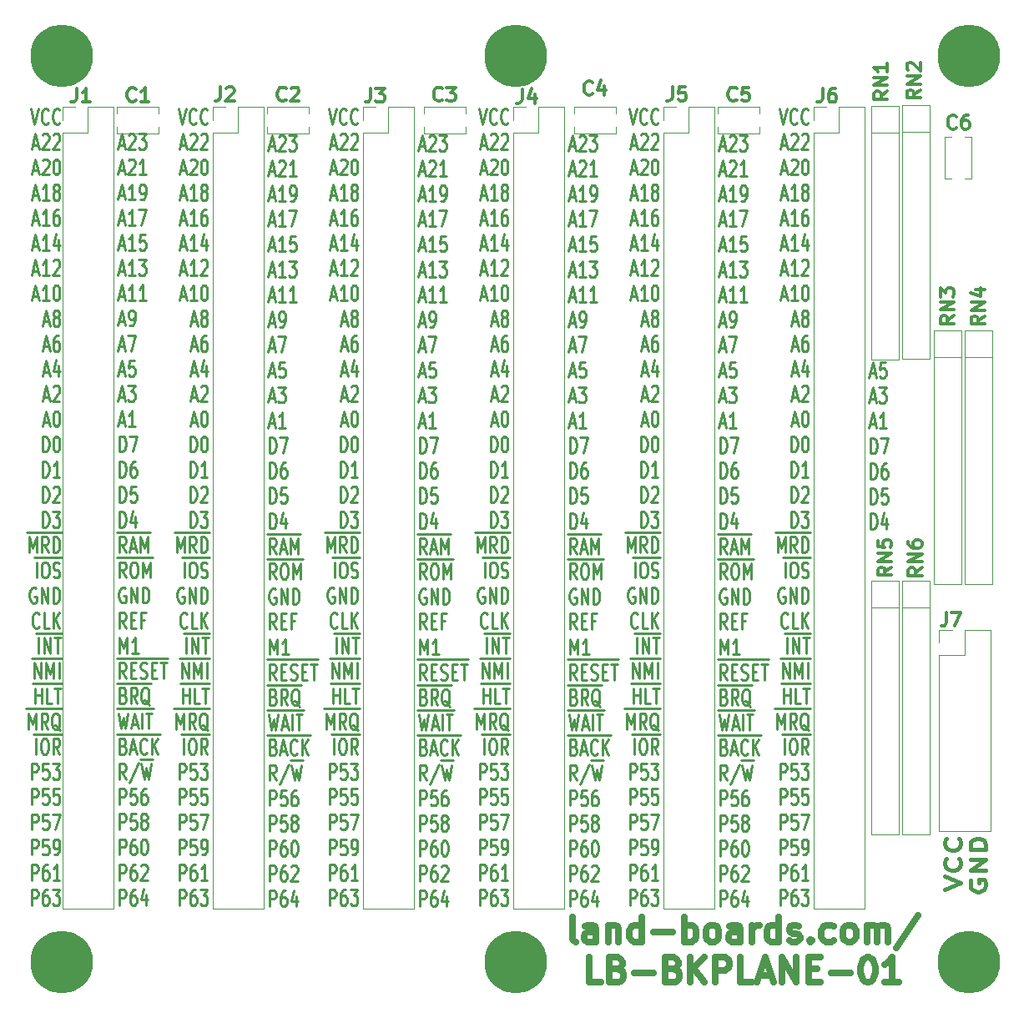
<source format=gto>
G04 #@! TF.GenerationSoftware,KiCad,Pcbnew,(6.0.1)*
G04 #@! TF.CreationDate,2022-09-16T19:25:12-04:00*
G04 #@! TF.ProjectId,LB-BKPLANE-01,4c422d42-4b50-44c4-914e-452d30312e6b,1*
G04 #@! TF.SameCoordinates,Original*
G04 #@! TF.FileFunction,Legend,Top*
G04 #@! TF.FilePolarity,Positive*
%FSLAX46Y46*%
G04 Gerber Fmt 4.6, Leading zero omitted, Abs format (unit mm)*
G04 Created by KiCad (PCBNEW (6.0.1)) date 2022-09-16 19:25:12*
%MOMM*%
%LPD*%
G01*
G04 APERTURE LIST*
%ADD10C,0.396875*%
%ADD11C,0.285750*%
%ADD12C,0.635000*%
%ADD13C,0.349250*%
%ADD14C,0.120000*%
%ADD15C,6.350000*%
G04 APERTURE END LIST*
D10*
X163587717Y-148618159D02*
X165175217Y-147940825D01*
X163587717Y-147263492D01*
X165024027Y-145425016D02*
X165099622Y-145521778D01*
X165175217Y-145812063D01*
X165175217Y-146005587D01*
X165099622Y-146295873D01*
X164948432Y-146489397D01*
X164797241Y-146586159D01*
X164494860Y-146682921D01*
X164268074Y-146682921D01*
X163965693Y-146586159D01*
X163814503Y-146489397D01*
X163663313Y-146295873D01*
X163587717Y-146005587D01*
X163587717Y-145812063D01*
X163663313Y-145521778D01*
X163738908Y-145425016D01*
X165024027Y-143393016D02*
X165099622Y-143489778D01*
X165175217Y-143780063D01*
X165175217Y-143973587D01*
X165099622Y-144263873D01*
X164948432Y-144457397D01*
X164797241Y-144554159D01*
X164494860Y-144650921D01*
X164268074Y-144650921D01*
X163965693Y-144554159D01*
X163814503Y-144457397D01*
X163663313Y-144263873D01*
X163587717Y-143973587D01*
X163587717Y-143780063D01*
X163663313Y-143489778D01*
X163738908Y-143393016D01*
X166219188Y-147650540D02*
X166143592Y-147844063D01*
X166143592Y-148134349D01*
X166219188Y-148424635D01*
X166370378Y-148618159D01*
X166521568Y-148714921D01*
X166823949Y-148811683D01*
X167050735Y-148811683D01*
X167353116Y-148714921D01*
X167504307Y-148618159D01*
X167655497Y-148424635D01*
X167731092Y-148134349D01*
X167731092Y-147940825D01*
X167655497Y-147650540D01*
X167579902Y-147553778D01*
X167050735Y-147553778D01*
X167050735Y-147940825D01*
X167731092Y-146682921D02*
X166143592Y-146682921D01*
X167731092Y-145521778D01*
X166143592Y-145521778D01*
X167731092Y-144554159D02*
X166143592Y-144554159D01*
X166143592Y-144070349D01*
X166219188Y-143780063D01*
X166370378Y-143586540D01*
X166521568Y-143489778D01*
X166823949Y-143393016D01*
X167050735Y-143393016D01*
X167353116Y-143489778D01*
X167504307Y-143586540D01*
X167655497Y-143780063D01*
X167731092Y-144070349D01*
X167731092Y-144554159D01*
D11*
X155978451Y-96228958D02*
X156522737Y-96228958D01*
X155869594Y-96682529D02*
X156250594Y-95095029D01*
X156631594Y-96682529D01*
X157556880Y-95095029D02*
X157012594Y-95095029D01*
X156958166Y-95850982D01*
X157012594Y-95775386D01*
X157121451Y-95699791D01*
X157393594Y-95699791D01*
X157502451Y-95775386D01*
X157556880Y-95850982D01*
X157611308Y-96002172D01*
X157611308Y-96380148D01*
X157556880Y-96531339D01*
X157502451Y-96606934D01*
X157393594Y-96682529D01*
X157121451Y-96682529D01*
X157012594Y-96606934D01*
X156958166Y-96531339D01*
X155978451Y-98784833D02*
X156522737Y-98784833D01*
X155869594Y-99238404D02*
X156250594Y-97650904D01*
X156631594Y-99238404D01*
X156903737Y-97650904D02*
X157611308Y-97650904D01*
X157230308Y-98255666D01*
X157393594Y-98255666D01*
X157502451Y-98331261D01*
X157556880Y-98406857D01*
X157611308Y-98558047D01*
X157611308Y-98936023D01*
X157556880Y-99087214D01*
X157502451Y-99162809D01*
X157393594Y-99238404D01*
X157067023Y-99238404D01*
X156958166Y-99162809D01*
X156903737Y-99087214D01*
X155978451Y-101340708D02*
X156522737Y-101340708D01*
X155869594Y-101794279D02*
X156250594Y-100206779D01*
X156631594Y-101794279D01*
X157611308Y-101794279D02*
X156958166Y-101794279D01*
X157284737Y-101794279D02*
X157284737Y-100206779D01*
X157175880Y-100433565D01*
X157067023Y-100584755D01*
X156958166Y-100660351D01*
X156032880Y-104350154D02*
X156032880Y-102762654D01*
X156305023Y-102762654D01*
X156468308Y-102838250D01*
X156577166Y-102989440D01*
X156631594Y-103140630D01*
X156686023Y-103443011D01*
X156686023Y-103669797D01*
X156631594Y-103972178D01*
X156577166Y-104123369D01*
X156468308Y-104274559D01*
X156305023Y-104350154D01*
X156032880Y-104350154D01*
X157067023Y-102762654D02*
X157829023Y-102762654D01*
X157339166Y-104350154D01*
X156032880Y-106906029D02*
X156032880Y-105318529D01*
X156305023Y-105318529D01*
X156468308Y-105394125D01*
X156577166Y-105545315D01*
X156631594Y-105696505D01*
X156686023Y-105998886D01*
X156686023Y-106225672D01*
X156631594Y-106528053D01*
X156577166Y-106679244D01*
X156468308Y-106830434D01*
X156305023Y-106906029D01*
X156032880Y-106906029D01*
X157665737Y-105318529D02*
X157448023Y-105318529D01*
X157339166Y-105394125D01*
X157284737Y-105469720D01*
X157175880Y-105696505D01*
X157121451Y-105998886D01*
X157121451Y-106603648D01*
X157175880Y-106754839D01*
X157230308Y-106830434D01*
X157339166Y-106906029D01*
X157556880Y-106906029D01*
X157665737Y-106830434D01*
X157720166Y-106754839D01*
X157774594Y-106603648D01*
X157774594Y-106225672D01*
X157720166Y-106074482D01*
X157665737Y-105998886D01*
X157556880Y-105923291D01*
X157339166Y-105923291D01*
X157230308Y-105998886D01*
X157175880Y-106074482D01*
X157121451Y-106225672D01*
X156032880Y-109461904D02*
X156032880Y-107874404D01*
X156305023Y-107874404D01*
X156468308Y-107950000D01*
X156577166Y-108101190D01*
X156631594Y-108252380D01*
X156686023Y-108554761D01*
X156686023Y-108781547D01*
X156631594Y-109083928D01*
X156577166Y-109235119D01*
X156468308Y-109386309D01*
X156305023Y-109461904D01*
X156032880Y-109461904D01*
X157720166Y-107874404D02*
X157175880Y-107874404D01*
X157121451Y-108630357D01*
X157175880Y-108554761D01*
X157284737Y-108479166D01*
X157556880Y-108479166D01*
X157665737Y-108554761D01*
X157720166Y-108630357D01*
X157774594Y-108781547D01*
X157774594Y-109159523D01*
X157720166Y-109310714D01*
X157665737Y-109386309D01*
X157556880Y-109461904D01*
X157284737Y-109461904D01*
X157175880Y-109386309D01*
X157121451Y-109310714D01*
X156032880Y-112017779D02*
X156032880Y-110430279D01*
X156305023Y-110430279D01*
X156468308Y-110505875D01*
X156577166Y-110657065D01*
X156631594Y-110808255D01*
X156686023Y-111110636D01*
X156686023Y-111337422D01*
X156631594Y-111639803D01*
X156577166Y-111790994D01*
X156468308Y-111942184D01*
X156305023Y-112017779D01*
X156032880Y-112017779D01*
X157665737Y-110959446D02*
X157665737Y-112017779D01*
X157393594Y-110354684D02*
X157121451Y-111488613D01*
X157829023Y-111488613D01*
X140738451Y-73178458D02*
X141282737Y-73178458D01*
X140629594Y-73632029D02*
X141010594Y-72044529D01*
X141391594Y-73632029D01*
X141718166Y-72195720D02*
X141772594Y-72120125D01*
X141881451Y-72044529D01*
X142153594Y-72044529D01*
X142262451Y-72120125D01*
X142316880Y-72195720D01*
X142371308Y-72346910D01*
X142371308Y-72498101D01*
X142316880Y-72724886D01*
X141663737Y-73632029D01*
X142371308Y-73632029D01*
X142752308Y-72044529D02*
X143459880Y-72044529D01*
X143078880Y-72649291D01*
X143242166Y-72649291D01*
X143351023Y-72724886D01*
X143405451Y-72800482D01*
X143459880Y-72951672D01*
X143459880Y-73329648D01*
X143405451Y-73480839D01*
X143351023Y-73556434D01*
X143242166Y-73632029D01*
X142915594Y-73632029D01*
X142806737Y-73556434D01*
X142752308Y-73480839D01*
X140738451Y-75734333D02*
X141282737Y-75734333D01*
X140629594Y-76187904D02*
X141010594Y-74600404D01*
X141391594Y-76187904D01*
X141718166Y-74751595D02*
X141772594Y-74676000D01*
X141881451Y-74600404D01*
X142153594Y-74600404D01*
X142262451Y-74676000D01*
X142316880Y-74751595D01*
X142371308Y-74902785D01*
X142371308Y-75053976D01*
X142316880Y-75280761D01*
X141663737Y-76187904D01*
X142371308Y-76187904D01*
X143459880Y-76187904D02*
X142806737Y-76187904D01*
X143133308Y-76187904D02*
X143133308Y-74600404D01*
X143024451Y-74827190D01*
X142915594Y-74978380D01*
X142806737Y-75053976D01*
X140738451Y-78290208D02*
X141282737Y-78290208D01*
X140629594Y-78743779D02*
X141010594Y-77156279D01*
X141391594Y-78743779D01*
X142371308Y-78743779D02*
X141718166Y-78743779D01*
X142044737Y-78743779D02*
X142044737Y-77156279D01*
X141935880Y-77383065D01*
X141827023Y-77534255D01*
X141718166Y-77609851D01*
X142915594Y-78743779D02*
X143133308Y-78743779D01*
X143242166Y-78668184D01*
X143296594Y-78592589D01*
X143405451Y-78365803D01*
X143459880Y-78063422D01*
X143459880Y-77458660D01*
X143405451Y-77307470D01*
X143351023Y-77231875D01*
X143242166Y-77156279D01*
X143024451Y-77156279D01*
X142915594Y-77231875D01*
X142861166Y-77307470D01*
X142806737Y-77458660D01*
X142806737Y-77836636D01*
X142861166Y-77987827D01*
X142915594Y-78063422D01*
X143024451Y-78139017D01*
X143242166Y-78139017D01*
X143351023Y-78063422D01*
X143405451Y-77987827D01*
X143459880Y-77836636D01*
X140738451Y-80846083D02*
X141282737Y-80846083D01*
X140629594Y-81299654D02*
X141010594Y-79712154D01*
X141391594Y-81299654D01*
X142371308Y-81299654D02*
X141718166Y-81299654D01*
X142044737Y-81299654D02*
X142044737Y-79712154D01*
X141935880Y-79938940D01*
X141827023Y-80090130D01*
X141718166Y-80165726D01*
X142752308Y-79712154D02*
X143514308Y-79712154D01*
X143024451Y-81299654D01*
X140738451Y-83401958D02*
X141282737Y-83401958D01*
X140629594Y-83855529D02*
X141010594Y-82268029D01*
X141391594Y-83855529D01*
X142371308Y-83855529D02*
X141718166Y-83855529D01*
X142044737Y-83855529D02*
X142044737Y-82268029D01*
X141935880Y-82494815D01*
X141827023Y-82646005D01*
X141718166Y-82721601D01*
X143405451Y-82268029D02*
X142861166Y-82268029D01*
X142806737Y-83023982D01*
X142861166Y-82948386D01*
X142970023Y-82872791D01*
X143242166Y-82872791D01*
X143351023Y-82948386D01*
X143405451Y-83023982D01*
X143459880Y-83175172D01*
X143459880Y-83553148D01*
X143405451Y-83704339D01*
X143351023Y-83779934D01*
X143242166Y-83855529D01*
X142970023Y-83855529D01*
X142861166Y-83779934D01*
X142806737Y-83704339D01*
X140738451Y-85957833D02*
X141282737Y-85957833D01*
X140629594Y-86411404D02*
X141010594Y-84823904D01*
X141391594Y-86411404D01*
X142371308Y-86411404D02*
X141718166Y-86411404D01*
X142044737Y-86411404D02*
X142044737Y-84823904D01*
X141935880Y-85050690D01*
X141827023Y-85201880D01*
X141718166Y-85277476D01*
X142752308Y-84823904D02*
X143459880Y-84823904D01*
X143078880Y-85428666D01*
X143242166Y-85428666D01*
X143351023Y-85504261D01*
X143405451Y-85579857D01*
X143459880Y-85731047D01*
X143459880Y-86109023D01*
X143405451Y-86260214D01*
X143351023Y-86335809D01*
X143242166Y-86411404D01*
X142915594Y-86411404D01*
X142806737Y-86335809D01*
X142752308Y-86260214D01*
X140738451Y-88513708D02*
X141282737Y-88513708D01*
X140629594Y-88967279D02*
X141010594Y-87379779D01*
X141391594Y-88967279D01*
X142371308Y-88967279D02*
X141718166Y-88967279D01*
X142044737Y-88967279D02*
X142044737Y-87379779D01*
X141935880Y-87606565D01*
X141827023Y-87757755D01*
X141718166Y-87833351D01*
X143459880Y-88967279D02*
X142806737Y-88967279D01*
X143133308Y-88967279D02*
X143133308Y-87379779D01*
X143024451Y-87606565D01*
X142915594Y-87757755D01*
X142806737Y-87833351D01*
X140738451Y-91069583D02*
X141282737Y-91069583D01*
X140629594Y-91523154D02*
X141010594Y-89935654D01*
X141391594Y-91523154D01*
X141827023Y-91523154D02*
X142044737Y-91523154D01*
X142153594Y-91447559D01*
X142208023Y-91371964D01*
X142316880Y-91145178D01*
X142371308Y-90842797D01*
X142371308Y-90238035D01*
X142316880Y-90086845D01*
X142262451Y-90011250D01*
X142153594Y-89935654D01*
X141935880Y-89935654D01*
X141827023Y-90011250D01*
X141772594Y-90086845D01*
X141718166Y-90238035D01*
X141718166Y-90616011D01*
X141772594Y-90767202D01*
X141827023Y-90842797D01*
X141935880Y-90918392D01*
X142153594Y-90918392D01*
X142262451Y-90842797D01*
X142316880Y-90767202D01*
X142371308Y-90616011D01*
X140738451Y-93625458D02*
X141282737Y-93625458D01*
X140629594Y-94079029D02*
X141010594Y-92491529D01*
X141391594Y-94079029D01*
X141663737Y-92491529D02*
X142425737Y-92491529D01*
X141935880Y-94079029D01*
X140738451Y-96181333D02*
X141282737Y-96181333D01*
X140629594Y-96634904D02*
X141010594Y-95047404D01*
X141391594Y-96634904D01*
X142316880Y-95047404D02*
X141772594Y-95047404D01*
X141718166Y-95803357D01*
X141772594Y-95727761D01*
X141881451Y-95652166D01*
X142153594Y-95652166D01*
X142262451Y-95727761D01*
X142316880Y-95803357D01*
X142371308Y-95954547D01*
X142371308Y-96332523D01*
X142316880Y-96483714D01*
X142262451Y-96559309D01*
X142153594Y-96634904D01*
X141881451Y-96634904D01*
X141772594Y-96559309D01*
X141718166Y-96483714D01*
X140738451Y-98737208D02*
X141282737Y-98737208D01*
X140629594Y-99190779D02*
X141010594Y-97603279D01*
X141391594Y-99190779D01*
X141663737Y-97603279D02*
X142371308Y-97603279D01*
X141990308Y-98208041D01*
X142153594Y-98208041D01*
X142262451Y-98283636D01*
X142316880Y-98359232D01*
X142371308Y-98510422D01*
X142371308Y-98888398D01*
X142316880Y-99039589D01*
X142262451Y-99115184D01*
X142153594Y-99190779D01*
X141827023Y-99190779D01*
X141718166Y-99115184D01*
X141663737Y-99039589D01*
X140738451Y-101293083D02*
X141282737Y-101293083D01*
X140629594Y-101746654D02*
X141010594Y-100159154D01*
X141391594Y-101746654D01*
X142371308Y-101746654D02*
X141718166Y-101746654D01*
X142044737Y-101746654D02*
X142044737Y-100159154D01*
X141935880Y-100385940D01*
X141827023Y-100537130D01*
X141718166Y-100612726D01*
X140792880Y-104302529D02*
X140792880Y-102715029D01*
X141065023Y-102715029D01*
X141228308Y-102790625D01*
X141337166Y-102941815D01*
X141391594Y-103093005D01*
X141446023Y-103395386D01*
X141446023Y-103622172D01*
X141391594Y-103924553D01*
X141337166Y-104075744D01*
X141228308Y-104226934D01*
X141065023Y-104302529D01*
X140792880Y-104302529D01*
X141827023Y-102715029D02*
X142589023Y-102715029D01*
X142099166Y-104302529D01*
X140792880Y-106858404D02*
X140792880Y-105270904D01*
X141065023Y-105270904D01*
X141228308Y-105346500D01*
X141337166Y-105497690D01*
X141391594Y-105648880D01*
X141446023Y-105951261D01*
X141446023Y-106178047D01*
X141391594Y-106480428D01*
X141337166Y-106631619D01*
X141228308Y-106782809D01*
X141065023Y-106858404D01*
X140792880Y-106858404D01*
X142425737Y-105270904D02*
X142208023Y-105270904D01*
X142099166Y-105346500D01*
X142044737Y-105422095D01*
X141935880Y-105648880D01*
X141881451Y-105951261D01*
X141881451Y-106556023D01*
X141935880Y-106707214D01*
X141990308Y-106782809D01*
X142099166Y-106858404D01*
X142316880Y-106858404D01*
X142425737Y-106782809D01*
X142480166Y-106707214D01*
X142534594Y-106556023D01*
X142534594Y-106178047D01*
X142480166Y-106026857D01*
X142425737Y-105951261D01*
X142316880Y-105875666D01*
X142099166Y-105875666D01*
X141990308Y-105951261D01*
X141935880Y-106026857D01*
X141881451Y-106178047D01*
X140792880Y-109414279D02*
X140792880Y-107826779D01*
X141065023Y-107826779D01*
X141228308Y-107902375D01*
X141337166Y-108053565D01*
X141391594Y-108204755D01*
X141446023Y-108507136D01*
X141446023Y-108733922D01*
X141391594Y-109036303D01*
X141337166Y-109187494D01*
X141228308Y-109338684D01*
X141065023Y-109414279D01*
X140792880Y-109414279D01*
X142480166Y-107826779D02*
X141935880Y-107826779D01*
X141881451Y-108582732D01*
X141935880Y-108507136D01*
X142044737Y-108431541D01*
X142316880Y-108431541D01*
X142425737Y-108507136D01*
X142480166Y-108582732D01*
X142534594Y-108733922D01*
X142534594Y-109111898D01*
X142480166Y-109263089D01*
X142425737Y-109338684D01*
X142316880Y-109414279D01*
X142044737Y-109414279D01*
X141935880Y-109338684D01*
X141881451Y-109263089D01*
X140792880Y-111970154D02*
X140792880Y-110382654D01*
X141065023Y-110382654D01*
X141228308Y-110458250D01*
X141337166Y-110609440D01*
X141391594Y-110760630D01*
X141446023Y-111063011D01*
X141446023Y-111289797D01*
X141391594Y-111592178D01*
X141337166Y-111743369D01*
X141228308Y-111894559D01*
X141065023Y-111970154D01*
X140792880Y-111970154D01*
X142425737Y-110911821D02*
X142425737Y-111970154D01*
X142153594Y-110307059D02*
X141881451Y-111440988D01*
X142589023Y-111440988D01*
X140520737Y-112490250D02*
X141663737Y-112490250D01*
X141446023Y-114526029D02*
X141065023Y-113770077D01*
X140792880Y-114526029D02*
X140792880Y-112938529D01*
X141228308Y-112938529D01*
X141337166Y-113014125D01*
X141391594Y-113089720D01*
X141446023Y-113240910D01*
X141446023Y-113467696D01*
X141391594Y-113618886D01*
X141337166Y-113694482D01*
X141228308Y-113770077D01*
X140792880Y-113770077D01*
X141663737Y-112490250D02*
X142643451Y-112490250D01*
X141881451Y-114072458D02*
X142425737Y-114072458D01*
X141772594Y-114526029D02*
X142153594Y-112938529D01*
X142534594Y-114526029D01*
X142643451Y-112490250D02*
X143949737Y-112490250D01*
X142915594Y-114526029D02*
X142915594Y-112938529D01*
X143296594Y-114072458D01*
X143677594Y-112938529D01*
X143677594Y-114526029D01*
X140520737Y-115046125D02*
X141663737Y-115046125D01*
X141446023Y-117081904D02*
X141065023Y-116325952D01*
X140792880Y-117081904D02*
X140792880Y-115494404D01*
X141228308Y-115494404D01*
X141337166Y-115570000D01*
X141391594Y-115645595D01*
X141446023Y-115796785D01*
X141446023Y-116023571D01*
X141391594Y-116174761D01*
X141337166Y-116250357D01*
X141228308Y-116325952D01*
X140792880Y-116325952D01*
X141663737Y-115046125D02*
X142861166Y-115046125D01*
X142153594Y-115494404D02*
X142371308Y-115494404D01*
X142480166Y-115570000D01*
X142589023Y-115721190D01*
X142643451Y-116023571D01*
X142643451Y-116552738D01*
X142589023Y-116855119D01*
X142480166Y-117006309D01*
X142371308Y-117081904D01*
X142153594Y-117081904D01*
X142044737Y-117006309D01*
X141935880Y-116855119D01*
X141881451Y-116552738D01*
X141881451Y-116023571D01*
X141935880Y-115721190D01*
X142044737Y-115570000D01*
X142153594Y-115494404D01*
X142861166Y-115046125D02*
X144167451Y-115046125D01*
X143133308Y-117081904D02*
X143133308Y-115494404D01*
X143514308Y-116628333D01*
X143895308Y-115494404D01*
X143895308Y-117081904D01*
X141391594Y-118125875D02*
X141282737Y-118050279D01*
X141119451Y-118050279D01*
X140956166Y-118125875D01*
X140847308Y-118277065D01*
X140792880Y-118428255D01*
X140738451Y-118730636D01*
X140738451Y-118957422D01*
X140792880Y-119259803D01*
X140847308Y-119410994D01*
X140956166Y-119562184D01*
X141119451Y-119637779D01*
X141228308Y-119637779D01*
X141391594Y-119562184D01*
X141446023Y-119486589D01*
X141446023Y-118957422D01*
X141228308Y-118957422D01*
X141935880Y-119637779D02*
X141935880Y-118050279D01*
X142589023Y-119637779D01*
X142589023Y-118050279D01*
X143133308Y-119637779D02*
X143133308Y-118050279D01*
X143405451Y-118050279D01*
X143568737Y-118125875D01*
X143677594Y-118277065D01*
X143732023Y-118428255D01*
X143786451Y-118730636D01*
X143786451Y-118957422D01*
X143732023Y-119259803D01*
X143677594Y-119410994D01*
X143568737Y-119562184D01*
X143405451Y-119637779D01*
X143133308Y-119637779D01*
X141446023Y-122193654D02*
X141065023Y-121437702D01*
X140792880Y-122193654D02*
X140792880Y-120606154D01*
X141228308Y-120606154D01*
X141337166Y-120681750D01*
X141391594Y-120757345D01*
X141446023Y-120908535D01*
X141446023Y-121135321D01*
X141391594Y-121286511D01*
X141337166Y-121362107D01*
X141228308Y-121437702D01*
X140792880Y-121437702D01*
X141935880Y-121362107D02*
X142316880Y-121362107D01*
X142480166Y-122193654D02*
X141935880Y-122193654D01*
X141935880Y-120606154D01*
X142480166Y-120606154D01*
X143351023Y-121362107D02*
X142970023Y-121362107D01*
X142970023Y-122193654D02*
X142970023Y-120606154D01*
X143514308Y-120606154D01*
X140792880Y-124749529D02*
X140792880Y-123162029D01*
X141173880Y-124295958D01*
X141554880Y-123162029D01*
X141554880Y-124749529D01*
X142697880Y-124749529D02*
X142044737Y-124749529D01*
X142371308Y-124749529D02*
X142371308Y-123162029D01*
X142262451Y-123388815D01*
X142153594Y-123540005D01*
X142044737Y-123615601D01*
X140520737Y-125269625D02*
X141663737Y-125269625D01*
X141446023Y-127305404D02*
X141065023Y-126549452D01*
X140792880Y-127305404D02*
X140792880Y-125717904D01*
X141228308Y-125717904D01*
X141337166Y-125793500D01*
X141391594Y-125869095D01*
X141446023Y-126020285D01*
X141446023Y-126247071D01*
X141391594Y-126398261D01*
X141337166Y-126473857D01*
X141228308Y-126549452D01*
X140792880Y-126549452D01*
X141663737Y-125269625D02*
X142697880Y-125269625D01*
X141935880Y-126473857D02*
X142316880Y-126473857D01*
X142480166Y-127305404D02*
X141935880Y-127305404D01*
X141935880Y-125717904D01*
X142480166Y-125717904D01*
X142697880Y-125269625D02*
X143786451Y-125269625D01*
X142915594Y-127229809D02*
X143078880Y-127305404D01*
X143351023Y-127305404D01*
X143459880Y-127229809D01*
X143514308Y-127154214D01*
X143568737Y-127003023D01*
X143568737Y-126851833D01*
X143514308Y-126700642D01*
X143459880Y-126625047D01*
X143351023Y-126549452D01*
X143133308Y-126473857D01*
X143024451Y-126398261D01*
X142970023Y-126322666D01*
X142915594Y-126171476D01*
X142915594Y-126020285D01*
X142970023Y-125869095D01*
X143024451Y-125793500D01*
X143133308Y-125717904D01*
X143405451Y-125717904D01*
X143568737Y-125793500D01*
X143786451Y-125269625D02*
X144820594Y-125269625D01*
X144058594Y-126473857D02*
X144439594Y-126473857D01*
X144602880Y-127305404D02*
X144058594Y-127305404D01*
X144058594Y-125717904D01*
X144602880Y-125717904D01*
X144820594Y-125269625D02*
X145691451Y-125269625D01*
X144929451Y-125717904D02*
X145582594Y-125717904D01*
X145256023Y-127305404D02*
X145256023Y-125717904D01*
X140520737Y-127825500D02*
X141663737Y-127825500D01*
X141173880Y-129029732D02*
X141337166Y-129105327D01*
X141391594Y-129180922D01*
X141446023Y-129332113D01*
X141446023Y-129558898D01*
X141391594Y-129710089D01*
X141337166Y-129785684D01*
X141228308Y-129861279D01*
X140792880Y-129861279D01*
X140792880Y-128273779D01*
X141173880Y-128273779D01*
X141282737Y-128349375D01*
X141337166Y-128424970D01*
X141391594Y-128576160D01*
X141391594Y-128727351D01*
X141337166Y-128878541D01*
X141282737Y-128954136D01*
X141173880Y-129029732D01*
X140792880Y-129029732D01*
X141663737Y-127825500D02*
X142806737Y-127825500D01*
X142589023Y-129861279D02*
X142208023Y-129105327D01*
X141935880Y-129861279D02*
X141935880Y-128273779D01*
X142371308Y-128273779D01*
X142480166Y-128349375D01*
X142534594Y-128424970D01*
X142589023Y-128576160D01*
X142589023Y-128802946D01*
X142534594Y-128954136D01*
X142480166Y-129029732D01*
X142371308Y-129105327D01*
X141935880Y-129105327D01*
X142806737Y-127825500D02*
X144004166Y-127825500D01*
X143840880Y-130012470D02*
X143732023Y-129936875D01*
X143623166Y-129785684D01*
X143459880Y-129558898D01*
X143351023Y-129483303D01*
X143242166Y-129483303D01*
X143296594Y-129861279D02*
X143187737Y-129785684D01*
X143078880Y-129634494D01*
X143024451Y-129332113D01*
X143024451Y-128802946D01*
X143078880Y-128500565D01*
X143187737Y-128349375D01*
X143296594Y-128273779D01*
X143514308Y-128273779D01*
X143623166Y-128349375D01*
X143732023Y-128500565D01*
X143786451Y-128802946D01*
X143786451Y-129332113D01*
X143732023Y-129634494D01*
X143623166Y-129785684D01*
X143514308Y-129861279D01*
X143296594Y-129861279D01*
X140520737Y-130381375D02*
X141827023Y-130381375D01*
X140684023Y-130829654D02*
X140956166Y-132417154D01*
X141173880Y-131283226D01*
X141391594Y-132417154D01*
X141663737Y-130829654D01*
X141827023Y-130381375D02*
X142806737Y-130381375D01*
X142044737Y-131963583D02*
X142589023Y-131963583D01*
X141935880Y-132417154D02*
X142316880Y-130829654D01*
X142697880Y-132417154D01*
X142806737Y-130381375D02*
X143351023Y-130381375D01*
X143078880Y-132417154D02*
X143078880Y-130829654D01*
X143351023Y-130381375D02*
X144221880Y-130381375D01*
X143459880Y-130829654D02*
X144113023Y-130829654D01*
X143786451Y-132417154D02*
X143786451Y-130829654D01*
X140520737Y-132937250D02*
X141663737Y-132937250D01*
X141173880Y-134141482D02*
X141337166Y-134217077D01*
X141391594Y-134292672D01*
X141446023Y-134443863D01*
X141446023Y-134670648D01*
X141391594Y-134821839D01*
X141337166Y-134897434D01*
X141228308Y-134973029D01*
X140792880Y-134973029D01*
X140792880Y-133385529D01*
X141173880Y-133385529D01*
X141282737Y-133461125D01*
X141337166Y-133536720D01*
X141391594Y-133687910D01*
X141391594Y-133839101D01*
X141337166Y-133990291D01*
X141282737Y-134065886D01*
X141173880Y-134141482D01*
X140792880Y-134141482D01*
X141663737Y-132937250D02*
X142643451Y-132937250D01*
X141881451Y-134519458D02*
X142425737Y-134519458D01*
X141772594Y-134973029D02*
X142153594Y-133385529D01*
X142534594Y-134973029D01*
X142643451Y-132937250D02*
X143786451Y-132937250D01*
X143568737Y-134821839D02*
X143514308Y-134897434D01*
X143351023Y-134973029D01*
X143242166Y-134973029D01*
X143078880Y-134897434D01*
X142970023Y-134746244D01*
X142915594Y-134595053D01*
X142861166Y-134292672D01*
X142861166Y-134065886D01*
X142915594Y-133763505D01*
X142970023Y-133612315D01*
X143078880Y-133461125D01*
X143242166Y-133385529D01*
X143351023Y-133385529D01*
X143514308Y-133461125D01*
X143568737Y-133536720D01*
X143786451Y-132937250D02*
X144929451Y-132937250D01*
X144058594Y-134973029D02*
X144058594Y-133385529D01*
X144711737Y-134973029D02*
X144221880Y-134065886D01*
X144711737Y-133385529D02*
X144058594Y-134292672D01*
X141446023Y-137528904D02*
X141065023Y-136772952D01*
X140792880Y-137528904D02*
X140792880Y-135941404D01*
X141228308Y-135941404D01*
X141337166Y-136017000D01*
X141391594Y-136092595D01*
X141446023Y-136243785D01*
X141446023Y-136470571D01*
X141391594Y-136621761D01*
X141337166Y-136697357D01*
X141228308Y-136772952D01*
X140792880Y-136772952D01*
X142752308Y-135865809D02*
X141772594Y-137906880D01*
X142861166Y-135493125D02*
X144167451Y-135493125D01*
X143024451Y-135941404D02*
X143296594Y-137528904D01*
X143514308Y-136394976D01*
X143732023Y-137528904D01*
X144004166Y-135941404D01*
X140792880Y-140084779D02*
X140792880Y-138497279D01*
X141228308Y-138497279D01*
X141337166Y-138572875D01*
X141391594Y-138648470D01*
X141446023Y-138799660D01*
X141446023Y-139026446D01*
X141391594Y-139177636D01*
X141337166Y-139253232D01*
X141228308Y-139328827D01*
X140792880Y-139328827D01*
X142480166Y-138497279D02*
X141935880Y-138497279D01*
X141881451Y-139253232D01*
X141935880Y-139177636D01*
X142044737Y-139102041D01*
X142316880Y-139102041D01*
X142425737Y-139177636D01*
X142480166Y-139253232D01*
X142534594Y-139404422D01*
X142534594Y-139782398D01*
X142480166Y-139933589D01*
X142425737Y-140009184D01*
X142316880Y-140084779D01*
X142044737Y-140084779D01*
X141935880Y-140009184D01*
X141881451Y-139933589D01*
X143514308Y-138497279D02*
X143296594Y-138497279D01*
X143187737Y-138572875D01*
X143133308Y-138648470D01*
X143024451Y-138875255D01*
X142970023Y-139177636D01*
X142970023Y-139782398D01*
X143024451Y-139933589D01*
X143078880Y-140009184D01*
X143187737Y-140084779D01*
X143405451Y-140084779D01*
X143514308Y-140009184D01*
X143568737Y-139933589D01*
X143623166Y-139782398D01*
X143623166Y-139404422D01*
X143568737Y-139253232D01*
X143514308Y-139177636D01*
X143405451Y-139102041D01*
X143187737Y-139102041D01*
X143078880Y-139177636D01*
X143024451Y-139253232D01*
X142970023Y-139404422D01*
X140792880Y-142640654D02*
X140792880Y-141053154D01*
X141228308Y-141053154D01*
X141337166Y-141128750D01*
X141391594Y-141204345D01*
X141446023Y-141355535D01*
X141446023Y-141582321D01*
X141391594Y-141733511D01*
X141337166Y-141809107D01*
X141228308Y-141884702D01*
X140792880Y-141884702D01*
X142480166Y-141053154D02*
X141935880Y-141053154D01*
X141881451Y-141809107D01*
X141935880Y-141733511D01*
X142044737Y-141657916D01*
X142316880Y-141657916D01*
X142425737Y-141733511D01*
X142480166Y-141809107D01*
X142534594Y-141960297D01*
X142534594Y-142338273D01*
X142480166Y-142489464D01*
X142425737Y-142565059D01*
X142316880Y-142640654D01*
X142044737Y-142640654D01*
X141935880Y-142565059D01*
X141881451Y-142489464D01*
X143187737Y-141733511D02*
X143078880Y-141657916D01*
X143024451Y-141582321D01*
X142970023Y-141431130D01*
X142970023Y-141355535D01*
X143024451Y-141204345D01*
X143078880Y-141128750D01*
X143187737Y-141053154D01*
X143405451Y-141053154D01*
X143514308Y-141128750D01*
X143568737Y-141204345D01*
X143623166Y-141355535D01*
X143623166Y-141431130D01*
X143568737Y-141582321D01*
X143514308Y-141657916D01*
X143405451Y-141733511D01*
X143187737Y-141733511D01*
X143078880Y-141809107D01*
X143024451Y-141884702D01*
X142970023Y-142035892D01*
X142970023Y-142338273D01*
X143024451Y-142489464D01*
X143078880Y-142565059D01*
X143187737Y-142640654D01*
X143405451Y-142640654D01*
X143514308Y-142565059D01*
X143568737Y-142489464D01*
X143623166Y-142338273D01*
X143623166Y-142035892D01*
X143568737Y-141884702D01*
X143514308Y-141809107D01*
X143405451Y-141733511D01*
X140792880Y-145196529D02*
X140792880Y-143609029D01*
X141228308Y-143609029D01*
X141337166Y-143684625D01*
X141391594Y-143760220D01*
X141446023Y-143911410D01*
X141446023Y-144138196D01*
X141391594Y-144289386D01*
X141337166Y-144364982D01*
X141228308Y-144440577D01*
X140792880Y-144440577D01*
X142425737Y-143609029D02*
X142208023Y-143609029D01*
X142099166Y-143684625D01*
X142044737Y-143760220D01*
X141935880Y-143987005D01*
X141881451Y-144289386D01*
X141881451Y-144894148D01*
X141935880Y-145045339D01*
X141990308Y-145120934D01*
X142099166Y-145196529D01*
X142316880Y-145196529D01*
X142425737Y-145120934D01*
X142480166Y-145045339D01*
X142534594Y-144894148D01*
X142534594Y-144516172D01*
X142480166Y-144364982D01*
X142425737Y-144289386D01*
X142316880Y-144213791D01*
X142099166Y-144213791D01*
X141990308Y-144289386D01*
X141935880Y-144364982D01*
X141881451Y-144516172D01*
X143242166Y-143609029D02*
X143351023Y-143609029D01*
X143459880Y-143684625D01*
X143514308Y-143760220D01*
X143568737Y-143911410D01*
X143623166Y-144213791D01*
X143623166Y-144591767D01*
X143568737Y-144894148D01*
X143514308Y-145045339D01*
X143459880Y-145120934D01*
X143351023Y-145196529D01*
X143242166Y-145196529D01*
X143133308Y-145120934D01*
X143078880Y-145045339D01*
X143024451Y-144894148D01*
X142970023Y-144591767D01*
X142970023Y-144213791D01*
X143024451Y-143911410D01*
X143078880Y-143760220D01*
X143133308Y-143684625D01*
X143242166Y-143609029D01*
X140792880Y-147752404D02*
X140792880Y-146164904D01*
X141228308Y-146164904D01*
X141337166Y-146240500D01*
X141391594Y-146316095D01*
X141446023Y-146467285D01*
X141446023Y-146694071D01*
X141391594Y-146845261D01*
X141337166Y-146920857D01*
X141228308Y-146996452D01*
X140792880Y-146996452D01*
X142425737Y-146164904D02*
X142208023Y-146164904D01*
X142099166Y-146240500D01*
X142044737Y-146316095D01*
X141935880Y-146542880D01*
X141881451Y-146845261D01*
X141881451Y-147450023D01*
X141935880Y-147601214D01*
X141990308Y-147676809D01*
X142099166Y-147752404D01*
X142316880Y-147752404D01*
X142425737Y-147676809D01*
X142480166Y-147601214D01*
X142534594Y-147450023D01*
X142534594Y-147072047D01*
X142480166Y-146920857D01*
X142425737Y-146845261D01*
X142316880Y-146769666D01*
X142099166Y-146769666D01*
X141990308Y-146845261D01*
X141935880Y-146920857D01*
X141881451Y-147072047D01*
X142970023Y-146316095D02*
X143024451Y-146240500D01*
X143133308Y-146164904D01*
X143405451Y-146164904D01*
X143514308Y-146240500D01*
X143568737Y-146316095D01*
X143623166Y-146467285D01*
X143623166Y-146618476D01*
X143568737Y-146845261D01*
X142915594Y-147752404D01*
X143623166Y-147752404D01*
X140792880Y-150308279D02*
X140792880Y-148720779D01*
X141228308Y-148720779D01*
X141337166Y-148796375D01*
X141391594Y-148871970D01*
X141446023Y-149023160D01*
X141446023Y-149249946D01*
X141391594Y-149401136D01*
X141337166Y-149476732D01*
X141228308Y-149552327D01*
X140792880Y-149552327D01*
X142425737Y-148720779D02*
X142208023Y-148720779D01*
X142099166Y-148796375D01*
X142044737Y-148871970D01*
X141935880Y-149098755D01*
X141881451Y-149401136D01*
X141881451Y-150005898D01*
X141935880Y-150157089D01*
X141990308Y-150232684D01*
X142099166Y-150308279D01*
X142316880Y-150308279D01*
X142425737Y-150232684D01*
X142480166Y-150157089D01*
X142534594Y-150005898D01*
X142534594Y-149627922D01*
X142480166Y-149476732D01*
X142425737Y-149401136D01*
X142316880Y-149325541D01*
X142099166Y-149325541D01*
X141990308Y-149401136D01*
X141935880Y-149476732D01*
X141881451Y-149627922D01*
X143514308Y-149249946D02*
X143514308Y-150308279D01*
X143242166Y-148645184D02*
X142970023Y-149779113D01*
X143677594Y-149779113D01*
X125498451Y-73178458D02*
X126042737Y-73178458D01*
X125389594Y-73632029D02*
X125770594Y-72044529D01*
X126151594Y-73632029D01*
X126478166Y-72195720D02*
X126532594Y-72120125D01*
X126641451Y-72044529D01*
X126913594Y-72044529D01*
X127022451Y-72120125D01*
X127076880Y-72195720D01*
X127131308Y-72346910D01*
X127131308Y-72498101D01*
X127076880Y-72724886D01*
X126423737Y-73632029D01*
X127131308Y-73632029D01*
X127512308Y-72044529D02*
X128219880Y-72044529D01*
X127838880Y-72649291D01*
X128002166Y-72649291D01*
X128111023Y-72724886D01*
X128165451Y-72800482D01*
X128219880Y-72951672D01*
X128219880Y-73329648D01*
X128165451Y-73480839D01*
X128111023Y-73556434D01*
X128002166Y-73632029D01*
X127675594Y-73632029D01*
X127566737Y-73556434D01*
X127512308Y-73480839D01*
X125498451Y-75734333D02*
X126042737Y-75734333D01*
X125389594Y-76187904D02*
X125770594Y-74600404D01*
X126151594Y-76187904D01*
X126478166Y-74751595D02*
X126532594Y-74676000D01*
X126641451Y-74600404D01*
X126913594Y-74600404D01*
X127022451Y-74676000D01*
X127076880Y-74751595D01*
X127131308Y-74902785D01*
X127131308Y-75053976D01*
X127076880Y-75280761D01*
X126423737Y-76187904D01*
X127131308Y-76187904D01*
X128219880Y-76187904D02*
X127566737Y-76187904D01*
X127893308Y-76187904D02*
X127893308Y-74600404D01*
X127784451Y-74827190D01*
X127675594Y-74978380D01*
X127566737Y-75053976D01*
X125498451Y-78290208D02*
X126042737Y-78290208D01*
X125389594Y-78743779D02*
X125770594Y-77156279D01*
X126151594Y-78743779D01*
X127131308Y-78743779D02*
X126478166Y-78743779D01*
X126804737Y-78743779D02*
X126804737Y-77156279D01*
X126695880Y-77383065D01*
X126587023Y-77534255D01*
X126478166Y-77609851D01*
X127675594Y-78743779D02*
X127893308Y-78743779D01*
X128002166Y-78668184D01*
X128056594Y-78592589D01*
X128165451Y-78365803D01*
X128219880Y-78063422D01*
X128219880Y-77458660D01*
X128165451Y-77307470D01*
X128111023Y-77231875D01*
X128002166Y-77156279D01*
X127784451Y-77156279D01*
X127675594Y-77231875D01*
X127621166Y-77307470D01*
X127566737Y-77458660D01*
X127566737Y-77836636D01*
X127621166Y-77987827D01*
X127675594Y-78063422D01*
X127784451Y-78139017D01*
X128002166Y-78139017D01*
X128111023Y-78063422D01*
X128165451Y-77987827D01*
X128219880Y-77836636D01*
X125498451Y-80846083D02*
X126042737Y-80846083D01*
X125389594Y-81299654D02*
X125770594Y-79712154D01*
X126151594Y-81299654D01*
X127131308Y-81299654D02*
X126478166Y-81299654D01*
X126804737Y-81299654D02*
X126804737Y-79712154D01*
X126695880Y-79938940D01*
X126587023Y-80090130D01*
X126478166Y-80165726D01*
X127512308Y-79712154D02*
X128274308Y-79712154D01*
X127784451Y-81299654D01*
X125498451Y-83401958D02*
X126042737Y-83401958D01*
X125389594Y-83855529D02*
X125770594Y-82268029D01*
X126151594Y-83855529D01*
X127131308Y-83855529D02*
X126478166Y-83855529D01*
X126804737Y-83855529D02*
X126804737Y-82268029D01*
X126695880Y-82494815D01*
X126587023Y-82646005D01*
X126478166Y-82721601D01*
X128165451Y-82268029D02*
X127621166Y-82268029D01*
X127566737Y-83023982D01*
X127621166Y-82948386D01*
X127730023Y-82872791D01*
X128002166Y-82872791D01*
X128111023Y-82948386D01*
X128165451Y-83023982D01*
X128219880Y-83175172D01*
X128219880Y-83553148D01*
X128165451Y-83704339D01*
X128111023Y-83779934D01*
X128002166Y-83855529D01*
X127730023Y-83855529D01*
X127621166Y-83779934D01*
X127566737Y-83704339D01*
X125498451Y-85957833D02*
X126042737Y-85957833D01*
X125389594Y-86411404D02*
X125770594Y-84823904D01*
X126151594Y-86411404D01*
X127131308Y-86411404D02*
X126478166Y-86411404D01*
X126804737Y-86411404D02*
X126804737Y-84823904D01*
X126695880Y-85050690D01*
X126587023Y-85201880D01*
X126478166Y-85277476D01*
X127512308Y-84823904D02*
X128219880Y-84823904D01*
X127838880Y-85428666D01*
X128002166Y-85428666D01*
X128111023Y-85504261D01*
X128165451Y-85579857D01*
X128219880Y-85731047D01*
X128219880Y-86109023D01*
X128165451Y-86260214D01*
X128111023Y-86335809D01*
X128002166Y-86411404D01*
X127675594Y-86411404D01*
X127566737Y-86335809D01*
X127512308Y-86260214D01*
X125498451Y-88513708D02*
X126042737Y-88513708D01*
X125389594Y-88967279D02*
X125770594Y-87379779D01*
X126151594Y-88967279D01*
X127131308Y-88967279D02*
X126478166Y-88967279D01*
X126804737Y-88967279D02*
X126804737Y-87379779D01*
X126695880Y-87606565D01*
X126587023Y-87757755D01*
X126478166Y-87833351D01*
X128219880Y-88967279D02*
X127566737Y-88967279D01*
X127893308Y-88967279D02*
X127893308Y-87379779D01*
X127784451Y-87606565D01*
X127675594Y-87757755D01*
X127566737Y-87833351D01*
X125498451Y-91069583D02*
X126042737Y-91069583D01*
X125389594Y-91523154D02*
X125770594Y-89935654D01*
X126151594Y-91523154D01*
X126587023Y-91523154D02*
X126804737Y-91523154D01*
X126913594Y-91447559D01*
X126968023Y-91371964D01*
X127076880Y-91145178D01*
X127131308Y-90842797D01*
X127131308Y-90238035D01*
X127076880Y-90086845D01*
X127022451Y-90011250D01*
X126913594Y-89935654D01*
X126695880Y-89935654D01*
X126587023Y-90011250D01*
X126532594Y-90086845D01*
X126478166Y-90238035D01*
X126478166Y-90616011D01*
X126532594Y-90767202D01*
X126587023Y-90842797D01*
X126695880Y-90918392D01*
X126913594Y-90918392D01*
X127022451Y-90842797D01*
X127076880Y-90767202D01*
X127131308Y-90616011D01*
X125498451Y-93625458D02*
X126042737Y-93625458D01*
X125389594Y-94079029D02*
X125770594Y-92491529D01*
X126151594Y-94079029D01*
X126423737Y-92491529D02*
X127185737Y-92491529D01*
X126695880Y-94079029D01*
X125498451Y-96181333D02*
X126042737Y-96181333D01*
X125389594Y-96634904D02*
X125770594Y-95047404D01*
X126151594Y-96634904D01*
X127076880Y-95047404D02*
X126532594Y-95047404D01*
X126478166Y-95803357D01*
X126532594Y-95727761D01*
X126641451Y-95652166D01*
X126913594Y-95652166D01*
X127022451Y-95727761D01*
X127076880Y-95803357D01*
X127131308Y-95954547D01*
X127131308Y-96332523D01*
X127076880Y-96483714D01*
X127022451Y-96559309D01*
X126913594Y-96634904D01*
X126641451Y-96634904D01*
X126532594Y-96559309D01*
X126478166Y-96483714D01*
X125498451Y-98737208D02*
X126042737Y-98737208D01*
X125389594Y-99190779D02*
X125770594Y-97603279D01*
X126151594Y-99190779D01*
X126423737Y-97603279D02*
X127131308Y-97603279D01*
X126750308Y-98208041D01*
X126913594Y-98208041D01*
X127022451Y-98283636D01*
X127076880Y-98359232D01*
X127131308Y-98510422D01*
X127131308Y-98888398D01*
X127076880Y-99039589D01*
X127022451Y-99115184D01*
X126913594Y-99190779D01*
X126587023Y-99190779D01*
X126478166Y-99115184D01*
X126423737Y-99039589D01*
X125498451Y-101293083D02*
X126042737Y-101293083D01*
X125389594Y-101746654D02*
X125770594Y-100159154D01*
X126151594Y-101746654D01*
X127131308Y-101746654D02*
X126478166Y-101746654D01*
X126804737Y-101746654D02*
X126804737Y-100159154D01*
X126695880Y-100385940D01*
X126587023Y-100537130D01*
X126478166Y-100612726D01*
X125552880Y-104302529D02*
X125552880Y-102715029D01*
X125825023Y-102715029D01*
X125988308Y-102790625D01*
X126097166Y-102941815D01*
X126151594Y-103093005D01*
X126206023Y-103395386D01*
X126206023Y-103622172D01*
X126151594Y-103924553D01*
X126097166Y-104075744D01*
X125988308Y-104226934D01*
X125825023Y-104302529D01*
X125552880Y-104302529D01*
X126587023Y-102715029D02*
X127349023Y-102715029D01*
X126859166Y-104302529D01*
X125552880Y-106858404D02*
X125552880Y-105270904D01*
X125825023Y-105270904D01*
X125988308Y-105346500D01*
X126097166Y-105497690D01*
X126151594Y-105648880D01*
X126206023Y-105951261D01*
X126206023Y-106178047D01*
X126151594Y-106480428D01*
X126097166Y-106631619D01*
X125988308Y-106782809D01*
X125825023Y-106858404D01*
X125552880Y-106858404D01*
X127185737Y-105270904D02*
X126968023Y-105270904D01*
X126859166Y-105346500D01*
X126804737Y-105422095D01*
X126695880Y-105648880D01*
X126641451Y-105951261D01*
X126641451Y-106556023D01*
X126695880Y-106707214D01*
X126750308Y-106782809D01*
X126859166Y-106858404D01*
X127076880Y-106858404D01*
X127185737Y-106782809D01*
X127240166Y-106707214D01*
X127294594Y-106556023D01*
X127294594Y-106178047D01*
X127240166Y-106026857D01*
X127185737Y-105951261D01*
X127076880Y-105875666D01*
X126859166Y-105875666D01*
X126750308Y-105951261D01*
X126695880Y-106026857D01*
X126641451Y-106178047D01*
X125552880Y-109414279D02*
X125552880Y-107826779D01*
X125825023Y-107826779D01*
X125988308Y-107902375D01*
X126097166Y-108053565D01*
X126151594Y-108204755D01*
X126206023Y-108507136D01*
X126206023Y-108733922D01*
X126151594Y-109036303D01*
X126097166Y-109187494D01*
X125988308Y-109338684D01*
X125825023Y-109414279D01*
X125552880Y-109414279D01*
X127240166Y-107826779D02*
X126695880Y-107826779D01*
X126641451Y-108582732D01*
X126695880Y-108507136D01*
X126804737Y-108431541D01*
X127076880Y-108431541D01*
X127185737Y-108507136D01*
X127240166Y-108582732D01*
X127294594Y-108733922D01*
X127294594Y-109111898D01*
X127240166Y-109263089D01*
X127185737Y-109338684D01*
X127076880Y-109414279D01*
X126804737Y-109414279D01*
X126695880Y-109338684D01*
X126641451Y-109263089D01*
X125552880Y-111970154D02*
X125552880Y-110382654D01*
X125825023Y-110382654D01*
X125988308Y-110458250D01*
X126097166Y-110609440D01*
X126151594Y-110760630D01*
X126206023Y-111063011D01*
X126206023Y-111289797D01*
X126151594Y-111592178D01*
X126097166Y-111743369D01*
X125988308Y-111894559D01*
X125825023Y-111970154D01*
X125552880Y-111970154D01*
X127185737Y-110911821D02*
X127185737Y-111970154D01*
X126913594Y-110307059D02*
X126641451Y-111440988D01*
X127349023Y-111440988D01*
X125280737Y-112490250D02*
X126423737Y-112490250D01*
X126206023Y-114526029D02*
X125825023Y-113770077D01*
X125552880Y-114526029D02*
X125552880Y-112938529D01*
X125988308Y-112938529D01*
X126097166Y-113014125D01*
X126151594Y-113089720D01*
X126206023Y-113240910D01*
X126206023Y-113467696D01*
X126151594Y-113618886D01*
X126097166Y-113694482D01*
X125988308Y-113770077D01*
X125552880Y-113770077D01*
X126423737Y-112490250D02*
X127403451Y-112490250D01*
X126641451Y-114072458D02*
X127185737Y-114072458D01*
X126532594Y-114526029D02*
X126913594Y-112938529D01*
X127294594Y-114526029D01*
X127403451Y-112490250D02*
X128709737Y-112490250D01*
X127675594Y-114526029D02*
X127675594Y-112938529D01*
X128056594Y-114072458D01*
X128437594Y-112938529D01*
X128437594Y-114526029D01*
X125280737Y-115046125D02*
X126423737Y-115046125D01*
X126206023Y-117081904D02*
X125825023Y-116325952D01*
X125552880Y-117081904D02*
X125552880Y-115494404D01*
X125988308Y-115494404D01*
X126097166Y-115570000D01*
X126151594Y-115645595D01*
X126206023Y-115796785D01*
X126206023Y-116023571D01*
X126151594Y-116174761D01*
X126097166Y-116250357D01*
X125988308Y-116325952D01*
X125552880Y-116325952D01*
X126423737Y-115046125D02*
X127621166Y-115046125D01*
X126913594Y-115494404D02*
X127131308Y-115494404D01*
X127240166Y-115570000D01*
X127349023Y-115721190D01*
X127403451Y-116023571D01*
X127403451Y-116552738D01*
X127349023Y-116855119D01*
X127240166Y-117006309D01*
X127131308Y-117081904D01*
X126913594Y-117081904D01*
X126804737Y-117006309D01*
X126695880Y-116855119D01*
X126641451Y-116552738D01*
X126641451Y-116023571D01*
X126695880Y-115721190D01*
X126804737Y-115570000D01*
X126913594Y-115494404D01*
X127621166Y-115046125D02*
X128927451Y-115046125D01*
X127893308Y-117081904D02*
X127893308Y-115494404D01*
X128274308Y-116628333D01*
X128655308Y-115494404D01*
X128655308Y-117081904D01*
X126151594Y-118125875D02*
X126042737Y-118050279D01*
X125879451Y-118050279D01*
X125716166Y-118125875D01*
X125607308Y-118277065D01*
X125552880Y-118428255D01*
X125498451Y-118730636D01*
X125498451Y-118957422D01*
X125552880Y-119259803D01*
X125607308Y-119410994D01*
X125716166Y-119562184D01*
X125879451Y-119637779D01*
X125988308Y-119637779D01*
X126151594Y-119562184D01*
X126206023Y-119486589D01*
X126206023Y-118957422D01*
X125988308Y-118957422D01*
X126695880Y-119637779D02*
X126695880Y-118050279D01*
X127349023Y-119637779D01*
X127349023Y-118050279D01*
X127893308Y-119637779D02*
X127893308Y-118050279D01*
X128165451Y-118050279D01*
X128328737Y-118125875D01*
X128437594Y-118277065D01*
X128492023Y-118428255D01*
X128546451Y-118730636D01*
X128546451Y-118957422D01*
X128492023Y-119259803D01*
X128437594Y-119410994D01*
X128328737Y-119562184D01*
X128165451Y-119637779D01*
X127893308Y-119637779D01*
X126206023Y-122193654D02*
X125825023Y-121437702D01*
X125552880Y-122193654D02*
X125552880Y-120606154D01*
X125988308Y-120606154D01*
X126097166Y-120681750D01*
X126151594Y-120757345D01*
X126206023Y-120908535D01*
X126206023Y-121135321D01*
X126151594Y-121286511D01*
X126097166Y-121362107D01*
X125988308Y-121437702D01*
X125552880Y-121437702D01*
X126695880Y-121362107D02*
X127076880Y-121362107D01*
X127240166Y-122193654D02*
X126695880Y-122193654D01*
X126695880Y-120606154D01*
X127240166Y-120606154D01*
X128111023Y-121362107D02*
X127730023Y-121362107D01*
X127730023Y-122193654D02*
X127730023Y-120606154D01*
X128274308Y-120606154D01*
X125552880Y-124749529D02*
X125552880Y-123162029D01*
X125933880Y-124295958D01*
X126314880Y-123162029D01*
X126314880Y-124749529D01*
X127457880Y-124749529D02*
X126804737Y-124749529D01*
X127131308Y-124749529D02*
X127131308Y-123162029D01*
X127022451Y-123388815D01*
X126913594Y-123540005D01*
X126804737Y-123615601D01*
X125280737Y-125269625D02*
X126423737Y-125269625D01*
X126206023Y-127305404D02*
X125825023Y-126549452D01*
X125552880Y-127305404D02*
X125552880Y-125717904D01*
X125988308Y-125717904D01*
X126097166Y-125793500D01*
X126151594Y-125869095D01*
X126206023Y-126020285D01*
X126206023Y-126247071D01*
X126151594Y-126398261D01*
X126097166Y-126473857D01*
X125988308Y-126549452D01*
X125552880Y-126549452D01*
X126423737Y-125269625D02*
X127457880Y-125269625D01*
X126695880Y-126473857D02*
X127076880Y-126473857D01*
X127240166Y-127305404D02*
X126695880Y-127305404D01*
X126695880Y-125717904D01*
X127240166Y-125717904D01*
X127457880Y-125269625D02*
X128546451Y-125269625D01*
X127675594Y-127229809D02*
X127838880Y-127305404D01*
X128111023Y-127305404D01*
X128219880Y-127229809D01*
X128274308Y-127154214D01*
X128328737Y-127003023D01*
X128328737Y-126851833D01*
X128274308Y-126700642D01*
X128219880Y-126625047D01*
X128111023Y-126549452D01*
X127893308Y-126473857D01*
X127784451Y-126398261D01*
X127730023Y-126322666D01*
X127675594Y-126171476D01*
X127675594Y-126020285D01*
X127730023Y-125869095D01*
X127784451Y-125793500D01*
X127893308Y-125717904D01*
X128165451Y-125717904D01*
X128328737Y-125793500D01*
X128546451Y-125269625D02*
X129580594Y-125269625D01*
X128818594Y-126473857D02*
X129199594Y-126473857D01*
X129362880Y-127305404D02*
X128818594Y-127305404D01*
X128818594Y-125717904D01*
X129362880Y-125717904D01*
X129580594Y-125269625D02*
X130451451Y-125269625D01*
X129689451Y-125717904D02*
X130342594Y-125717904D01*
X130016023Y-127305404D02*
X130016023Y-125717904D01*
X125280737Y-127825500D02*
X126423737Y-127825500D01*
X125933880Y-129029732D02*
X126097166Y-129105327D01*
X126151594Y-129180922D01*
X126206023Y-129332113D01*
X126206023Y-129558898D01*
X126151594Y-129710089D01*
X126097166Y-129785684D01*
X125988308Y-129861279D01*
X125552880Y-129861279D01*
X125552880Y-128273779D01*
X125933880Y-128273779D01*
X126042737Y-128349375D01*
X126097166Y-128424970D01*
X126151594Y-128576160D01*
X126151594Y-128727351D01*
X126097166Y-128878541D01*
X126042737Y-128954136D01*
X125933880Y-129029732D01*
X125552880Y-129029732D01*
X126423737Y-127825500D02*
X127566737Y-127825500D01*
X127349023Y-129861279D02*
X126968023Y-129105327D01*
X126695880Y-129861279D02*
X126695880Y-128273779D01*
X127131308Y-128273779D01*
X127240166Y-128349375D01*
X127294594Y-128424970D01*
X127349023Y-128576160D01*
X127349023Y-128802946D01*
X127294594Y-128954136D01*
X127240166Y-129029732D01*
X127131308Y-129105327D01*
X126695880Y-129105327D01*
X127566737Y-127825500D02*
X128764166Y-127825500D01*
X128600880Y-130012470D02*
X128492023Y-129936875D01*
X128383166Y-129785684D01*
X128219880Y-129558898D01*
X128111023Y-129483303D01*
X128002166Y-129483303D01*
X128056594Y-129861279D02*
X127947737Y-129785684D01*
X127838880Y-129634494D01*
X127784451Y-129332113D01*
X127784451Y-128802946D01*
X127838880Y-128500565D01*
X127947737Y-128349375D01*
X128056594Y-128273779D01*
X128274308Y-128273779D01*
X128383166Y-128349375D01*
X128492023Y-128500565D01*
X128546451Y-128802946D01*
X128546451Y-129332113D01*
X128492023Y-129634494D01*
X128383166Y-129785684D01*
X128274308Y-129861279D01*
X128056594Y-129861279D01*
X125280737Y-130381375D02*
X126587023Y-130381375D01*
X125444023Y-130829654D02*
X125716166Y-132417154D01*
X125933880Y-131283226D01*
X126151594Y-132417154D01*
X126423737Y-130829654D01*
X126587023Y-130381375D02*
X127566737Y-130381375D01*
X126804737Y-131963583D02*
X127349023Y-131963583D01*
X126695880Y-132417154D02*
X127076880Y-130829654D01*
X127457880Y-132417154D01*
X127566737Y-130381375D02*
X128111023Y-130381375D01*
X127838880Y-132417154D02*
X127838880Y-130829654D01*
X128111023Y-130381375D02*
X128981880Y-130381375D01*
X128219880Y-130829654D02*
X128873023Y-130829654D01*
X128546451Y-132417154D02*
X128546451Y-130829654D01*
X125280737Y-132937250D02*
X126423737Y-132937250D01*
X125933880Y-134141482D02*
X126097166Y-134217077D01*
X126151594Y-134292672D01*
X126206023Y-134443863D01*
X126206023Y-134670648D01*
X126151594Y-134821839D01*
X126097166Y-134897434D01*
X125988308Y-134973029D01*
X125552880Y-134973029D01*
X125552880Y-133385529D01*
X125933880Y-133385529D01*
X126042737Y-133461125D01*
X126097166Y-133536720D01*
X126151594Y-133687910D01*
X126151594Y-133839101D01*
X126097166Y-133990291D01*
X126042737Y-134065886D01*
X125933880Y-134141482D01*
X125552880Y-134141482D01*
X126423737Y-132937250D02*
X127403451Y-132937250D01*
X126641451Y-134519458D02*
X127185737Y-134519458D01*
X126532594Y-134973029D02*
X126913594Y-133385529D01*
X127294594Y-134973029D01*
X127403451Y-132937250D02*
X128546451Y-132937250D01*
X128328737Y-134821839D02*
X128274308Y-134897434D01*
X128111023Y-134973029D01*
X128002166Y-134973029D01*
X127838880Y-134897434D01*
X127730023Y-134746244D01*
X127675594Y-134595053D01*
X127621166Y-134292672D01*
X127621166Y-134065886D01*
X127675594Y-133763505D01*
X127730023Y-133612315D01*
X127838880Y-133461125D01*
X128002166Y-133385529D01*
X128111023Y-133385529D01*
X128274308Y-133461125D01*
X128328737Y-133536720D01*
X128546451Y-132937250D02*
X129689451Y-132937250D01*
X128818594Y-134973029D02*
X128818594Y-133385529D01*
X129471737Y-134973029D02*
X128981880Y-134065886D01*
X129471737Y-133385529D02*
X128818594Y-134292672D01*
X126206023Y-137528904D02*
X125825023Y-136772952D01*
X125552880Y-137528904D02*
X125552880Y-135941404D01*
X125988308Y-135941404D01*
X126097166Y-136017000D01*
X126151594Y-136092595D01*
X126206023Y-136243785D01*
X126206023Y-136470571D01*
X126151594Y-136621761D01*
X126097166Y-136697357D01*
X125988308Y-136772952D01*
X125552880Y-136772952D01*
X127512308Y-135865809D02*
X126532594Y-137906880D01*
X127621166Y-135493125D02*
X128927451Y-135493125D01*
X127784451Y-135941404D02*
X128056594Y-137528904D01*
X128274308Y-136394976D01*
X128492023Y-137528904D01*
X128764166Y-135941404D01*
X125552880Y-140084779D02*
X125552880Y-138497279D01*
X125988308Y-138497279D01*
X126097166Y-138572875D01*
X126151594Y-138648470D01*
X126206023Y-138799660D01*
X126206023Y-139026446D01*
X126151594Y-139177636D01*
X126097166Y-139253232D01*
X125988308Y-139328827D01*
X125552880Y-139328827D01*
X127240166Y-138497279D02*
X126695880Y-138497279D01*
X126641451Y-139253232D01*
X126695880Y-139177636D01*
X126804737Y-139102041D01*
X127076880Y-139102041D01*
X127185737Y-139177636D01*
X127240166Y-139253232D01*
X127294594Y-139404422D01*
X127294594Y-139782398D01*
X127240166Y-139933589D01*
X127185737Y-140009184D01*
X127076880Y-140084779D01*
X126804737Y-140084779D01*
X126695880Y-140009184D01*
X126641451Y-139933589D01*
X128274308Y-138497279D02*
X128056594Y-138497279D01*
X127947737Y-138572875D01*
X127893308Y-138648470D01*
X127784451Y-138875255D01*
X127730023Y-139177636D01*
X127730023Y-139782398D01*
X127784451Y-139933589D01*
X127838880Y-140009184D01*
X127947737Y-140084779D01*
X128165451Y-140084779D01*
X128274308Y-140009184D01*
X128328737Y-139933589D01*
X128383166Y-139782398D01*
X128383166Y-139404422D01*
X128328737Y-139253232D01*
X128274308Y-139177636D01*
X128165451Y-139102041D01*
X127947737Y-139102041D01*
X127838880Y-139177636D01*
X127784451Y-139253232D01*
X127730023Y-139404422D01*
X125552880Y-142640654D02*
X125552880Y-141053154D01*
X125988308Y-141053154D01*
X126097166Y-141128750D01*
X126151594Y-141204345D01*
X126206023Y-141355535D01*
X126206023Y-141582321D01*
X126151594Y-141733511D01*
X126097166Y-141809107D01*
X125988308Y-141884702D01*
X125552880Y-141884702D01*
X127240166Y-141053154D02*
X126695880Y-141053154D01*
X126641451Y-141809107D01*
X126695880Y-141733511D01*
X126804737Y-141657916D01*
X127076880Y-141657916D01*
X127185737Y-141733511D01*
X127240166Y-141809107D01*
X127294594Y-141960297D01*
X127294594Y-142338273D01*
X127240166Y-142489464D01*
X127185737Y-142565059D01*
X127076880Y-142640654D01*
X126804737Y-142640654D01*
X126695880Y-142565059D01*
X126641451Y-142489464D01*
X127947737Y-141733511D02*
X127838880Y-141657916D01*
X127784451Y-141582321D01*
X127730023Y-141431130D01*
X127730023Y-141355535D01*
X127784451Y-141204345D01*
X127838880Y-141128750D01*
X127947737Y-141053154D01*
X128165451Y-141053154D01*
X128274308Y-141128750D01*
X128328737Y-141204345D01*
X128383166Y-141355535D01*
X128383166Y-141431130D01*
X128328737Y-141582321D01*
X128274308Y-141657916D01*
X128165451Y-141733511D01*
X127947737Y-141733511D01*
X127838880Y-141809107D01*
X127784451Y-141884702D01*
X127730023Y-142035892D01*
X127730023Y-142338273D01*
X127784451Y-142489464D01*
X127838880Y-142565059D01*
X127947737Y-142640654D01*
X128165451Y-142640654D01*
X128274308Y-142565059D01*
X128328737Y-142489464D01*
X128383166Y-142338273D01*
X128383166Y-142035892D01*
X128328737Y-141884702D01*
X128274308Y-141809107D01*
X128165451Y-141733511D01*
X125552880Y-145196529D02*
X125552880Y-143609029D01*
X125988308Y-143609029D01*
X126097166Y-143684625D01*
X126151594Y-143760220D01*
X126206023Y-143911410D01*
X126206023Y-144138196D01*
X126151594Y-144289386D01*
X126097166Y-144364982D01*
X125988308Y-144440577D01*
X125552880Y-144440577D01*
X127185737Y-143609029D02*
X126968023Y-143609029D01*
X126859166Y-143684625D01*
X126804737Y-143760220D01*
X126695880Y-143987005D01*
X126641451Y-144289386D01*
X126641451Y-144894148D01*
X126695880Y-145045339D01*
X126750308Y-145120934D01*
X126859166Y-145196529D01*
X127076880Y-145196529D01*
X127185737Y-145120934D01*
X127240166Y-145045339D01*
X127294594Y-144894148D01*
X127294594Y-144516172D01*
X127240166Y-144364982D01*
X127185737Y-144289386D01*
X127076880Y-144213791D01*
X126859166Y-144213791D01*
X126750308Y-144289386D01*
X126695880Y-144364982D01*
X126641451Y-144516172D01*
X128002166Y-143609029D02*
X128111023Y-143609029D01*
X128219880Y-143684625D01*
X128274308Y-143760220D01*
X128328737Y-143911410D01*
X128383166Y-144213791D01*
X128383166Y-144591767D01*
X128328737Y-144894148D01*
X128274308Y-145045339D01*
X128219880Y-145120934D01*
X128111023Y-145196529D01*
X128002166Y-145196529D01*
X127893308Y-145120934D01*
X127838880Y-145045339D01*
X127784451Y-144894148D01*
X127730023Y-144591767D01*
X127730023Y-144213791D01*
X127784451Y-143911410D01*
X127838880Y-143760220D01*
X127893308Y-143684625D01*
X128002166Y-143609029D01*
X125552880Y-147752404D02*
X125552880Y-146164904D01*
X125988308Y-146164904D01*
X126097166Y-146240500D01*
X126151594Y-146316095D01*
X126206023Y-146467285D01*
X126206023Y-146694071D01*
X126151594Y-146845261D01*
X126097166Y-146920857D01*
X125988308Y-146996452D01*
X125552880Y-146996452D01*
X127185737Y-146164904D02*
X126968023Y-146164904D01*
X126859166Y-146240500D01*
X126804737Y-146316095D01*
X126695880Y-146542880D01*
X126641451Y-146845261D01*
X126641451Y-147450023D01*
X126695880Y-147601214D01*
X126750308Y-147676809D01*
X126859166Y-147752404D01*
X127076880Y-147752404D01*
X127185737Y-147676809D01*
X127240166Y-147601214D01*
X127294594Y-147450023D01*
X127294594Y-147072047D01*
X127240166Y-146920857D01*
X127185737Y-146845261D01*
X127076880Y-146769666D01*
X126859166Y-146769666D01*
X126750308Y-146845261D01*
X126695880Y-146920857D01*
X126641451Y-147072047D01*
X127730023Y-146316095D02*
X127784451Y-146240500D01*
X127893308Y-146164904D01*
X128165451Y-146164904D01*
X128274308Y-146240500D01*
X128328737Y-146316095D01*
X128383166Y-146467285D01*
X128383166Y-146618476D01*
X128328737Y-146845261D01*
X127675594Y-147752404D01*
X128383166Y-147752404D01*
X125552880Y-150308279D02*
X125552880Y-148720779D01*
X125988308Y-148720779D01*
X126097166Y-148796375D01*
X126151594Y-148871970D01*
X126206023Y-149023160D01*
X126206023Y-149249946D01*
X126151594Y-149401136D01*
X126097166Y-149476732D01*
X125988308Y-149552327D01*
X125552880Y-149552327D01*
X127185737Y-148720779D02*
X126968023Y-148720779D01*
X126859166Y-148796375D01*
X126804737Y-148871970D01*
X126695880Y-149098755D01*
X126641451Y-149401136D01*
X126641451Y-150005898D01*
X126695880Y-150157089D01*
X126750308Y-150232684D01*
X126859166Y-150308279D01*
X127076880Y-150308279D01*
X127185737Y-150232684D01*
X127240166Y-150157089D01*
X127294594Y-150005898D01*
X127294594Y-149627922D01*
X127240166Y-149476732D01*
X127185737Y-149401136D01*
X127076880Y-149325541D01*
X126859166Y-149325541D01*
X126750308Y-149401136D01*
X126695880Y-149476732D01*
X126641451Y-149627922D01*
X128274308Y-149249946D02*
X128274308Y-150308279D01*
X128002166Y-148645184D02*
X127730023Y-149779113D01*
X128437594Y-149779113D01*
X110258451Y-73178458D02*
X110802737Y-73178458D01*
X110149594Y-73632029D02*
X110530594Y-72044529D01*
X110911594Y-73632029D01*
X111238166Y-72195720D02*
X111292594Y-72120125D01*
X111401451Y-72044529D01*
X111673594Y-72044529D01*
X111782451Y-72120125D01*
X111836880Y-72195720D01*
X111891308Y-72346910D01*
X111891308Y-72498101D01*
X111836880Y-72724886D01*
X111183737Y-73632029D01*
X111891308Y-73632029D01*
X112272308Y-72044529D02*
X112979880Y-72044529D01*
X112598880Y-72649291D01*
X112762166Y-72649291D01*
X112871023Y-72724886D01*
X112925451Y-72800482D01*
X112979880Y-72951672D01*
X112979880Y-73329648D01*
X112925451Y-73480839D01*
X112871023Y-73556434D01*
X112762166Y-73632029D01*
X112435594Y-73632029D01*
X112326737Y-73556434D01*
X112272308Y-73480839D01*
X110258451Y-75734333D02*
X110802737Y-75734333D01*
X110149594Y-76187904D02*
X110530594Y-74600404D01*
X110911594Y-76187904D01*
X111238166Y-74751595D02*
X111292594Y-74676000D01*
X111401451Y-74600404D01*
X111673594Y-74600404D01*
X111782451Y-74676000D01*
X111836880Y-74751595D01*
X111891308Y-74902785D01*
X111891308Y-75053976D01*
X111836880Y-75280761D01*
X111183737Y-76187904D01*
X111891308Y-76187904D01*
X112979880Y-76187904D02*
X112326737Y-76187904D01*
X112653308Y-76187904D02*
X112653308Y-74600404D01*
X112544451Y-74827190D01*
X112435594Y-74978380D01*
X112326737Y-75053976D01*
X110258451Y-78290208D02*
X110802737Y-78290208D01*
X110149594Y-78743779D02*
X110530594Y-77156279D01*
X110911594Y-78743779D01*
X111891308Y-78743779D02*
X111238166Y-78743779D01*
X111564737Y-78743779D02*
X111564737Y-77156279D01*
X111455880Y-77383065D01*
X111347023Y-77534255D01*
X111238166Y-77609851D01*
X112435594Y-78743779D02*
X112653308Y-78743779D01*
X112762166Y-78668184D01*
X112816594Y-78592589D01*
X112925451Y-78365803D01*
X112979880Y-78063422D01*
X112979880Y-77458660D01*
X112925451Y-77307470D01*
X112871023Y-77231875D01*
X112762166Y-77156279D01*
X112544451Y-77156279D01*
X112435594Y-77231875D01*
X112381166Y-77307470D01*
X112326737Y-77458660D01*
X112326737Y-77836636D01*
X112381166Y-77987827D01*
X112435594Y-78063422D01*
X112544451Y-78139017D01*
X112762166Y-78139017D01*
X112871023Y-78063422D01*
X112925451Y-77987827D01*
X112979880Y-77836636D01*
X110258451Y-80846083D02*
X110802737Y-80846083D01*
X110149594Y-81299654D02*
X110530594Y-79712154D01*
X110911594Y-81299654D01*
X111891308Y-81299654D02*
X111238166Y-81299654D01*
X111564737Y-81299654D02*
X111564737Y-79712154D01*
X111455880Y-79938940D01*
X111347023Y-80090130D01*
X111238166Y-80165726D01*
X112272308Y-79712154D02*
X113034308Y-79712154D01*
X112544451Y-81299654D01*
X110258451Y-83401958D02*
X110802737Y-83401958D01*
X110149594Y-83855529D02*
X110530594Y-82268029D01*
X110911594Y-83855529D01*
X111891308Y-83855529D02*
X111238166Y-83855529D01*
X111564737Y-83855529D02*
X111564737Y-82268029D01*
X111455880Y-82494815D01*
X111347023Y-82646005D01*
X111238166Y-82721601D01*
X112925451Y-82268029D02*
X112381166Y-82268029D01*
X112326737Y-83023982D01*
X112381166Y-82948386D01*
X112490023Y-82872791D01*
X112762166Y-82872791D01*
X112871023Y-82948386D01*
X112925451Y-83023982D01*
X112979880Y-83175172D01*
X112979880Y-83553148D01*
X112925451Y-83704339D01*
X112871023Y-83779934D01*
X112762166Y-83855529D01*
X112490023Y-83855529D01*
X112381166Y-83779934D01*
X112326737Y-83704339D01*
X110258451Y-85957833D02*
X110802737Y-85957833D01*
X110149594Y-86411404D02*
X110530594Y-84823904D01*
X110911594Y-86411404D01*
X111891308Y-86411404D02*
X111238166Y-86411404D01*
X111564737Y-86411404D02*
X111564737Y-84823904D01*
X111455880Y-85050690D01*
X111347023Y-85201880D01*
X111238166Y-85277476D01*
X112272308Y-84823904D02*
X112979880Y-84823904D01*
X112598880Y-85428666D01*
X112762166Y-85428666D01*
X112871023Y-85504261D01*
X112925451Y-85579857D01*
X112979880Y-85731047D01*
X112979880Y-86109023D01*
X112925451Y-86260214D01*
X112871023Y-86335809D01*
X112762166Y-86411404D01*
X112435594Y-86411404D01*
X112326737Y-86335809D01*
X112272308Y-86260214D01*
X110258451Y-88513708D02*
X110802737Y-88513708D01*
X110149594Y-88967279D02*
X110530594Y-87379779D01*
X110911594Y-88967279D01*
X111891308Y-88967279D02*
X111238166Y-88967279D01*
X111564737Y-88967279D02*
X111564737Y-87379779D01*
X111455880Y-87606565D01*
X111347023Y-87757755D01*
X111238166Y-87833351D01*
X112979880Y-88967279D02*
X112326737Y-88967279D01*
X112653308Y-88967279D02*
X112653308Y-87379779D01*
X112544451Y-87606565D01*
X112435594Y-87757755D01*
X112326737Y-87833351D01*
X110258451Y-91069583D02*
X110802737Y-91069583D01*
X110149594Y-91523154D02*
X110530594Y-89935654D01*
X110911594Y-91523154D01*
X111347023Y-91523154D02*
X111564737Y-91523154D01*
X111673594Y-91447559D01*
X111728023Y-91371964D01*
X111836880Y-91145178D01*
X111891308Y-90842797D01*
X111891308Y-90238035D01*
X111836880Y-90086845D01*
X111782451Y-90011250D01*
X111673594Y-89935654D01*
X111455880Y-89935654D01*
X111347023Y-90011250D01*
X111292594Y-90086845D01*
X111238166Y-90238035D01*
X111238166Y-90616011D01*
X111292594Y-90767202D01*
X111347023Y-90842797D01*
X111455880Y-90918392D01*
X111673594Y-90918392D01*
X111782451Y-90842797D01*
X111836880Y-90767202D01*
X111891308Y-90616011D01*
X110258451Y-93625458D02*
X110802737Y-93625458D01*
X110149594Y-94079029D02*
X110530594Y-92491529D01*
X110911594Y-94079029D01*
X111183737Y-92491529D02*
X111945737Y-92491529D01*
X111455880Y-94079029D01*
X110258451Y-96181333D02*
X110802737Y-96181333D01*
X110149594Y-96634904D02*
X110530594Y-95047404D01*
X110911594Y-96634904D01*
X111836880Y-95047404D02*
X111292594Y-95047404D01*
X111238166Y-95803357D01*
X111292594Y-95727761D01*
X111401451Y-95652166D01*
X111673594Y-95652166D01*
X111782451Y-95727761D01*
X111836880Y-95803357D01*
X111891308Y-95954547D01*
X111891308Y-96332523D01*
X111836880Y-96483714D01*
X111782451Y-96559309D01*
X111673594Y-96634904D01*
X111401451Y-96634904D01*
X111292594Y-96559309D01*
X111238166Y-96483714D01*
X110258451Y-98737208D02*
X110802737Y-98737208D01*
X110149594Y-99190779D02*
X110530594Y-97603279D01*
X110911594Y-99190779D01*
X111183737Y-97603279D02*
X111891308Y-97603279D01*
X111510308Y-98208041D01*
X111673594Y-98208041D01*
X111782451Y-98283636D01*
X111836880Y-98359232D01*
X111891308Y-98510422D01*
X111891308Y-98888398D01*
X111836880Y-99039589D01*
X111782451Y-99115184D01*
X111673594Y-99190779D01*
X111347023Y-99190779D01*
X111238166Y-99115184D01*
X111183737Y-99039589D01*
X110258451Y-101293083D02*
X110802737Y-101293083D01*
X110149594Y-101746654D02*
X110530594Y-100159154D01*
X110911594Y-101746654D01*
X111891308Y-101746654D02*
X111238166Y-101746654D01*
X111564737Y-101746654D02*
X111564737Y-100159154D01*
X111455880Y-100385940D01*
X111347023Y-100537130D01*
X111238166Y-100612726D01*
X110312880Y-104302529D02*
X110312880Y-102715029D01*
X110585023Y-102715029D01*
X110748308Y-102790625D01*
X110857166Y-102941815D01*
X110911594Y-103093005D01*
X110966023Y-103395386D01*
X110966023Y-103622172D01*
X110911594Y-103924553D01*
X110857166Y-104075744D01*
X110748308Y-104226934D01*
X110585023Y-104302529D01*
X110312880Y-104302529D01*
X111347023Y-102715029D02*
X112109023Y-102715029D01*
X111619166Y-104302529D01*
X110312880Y-106858404D02*
X110312880Y-105270904D01*
X110585023Y-105270904D01*
X110748308Y-105346500D01*
X110857166Y-105497690D01*
X110911594Y-105648880D01*
X110966023Y-105951261D01*
X110966023Y-106178047D01*
X110911594Y-106480428D01*
X110857166Y-106631619D01*
X110748308Y-106782809D01*
X110585023Y-106858404D01*
X110312880Y-106858404D01*
X111945737Y-105270904D02*
X111728023Y-105270904D01*
X111619166Y-105346500D01*
X111564737Y-105422095D01*
X111455880Y-105648880D01*
X111401451Y-105951261D01*
X111401451Y-106556023D01*
X111455880Y-106707214D01*
X111510308Y-106782809D01*
X111619166Y-106858404D01*
X111836880Y-106858404D01*
X111945737Y-106782809D01*
X112000166Y-106707214D01*
X112054594Y-106556023D01*
X112054594Y-106178047D01*
X112000166Y-106026857D01*
X111945737Y-105951261D01*
X111836880Y-105875666D01*
X111619166Y-105875666D01*
X111510308Y-105951261D01*
X111455880Y-106026857D01*
X111401451Y-106178047D01*
X110312880Y-109414279D02*
X110312880Y-107826779D01*
X110585023Y-107826779D01*
X110748308Y-107902375D01*
X110857166Y-108053565D01*
X110911594Y-108204755D01*
X110966023Y-108507136D01*
X110966023Y-108733922D01*
X110911594Y-109036303D01*
X110857166Y-109187494D01*
X110748308Y-109338684D01*
X110585023Y-109414279D01*
X110312880Y-109414279D01*
X112000166Y-107826779D02*
X111455880Y-107826779D01*
X111401451Y-108582732D01*
X111455880Y-108507136D01*
X111564737Y-108431541D01*
X111836880Y-108431541D01*
X111945737Y-108507136D01*
X112000166Y-108582732D01*
X112054594Y-108733922D01*
X112054594Y-109111898D01*
X112000166Y-109263089D01*
X111945737Y-109338684D01*
X111836880Y-109414279D01*
X111564737Y-109414279D01*
X111455880Y-109338684D01*
X111401451Y-109263089D01*
X110312880Y-111970154D02*
X110312880Y-110382654D01*
X110585023Y-110382654D01*
X110748308Y-110458250D01*
X110857166Y-110609440D01*
X110911594Y-110760630D01*
X110966023Y-111063011D01*
X110966023Y-111289797D01*
X110911594Y-111592178D01*
X110857166Y-111743369D01*
X110748308Y-111894559D01*
X110585023Y-111970154D01*
X110312880Y-111970154D01*
X111945737Y-110911821D02*
X111945737Y-111970154D01*
X111673594Y-110307059D02*
X111401451Y-111440988D01*
X112109023Y-111440988D01*
X110040737Y-112490250D02*
X111183737Y-112490250D01*
X110966023Y-114526029D02*
X110585023Y-113770077D01*
X110312880Y-114526029D02*
X110312880Y-112938529D01*
X110748308Y-112938529D01*
X110857166Y-113014125D01*
X110911594Y-113089720D01*
X110966023Y-113240910D01*
X110966023Y-113467696D01*
X110911594Y-113618886D01*
X110857166Y-113694482D01*
X110748308Y-113770077D01*
X110312880Y-113770077D01*
X111183737Y-112490250D02*
X112163451Y-112490250D01*
X111401451Y-114072458D02*
X111945737Y-114072458D01*
X111292594Y-114526029D02*
X111673594Y-112938529D01*
X112054594Y-114526029D01*
X112163451Y-112490250D02*
X113469737Y-112490250D01*
X112435594Y-114526029D02*
X112435594Y-112938529D01*
X112816594Y-114072458D01*
X113197594Y-112938529D01*
X113197594Y-114526029D01*
X110040737Y-115046125D02*
X111183737Y-115046125D01*
X110966023Y-117081904D02*
X110585023Y-116325952D01*
X110312880Y-117081904D02*
X110312880Y-115494404D01*
X110748308Y-115494404D01*
X110857166Y-115570000D01*
X110911594Y-115645595D01*
X110966023Y-115796785D01*
X110966023Y-116023571D01*
X110911594Y-116174761D01*
X110857166Y-116250357D01*
X110748308Y-116325952D01*
X110312880Y-116325952D01*
X111183737Y-115046125D02*
X112381166Y-115046125D01*
X111673594Y-115494404D02*
X111891308Y-115494404D01*
X112000166Y-115570000D01*
X112109023Y-115721190D01*
X112163451Y-116023571D01*
X112163451Y-116552738D01*
X112109023Y-116855119D01*
X112000166Y-117006309D01*
X111891308Y-117081904D01*
X111673594Y-117081904D01*
X111564737Y-117006309D01*
X111455880Y-116855119D01*
X111401451Y-116552738D01*
X111401451Y-116023571D01*
X111455880Y-115721190D01*
X111564737Y-115570000D01*
X111673594Y-115494404D01*
X112381166Y-115046125D02*
X113687451Y-115046125D01*
X112653308Y-117081904D02*
X112653308Y-115494404D01*
X113034308Y-116628333D01*
X113415308Y-115494404D01*
X113415308Y-117081904D01*
X110911594Y-118125875D02*
X110802737Y-118050279D01*
X110639451Y-118050279D01*
X110476166Y-118125875D01*
X110367308Y-118277065D01*
X110312880Y-118428255D01*
X110258451Y-118730636D01*
X110258451Y-118957422D01*
X110312880Y-119259803D01*
X110367308Y-119410994D01*
X110476166Y-119562184D01*
X110639451Y-119637779D01*
X110748308Y-119637779D01*
X110911594Y-119562184D01*
X110966023Y-119486589D01*
X110966023Y-118957422D01*
X110748308Y-118957422D01*
X111455880Y-119637779D02*
X111455880Y-118050279D01*
X112109023Y-119637779D01*
X112109023Y-118050279D01*
X112653308Y-119637779D02*
X112653308Y-118050279D01*
X112925451Y-118050279D01*
X113088737Y-118125875D01*
X113197594Y-118277065D01*
X113252023Y-118428255D01*
X113306451Y-118730636D01*
X113306451Y-118957422D01*
X113252023Y-119259803D01*
X113197594Y-119410994D01*
X113088737Y-119562184D01*
X112925451Y-119637779D01*
X112653308Y-119637779D01*
X110966023Y-122193654D02*
X110585023Y-121437702D01*
X110312880Y-122193654D02*
X110312880Y-120606154D01*
X110748308Y-120606154D01*
X110857166Y-120681750D01*
X110911594Y-120757345D01*
X110966023Y-120908535D01*
X110966023Y-121135321D01*
X110911594Y-121286511D01*
X110857166Y-121362107D01*
X110748308Y-121437702D01*
X110312880Y-121437702D01*
X111455880Y-121362107D02*
X111836880Y-121362107D01*
X112000166Y-122193654D02*
X111455880Y-122193654D01*
X111455880Y-120606154D01*
X112000166Y-120606154D01*
X112871023Y-121362107D02*
X112490023Y-121362107D01*
X112490023Y-122193654D02*
X112490023Y-120606154D01*
X113034308Y-120606154D01*
X110312880Y-124749529D02*
X110312880Y-123162029D01*
X110693880Y-124295958D01*
X111074880Y-123162029D01*
X111074880Y-124749529D01*
X112217880Y-124749529D02*
X111564737Y-124749529D01*
X111891308Y-124749529D02*
X111891308Y-123162029D01*
X111782451Y-123388815D01*
X111673594Y-123540005D01*
X111564737Y-123615601D01*
X110040737Y-125269625D02*
X111183737Y-125269625D01*
X110966023Y-127305404D02*
X110585023Y-126549452D01*
X110312880Y-127305404D02*
X110312880Y-125717904D01*
X110748308Y-125717904D01*
X110857166Y-125793500D01*
X110911594Y-125869095D01*
X110966023Y-126020285D01*
X110966023Y-126247071D01*
X110911594Y-126398261D01*
X110857166Y-126473857D01*
X110748308Y-126549452D01*
X110312880Y-126549452D01*
X111183737Y-125269625D02*
X112217880Y-125269625D01*
X111455880Y-126473857D02*
X111836880Y-126473857D01*
X112000166Y-127305404D02*
X111455880Y-127305404D01*
X111455880Y-125717904D01*
X112000166Y-125717904D01*
X112217880Y-125269625D02*
X113306451Y-125269625D01*
X112435594Y-127229809D02*
X112598880Y-127305404D01*
X112871023Y-127305404D01*
X112979880Y-127229809D01*
X113034308Y-127154214D01*
X113088737Y-127003023D01*
X113088737Y-126851833D01*
X113034308Y-126700642D01*
X112979880Y-126625047D01*
X112871023Y-126549452D01*
X112653308Y-126473857D01*
X112544451Y-126398261D01*
X112490023Y-126322666D01*
X112435594Y-126171476D01*
X112435594Y-126020285D01*
X112490023Y-125869095D01*
X112544451Y-125793500D01*
X112653308Y-125717904D01*
X112925451Y-125717904D01*
X113088737Y-125793500D01*
X113306451Y-125269625D02*
X114340594Y-125269625D01*
X113578594Y-126473857D02*
X113959594Y-126473857D01*
X114122880Y-127305404D02*
X113578594Y-127305404D01*
X113578594Y-125717904D01*
X114122880Y-125717904D01*
X114340594Y-125269625D02*
X115211451Y-125269625D01*
X114449451Y-125717904D02*
X115102594Y-125717904D01*
X114776023Y-127305404D02*
X114776023Y-125717904D01*
X110040737Y-127825500D02*
X111183737Y-127825500D01*
X110693880Y-129029732D02*
X110857166Y-129105327D01*
X110911594Y-129180922D01*
X110966023Y-129332113D01*
X110966023Y-129558898D01*
X110911594Y-129710089D01*
X110857166Y-129785684D01*
X110748308Y-129861279D01*
X110312880Y-129861279D01*
X110312880Y-128273779D01*
X110693880Y-128273779D01*
X110802737Y-128349375D01*
X110857166Y-128424970D01*
X110911594Y-128576160D01*
X110911594Y-128727351D01*
X110857166Y-128878541D01*
X110802737Y-128954136D01*
X110693880Y-129029732D01*
X110312880Y-129029732D01*
X111183737Y-127825500D02*
X112326737Y-127825500D01*
X112109023Y-129861279D02*
X111728023Y-129105327D01*
X111455880Y-129861279D02*
X111455880Y-128273779D01*
X111891308Y-128273779D01*
X112000166Y-128349375D01*
X112054594Y-128424970D01*
X112109023Y-128576160D01*
X112109023Y-128802946D01*
X112054594Y-128954136D01*
X112000166Y-129029732D01*
X111891308Y-129105327D01*
X111455880Y-129105327D01*
X112326737Y-127825500D02*
X113524166Y-127825500D01*
X113360880Y-130012470D02*
X113252023Y-129936875D01*
X113143166Y-129785684D01*
X112979880Y-129558898D01*
X112871023Y-129483303D01*
X112762166Y-129483303D01*
X112816594Y-129861279D02*
X112707737Y-129785684D01*
X112598880Y-129634494D01*
X112544451Y-129332113D01*
X112544451Y-128802946D01*
X112598880Y-128500565D01*
X112707737Y-128349375D01*
X112816594Y-128273779D01*
X113034308Y-128273779D01*
X113143166Y-128349375D01*
X113252023Y-128500565D01*
X113306451Y-128802946D01*
X113306451Y-129332113D01*
X113252023Y-129634494D01*
X113143166Y-129785684D01*
X113034308Y-129861279D01*
X112816594Y-129861279D01*
X110040737Y-130381375D02*
X111347023Y-130381375D01*
X110204023Y-130829654D02*
X110476166Y-132417154D01*
X110693880Y-131283226D01*
X110911594Y-132417154D01*
X111183737Y-130829654D01*
X111347023Y-130381375D02*
X112326737Y-130381375D01*
X111564737Y-131963583D02*
X112109023Y-131963583D01*
X111455880Y-132417154D02*
X111836880Y-130829654D01*
X112217880Y-132417154D01*
X112326737Y-130381375D02*
X112871023Y-130381375D01*
X112598880Y-132417154D02*
X112598880Y-130829654D01*
X112871023Y-130381375D02*
X113741880Y-130381375D01*
X112979880Y-130829654D02*
X113633023Y-130829654D01*
X113306451Y-132417154D02*
X113306451Y-130829654D01*
X110040737Y-132937250D02*
X111183737Y-132937250D01*
X110693880Y-134141482D02*
X110857166Y-134217077D01*
X110911594Y-134292672D01*
X110966023Y-134443863D01*
X110966023Y-134670648D01*
X110911594Y-134821839D01*
X110857166Y-134897434D01*
X110748308Y-134973029D01*
X110312880Y-134973029D01*
X110312880Y-133385529D01*
X110693880Y-133385529D01*
X110802737Y-133461125D01*
X110857166Y-133536720D01*
X110911594Y-133687910D01*
X110911594Y-133839101D01*
X110857166Y-133990291D01*
X110802737Y-134065886D01*
X110693880Y-134141482D01*
X110312880Y-134141482D01*
X111183737Y-132937250D02*
X112163451Y-132937250D01*
X111401451Y-134519458D02*
X111945737Y-134519458D01*
X111292594Y-134973029D02*
X111673594Y-133385529D01*
X112054594Y-134973029D01*
X112163451Y-132937250D02*
X113306451Y-132937250D01*
X113088737Y-134821839D02*
X113034308Y-134897434D01*
X112871023Y-134973029D01*
X112762166Y-134973029D01*
X112598880Y-134897434D01*
X112490023Y-134746244D01*
X112435594Y-134595053D01*
X112381166Y-134292672D01*
X112381166Y-134065886D01*
X112435594Y-133763505D01*
X112490023Y-133612315D01*
X112598880Y-133461125D01*
X112762166Y-133385529D01*
X112871023Y-133385529D01*
X113034308Y-133461125D01*
X113088737Y-133536720D01*
X113306451Y-132937250D02*
X114449451Y-132937250D01*
X113578594Y-134973029D02*
X113578594Y-133385529D01*
X114231737Y-134973029D02*
X113741880Y-134065886D01*
X114231737Y-133385529D02*
X113578594Y-134292672D01*
X110966023Y-137528904D02*
X110585023Y-136772952D01*
X110312880Y-137528904D02*
X110312880Y-135941404D01*
X110748308Y-135941404D01*
X110857166Y-136017000D01*
X110911594Y-136092595D01*
X110966023Y-136243785D01*
X110966023Y-136470571D01*
X110911594Y-136621761D01*
X110857166Y-136697357D01*
X110748308Y-136772952D01*
X110312880Y-136772952D01*
X112272308Y-135865809D02*
X111292594Y-137906880D01*
X112381166Y-135493125D02*
X113687451Y-135493125D01*
X112544451Y-135941404D02*
X112816594Y-137528904D01*
X113034308Y-136394976D01*
X113252023Y-137528904D01*
X113524166Y-135941404D01*
X110312880Y-140084779D02*
X110312880Y-138497279D01*
X110748308Y-138497279D01*
X110857166Y-138572875D01*
X110911594Y-138648470D01*
X110966023Y-138799660D01*
X110966023Y-139026446D01*
X110911594Y-139177636D01*
X110857166Y-139253232D01*
X110748308Y-139328827D01*
X110312880Y-139328827D01*
X112000166Y-138497279D02*
X111455880Y-138497279D01*
X111401451Y-139253232D01*
X111455880Y-139177636D01*
X111564737Y-139102041D01*
X111836880Y-139102041D01*
X111945737Y-139177636D01*
X112000166Y-139253232D01*
X112054594Y-139404422D01*
X112054594Y-139782398D01*
X112000166Y-139933589D01*
X111945737Y-140009184D01*
X111836880Y-140084779D01*
X111564737Y-140084779D01*
X111455880Y-140009184D01*
X111401451Y-139933589D01*
X113034308Y-138497279D02*
X112816594Y-138497279D01*
X112707737Y-138572875D01*
X112653308Y-138648470D01*
X112544451Y-138875255D01*
X112490023Y-139177636D01*
X112490023Y-139782398D01*
X112544451Y-139933589D01*
X112598880Y-140009184D01*
X112707737Y-140084779D01*
X112925451Y-140084779D01*
X113034308Y-140009184D01*
X113088737Y-139933589D01*
X113143166Y-139782398D01*
X113143166Y-139404422D01*
X113088737Y-139253232D01*
X113034308Y-139177636D01*
X112925451Y-139102041D01*
X112707737Y-139102041D01*
X112598880Y-139177636D01*
X112544451Y-139253232D01*
X112490023Y-139404422D01*
X110312880Y-142640654D02*
X110312880Y-141053154D01*
X110748308Y-141053154D01*
X110857166Y-141128750D01*
X110911594Y-141204345D01*
X110966023Y-141355535D01*
X110966023Y-141582321D01*
X110911594Y-141733511D01*
X110857166Y-141809107D01*
X110748308Y-141884702D01*
X110312880Y-141884702D01*
X112000166Y-141053154D02*
X111455880Y-141053154D01*
X111401451Y-141809107D01*
X111455880Y-141733511D01*
X111564737Y-141657916D01*
X111836880Y-141657916D01*
X111945737Y-141733511D01*
X112000166Y-141809107D01*
X112054594Y-141960297D01*
X112054594Y-142338273D01*
X112000166Y-142489464D01*
X111945737Y-142565059D01*
X111836880Y-142640654D01*
X111564737Y-142640654D01*
X111455880Y-142565059D01*
X111401451Y-142489464D01*
X112707737Y-141733511D02*
X112598880Y-141657916D01*
X112544451Y-141582321D01*
X112490023Y-141431130D01*
X112490023Y-141355535D01*
X112544451Y-141204345D01*
X112598880Y-141128750D01*
X112707737Y-141053154D01*
X112925451Y-141053154D01*
X113034308Y-141128750D01*
X113088737Y-141204345D01*
X113143166Y-141355535D01*
X113143166Y-141431130D01*
X113088737Y-141582321D01*
X113034308Y-141657916D01*
X112925451Y-141733511D01*
X112707737Y-141733511D01*
X112598880Y-141809107D01*
X112544451Y-141884702D01*
X112490023Y-142035892D01*
X112490023Y-142338273D01*
X112544451Y-142489464D01*
X112598880Y-142565059D01*
X112707737Y-142640654D01*
X112925451Y-142640654D01*
X113034308Y-142565059D01*
X113088737Y-142489464D01*
X113143166Y-142338273D01*
X113143166Y-142035892D01*
X113088737Y-141884702D01*
X113034308Y-141809107D01*
X112925451Y-141733511D01*
X110312880Y-145196529D02*
X110312880Y-143609029D01*
X110748308Y-143609029D01*
X110857166Y-143684625D01*
X110911594Y-143760220D01*
X110966023Y-143911410D01*
X110966023Y-144138196D01*
X110911594Y-144289386D01*
X110857166Y-144364982D01*
X110748308Y-144440577D01*
X110312880Y-144440577D01*
X111945737Y-143609029D02*
X111728023Y-143609029D01*
X111619166Y-143684625D01*
X111564737Y-143760220D01*
X111455880Y-143987005D01*
X111401451Y-144289386D01*
X111401451Y-144894148D01*
X111455880Y-145045339D01*
X111510308Y-145120934D01*
X111619166Y-145196529D01*
X111836880Y-145196529D01*
X111945737Y-145120934D01*
X112000166Y-145045339D01*
X112054594Y-144894148D01*
X112054594Y-144516172D01*
X112000166Y-144364982D01*
X111945737Y-144289386D01*
X111836880Y-144213791D01*
X111619166Y-144213791D01*
X111510308Y-144289386D01*
X111455880Y-144364982D01*
X111401451Y-144516172D01*
X112762166Y-143609029D02*
X112871023Y-143609029D01*
X112979880Y-143684625D01*
X113034308Y-143760220D01*
X113088737Y-143911410D01*
X113143166Y-144213791D01*
X113143166Y-144591767D01*
X113088737Y-144894148D01*
X113034308Y-145045339D01*
X112979880Y-145120934D01*
X112871023Y-145196529D01*
X112762166Y-145196529D01*
X112653308Y-145120934D01*
X112598880Y-145045339D01*
X112544451Y-144894148D01*
X112490023Y-144591767D01*
X112490023Y-144213791D01*
X112544451Y-143911410D01*
X112598880Y-143760220D01*
X112653308Y-143684625D01*
X112762166Y-143609029D01*
X110312880Y-147752404D02*
X110312880Y-146164904D01*
X110748308Y-146164904D01*
X110857166Y-146240500D01*
X110911594Y-146316095D01*
X110966023Y-146467285D01*
X110966023Y-146694071D01*
X110911594Y-146845261D01*
X110857166Y-146920857D01*
X110748308Y-146996452D01*
X110312880Y-146996452D01*
X111945737Y-146164904D02*
X111728023Y-146164904D01*
X111619166Y-146240500D01*
X111564737Y-146316095D01*
X111455880Y-146542880D01*
X111401451Y-146845261D01*
X111401451Y-147450023D01*
X111455880Y-147601214D01*
X111510308Y-147676809D01*
X111619166Y-147752404D01*
X111836880Y-147752404D01*
X111945737Y-147676809D01*
X112000166Y-147601214D01*
X112054594Y-147450023D01*
X112054594Y-147072047D01*
X112000166Y-146920857D01*
X111945737Y-146845261D01*
X111836880Y-146769666D01*
X111619166Y-146769666D01*
X111510308Y-146845261D01*
X111455880Y-146920857D01*
X111401451Y-147072047D01*
X112490023Y-146316095D02*
X112544451Y-146240500D01*
X112653308Y-146164904D01*
X112925451Y-146164904D01*
X113034308Y-146240500D01*
X113088737Y-146316095D01*
X113143166Y-146467285D01*
X113143166Y-146618476D01*
X113088737Y-146845261D01*
X112435594Y-147752404D01*
X113143166Y-147752404D01*
X110312880Y-150308279D02*
X110312880Y-148720779D01*
X110748308Y-148720779D01*
X110857166Y-148796375D01*
X110911594Y-148871970D01*
X110966023Y-149023160D01*
X110966023Y-149249946D01*
X110911594Y-149401136D01*
X110857166Y-149476732D01*
X110748308Y-149552327D01*
X110312880Y-149552327D01*
X111945737Y-148720779D02*
X111728023Y-148720779D01*
X111619166Y-148796375D01*
X111564737Y-148871970D01*
X111455880Y-149098755D01*
X111401451Y-149401136D01*
X111401451Y-150005898D01*
X111455880Y-150157089D01*
X111510308Y-150232684D01*
X111619166Y-150308279D01*
X111836880Y-150308279D01*
X111945737Y-150232684D01*
X112000166Y-150157089D01*
X112054594Y-150005898D01*
X112054594Y-149627922D01*
X112000166Y-149476732D01*
X111945737Y-149401136D01*
X111836880Y-149325541D01*
X111619166Y-149325541D01*
X111510308Y-149401136D01*
X111455880Y-149476732D01*
X111401451Y-149627922D01*
X113034308Y-149249946D02*
X113034308Y-150308279D01*
X112762166Y-148645184D02*
X112490023Y-149779113D01*
X113197594Y-149779113D01*
X95018451Y-73178458D02*
X95562737Y-73178458D01*
X94909594Y-73632029D02*
X95290594Y-72044529D01*
X95671594Y-73632029D01*
X95998166Y-72195720D02*
X96052594Y-72120125D01*
X96161451Y-72044529D01*
X96433594Y-72044529D01*
X96542451Y-72120125D01*
X96596880Y-72195720D01*
X96651308Y-72346910D01*
X96651308Y-72498101D01*
X96596880Y-72724886D01*
X95943737Y-73632029D01*
X96651308Y-73632029D01*
X97032308Y-72044529D02*
X97739880Y-72044529D01*
X97358880Y-72649291D01*
X97522166Y-72649291D01*
X97631023Y-72724886D01*
X97685451Y-72800482D01*
X97739880Y-72951672D01*
X97739880Y-73329648D01*
X97685451Y-73480839D01*
X97631023Y-73556434D01*
X97522166Y-73632029D01*
X97195594Y-73632029D01*
X97086737Y-73556434D01*
X97032308Y-73480839D01*
X95018451Y-75734333D02*
X95562737Y-75734333D01*
X94909594Y-76187904D02*
X95290594Y-74600404D01*
X95671594Y-76187904D01*
X95998166Y-74751595D02*
X96052594Y-74676000D01*
X96161451Y-74600404D01*
X96433594Y-74600404D01*
X96542451Y-74676000D01*
X96596880Y-74751595D01*
X96651308Y-74902785D01*
X96651308Y-75053976D01*
X96596880Y-75280761D01*
X95943737Y-76187904D01*
X96651308Y-76187904D01*
X97739880Y-76187904D02*
X97086737Y-76187904D01*
X97413308Y-76187904D02*
X97413308Y-74600404D01*
X97304451Y-74827190D01*
X97195594Y-74978380D01*
X97086737Y-75053976D01*
X95018451Y-78290208D02*
X95562737Y-78290208D01*
X94909594Y-78743779D02*
X95290594Y-77156279D01*
X95671594Y-78743779D01*
X96651308Y-78743779D02*
X95998166Y-78743779D01*
X96324737Y-78743779D02*
X96324737Y-77156279D01*
X96215880Y-77383065D01*
X96107023Y-77534255D01*
X95998166Y-77609851D01*
X97195594Y-78743779D02*
X97413308Y-78743779D01*
X97522166Y-78668184D01*
X97576594Y-78592589D01*
X97685451Y-78365803D01*
X97739880Y-78063422D01*
X97739880Y-77458660D01*
X97685451Y-77307470D01*
X97631023Y-77231875D01*
X97522166Y-77156279D01*
X97304451Y-77156279D01*
X97195594Y-77231875D01*
X97141166Y-77307470D01*
X97086737Y-77458660D01*
X97086737Y-77836636D01*
X97141166Y-77987827D01*
X97195594Y-78063422D01*
X97304451Y-78139017D01*
X97522166Y-78139017D01*
X97631023Y-78063422D01*
X97685451Y-77987827D01*
X97739880Y-77836636D01*
X95018451Y-80846083D02*
X95562737Y-80846083D01*
X94909594Y-81299654D02*
X95290594Y-79712154D01*
X95671594Y-81299654D01*
X96651308Y-81299654D02*
X95998166Y-81299654D01*
X96324737Y-81299654D02*
X96324737Y-79712154D01*
X96215880Y-79938940D01*
X96107023Y-80090130D01*
X95998166Y-80165726D01*
X97032308Y-79712154D02*
X97794308Y-79712154D01*
X97304451Y-81299654D01*
X95018451Y-83401958D02*
X95562737Y-83401958D01*
X94909594Y-83855529D02*
X95290594Y-82268029D01*
X95671594Y-83855529D01*
X96651308Y-83855529D02*
X95998166Y-83855529D01*
X96324737Y-83855529D02*
X96324737Y-82268029D01*
X96215880Y-82494815D01*
X96107023Y-82646005D01*
X95998166Y-82721601D01*
X97685451Y-82268029D02*
X97141166Y-82268029D01*
X97086737Y-83023982D01*
X97141166Y-82948386D01*
X97250023Y-82872791D01*
X97522166Y-82872791D01*
X97631023Y-82948386D01*
X97685451Y-83023982D01*
X97739880Y-83175172D01*
X97739880Y-83553148D01*
X97685451Y-83704339D01*
X97631023Y-83779934D01*
X97522166Y-83855529D01*
X97250023Y-83855529D01*
X97141166Y-83779934D01*
X97086737Y-83704339D01*
X95018451Y-85957833D02*
X95562737Y-85957833D01*
X94909594Y-86411404D02*
X95290594Y-84823904D01*
X95671594Y-86411404D01*
X96651308Y-86411404D02*
X95998166Y-86411404D01*
X96324737Y-86411404D02*
X96324737Y-84823904D01*
X96215880Y-85050690D01*
X96107023Y-85201880D01*
X95998166Y-85277476D01*
X97032308Y-84823904D02*
X97739880Y-84823904D01*
X97358880Y-85428666D01*
X97522166Y-85428666D01*
X97631023Y-85504261D01*
X97685451Y-85579857D01*
X97739880Y-85731047D01*
X97739880Y-86109023D01*
X97685451Y-86260214D01*
X97631023Y-86335809D01*
X97522166Y-86411404D01*
X97195594Y-86411404D01*
X97086737Y-86335809D01*
X97032308Y-86260214D01*
X95018451Y-88513708D02*
X95562737Y-88513708D01*
X94909594Y-88967279D02*
X95290594Y-87379779D01*
X95671594Y-88967279D01*
X96651308Y-88967279D02*
X95998166Y-88967279D01*
X96324737Y-88967279D02*
X96324737Y-87379779D01*
X96215880Y-87606565D01*
X96107023Y-87757755D01*
X95998166Y-87833351D01*
X97739880Y-88967279D02*
X97086737Y-88967279D01*
X97413308Y-88967279D02*
X97413308Y-87379779D01*
X97304451Y-87606565D01*
X97195594Y-87757755D01*
X97086737Y-87833351D01*
X95018451Y-91069583D02*
X95562737Y-91069583D01*
X94909594Y-91523154D02*
X95290594Y-89935654D01*
X95671594Y-91523154D01*
X96107023Y-91523154D02*
X96324737Y-91523154D01*
X96433594Y-91447559D01*
X96488023Y-91371964D01*
X96596880Y-91145178D01*
X96651308Y-90842797D01*
X96651308Y-90238035D01*
X96596880Y-90086845D01*
X96542451Y-90011250D01*
X96433594Y-89935654D01*
X96215880Y-89935654D01*
X96107023Y-90011250D01*
X96052594Y-90086845D01*
X95998166Y-90238035D01*
X95998166Y-90616011D01*
X96052594Y-90767202D01*
X96107023Y-90842797D01*
X96215880Y-90918392D01*
X96433594Y-90918392D01*
X96542451Y-90842797D01*
X96596880Y-90767202D01*
X96651308Y-90616011D01*
X95018451Y-93625458D02*
X95562737Y-93625458D01*
X94909594Y-94079029D02*
X95290594Y-92491529D01*
X95671594Y-94079029D01*
X95943737Y-92491529D02*
X96705737Y-92491529D01*
X96215880Y-94079029D01*
X95018451Y-96181333D02*
X95562737Y-96181333D01*
X94909594Y-96634904D02*
X95290594Y-95047404D01*
X95671594Y-96634904D01*
X96596880Y-95047404D02*
X96052594Y-95047404D01*
X95998166Y-95803357D01*
X96052594Y-95727761D01*
X96161451Y-95652166D01*
X96433594Y-95652166D01*
X96542451Y-95727761D01*
X96596880Y-95803357D01*
X96651308Y-95954547D01*
X96651308Y-96332523D01*
X96596880Y-96483714D01*
X96542451Y-96559309D01*
X96433594Y-96634904D01*
X96161451Y-96634904D01*
X96052594Y-96559309D01*
X95998166Y-96483714D01*
X95018451Y-98737208D02*
X95562737Y-98737208D01*
X94909594Y-99190779D02*
X95290594Y-97603279D01*
X95671594Y-99190779D01*
X95943737Y-97603279D02*
X96651308Y-97603279D01*
X96270308Y-98208041D01*
X96433594Y-98208041D01*
X96542451Y-98283636D01*
X96596880Y-98359232D01*
X96651308Y-98510422D01*
X96651308Y-98888398D01*
X96596880Y-99039589D01*
X96542451Y-99115184D01*
X96433594Y-99190779D01*
X96107023Y-99190779D01*
X95998166Y-99115184D01*
X95943737Y-99039589D01*
X95018451Y-101293083D02*
X95562737Y-101293083D01*
X94909594Y-101746654D02*
X95290594Y-100159154D01*
X95671594Y-101746654D01*
X96651308Y-101746654D02*
X95998166Y-101746654D01*
X96324737Y-101746654D02*
X96324737Y-100159154D01*
X96215880Y-100385940D01*
X96107023Y-100537130D01*
X95998166Y-100612726D01*
X95072880Y-104302529D02*
X95072880Y-102715029D01*
X95345023Y-102715029D01*
X95508308Y-102790625D01*
X95617166Y-102941815D01*
X95671594Y-103093005D01*
X95726023Y-103395386D01*
X95726023Y-103622172D01*
X95671594Y-103924553D01*
X95617166Y-104075744D01*
X95508308Y-104226934D01*
X95345023Y-104302529D01*
X95072880Y-104302529D01*
X96107023Y-102715029D02*
X96869023Y-102715029D01*
X96379166Y-104302529D01*
X95072880Y-106858404D02*
X95072880Y-105270904D01*
X95345023Y-105270904D01*
X95508308Y-105346500D01*
X95617166Y-105497690D01*
X95671594Y-105648880D01*
X95726023Y-105951261D01*
X95726023Y-106178047D01*
X95671594Y-106480428D01*
X95617166Y-106631619D01*
X95508308Y-106782809D01*
X95345023Y-106858404D01*
X95072880Y-106858404D01*
X96705737Y-105270904D02*
X96488023Y-105270904D01*
X96379166Y-105346500D01*
X96324737Y-105422095D01*
X96215880Y-105648880D01*
X96161451Y-105951261D01*
X96161451Y-106556023D01*
X96215880Y-106707214D01*
X96270308Y-106782809D01*
X96379166Y-106858404D01*
X96596880Y-106858404D01*
X96705737Y-106782809D01*
X96760166Y-106707214D01*
X96814594Y-106556023D01*
X96814594Y-106178047D01*
X96760166Y-106026857D01*
X96705737Y-105951261D01*
X96596880Y-105875666D01*
X96379166Y-105875666D01*
X96270308Y-105951261D01*
X96215880Y-106026857D01*
X96161451Y-106178047D01*
X95072880Y-109414279D02*
X95072880Y-107826779D01*
X95345023Y-107826779D01*
X95508308Y-107902375D01*
X95617166Y-108053565D01*
X95671594Y-108204755D01*
X95726023Y-108507136D01*
X95726023Y-108733922D01*
X95671594Y-109036303D01*
X95617166Y-109187494D01*
X95508308Y-109338684D01*
X95345023Y-109414279D01*
X95072880Y-109414279D01*
X96760166Y-107826779D02*
X96215880Y-107826779D01*
X96161451Y-108582732D01*
X96215880Y-108507136D01*
X96324737Y-108431541D01*
X96596880Y-108431541D01*
X96705737Y-108507136D01*
X96760166Y-108582732D01*
X96814594Y-108733922D01*
X96814594Y-109111898D01*
X96760166Y-109263089D01*
X96705737Y-109338684D01*
X96596880Y-109414279D01*
X96324737Y-109414279D01*
X96215880Y-109338684D01*
X96161451Y-109263089D01*
X95072880Y-111970154D02*
X95072880Y-110382654D01*
X95345023Y-110382654D01*
X95508308Y-110458250D01*
X95617166Y-110609440D01*
X95671594Y-110760630D01*
X95726023Y-111063011D01*
X95726023Y-111289797D01*
X95671594Y-111592178D01*
X95617166Y-111743369D01*
X95508308Y-111894559D01*
X95345023Y-111970154D01*
X95072880Y-111970154D01*
X96705737Y-110911821D02*
X96705737Y-111970154D01*
X96433594Y-110307059D02*
X96161451Y-111440988D01*
X96869023Y-111440988D01*
X94800737Y-112490250D02*
X95943737Y-112490250D01*
X95726023Y-114526029D02*
X95345023Y-113770077D01*
X95072880Y-114526029D02*
X95072880Y-112938529D01*
X95508308Y-112938529D01*
X95617166Y-113014125D01*
X95671594Y-113089720D01*
X95726023Y-113240910D01*
X95726023Y-113467696D01*
X95671594Y-113618886D01*
X95617166Y-113694482D01*
X95508308Y-113770077D01*
X95072880Y-113770077D01*
X95943737Y-112490250D02*
X96923451Y-112490250D01*
X96161451Y-114072458D02*
X96705737Y-114072458D01*
X96052594Y-114526029D02*
X96433594Y-112938529D01*
X96814594Y-114526029D01*
X96923451Y-112490250D02*
X98229737Y-112490250D01*
X97195594Y-114526029D02*
X97195594Y-112938529D01*
X97576594Y-114072458D01*
X97957594Y-112938529D01*
X97957594Y-114526029D01*
X94800737Y-115046125D02*
X95943737Y-115046125D01*
X95726023Y-117081904D02*
X95345023Y-116325952D01*
X95072880Y-117081904D02*
X95072880Y-115494404D01*
X95508308Y-115494404D01*
X95617166Y-115570000D01*
X95671594Y-115645595D01*
X95726023Y-115796785D01*
X95726023Y-116023571D01*
X95671594Y-116174761D01*
X95617166Y-116250357D01*
X95508308Y-116325952D01*
X95072880Y-116325952D01*
X95943737Y-115046125D02*
X97141166Y-115046125D01*
X96433594Y-115494404D02*
X96651308Y-115494404D01*
X96760166Y-115570000D01*
X96869023Y-115721190D01*
X96923451Y-116023571D01*
X96923451Y-116552738D01*
X96869023Y-116855119D01*
X96760166Y-117006309D01*
X96651308Y-117081904D01*
X96433594Y-117081904D01*
X96324737Y-117006309D01*
X96215880Y-116855119D01*
X96161451Y-116552738D01*
X96161451Y-116023571D01*
X96215880Y-115721190D01*
X96324737Y-115570000D01*
X96433594Y-115494404D01*
X97141166Y-115046125D02*
X98447451Y-115046125D01*
X97413308Y-117081904D02*
X97413308Y-115494404D01*
X97794308Y-116628333D01*
X98175308Y-115494404D01*
X98175308Y-117081904D01*
X95671594Y-118125875D02*
X95562737Y-118050279D01*
X95399451Y-118050279D01*
X95236166Y-118125875D01*
X95127308Y-118277065D01*
X95072880Y-118428255D01*
X95018451Y-118730636D01*
X95018451Y-118957422D01*
X95072880Y-119259803D01*
X95127308Y-119410994D01*
X95236166Y-119562184D01*
X95399451Y-119637779D01*
X95508308Y-119637779D01*
X95671594Y-119562184D01*
X95726023Y-119486589D01*
X95726023Y-118957422D01*
X95508308Y-118957422D01*
X96215880Y-119637779D02*
X96215880Y-118050279D01*
X96869023Y-119637779D01*
X96869023Y-118050279D01*
X97413308Y-119637779D02*
X97413308Y-118050279D01*
X97685451Y-118050279D01*
X97848737Y-118125875D01*
X97957594Y-118277065D01*
X98012023Y-118428255D01*
X98066451Y-118730636D01*
X98066451Y-118957422D01*
X98012023Y-119259803D01*
X97957594Y-119410994D01*
X97848737Y-119562184D01*
X97685451Y-119637779D01*
X97413308Y-119637779D01*
X95726023Y-122193654D02*
X95345023Y-121437702D01*
X95072880Y-122193654D02*
X95072880Y-120606154D01*
X95508308Y-120606154D01*
X95617166Y-120681750D01*
X95671594Y-120757345D01*
X95726023Y-120908535D01*
X95726023Y-121135321D01*
X95671594Y-121286511D01*
X95617166Y-121362107D01*
X95508308Y-121437702D01*
X95072880Y-121437702D01*
X96215880Y-121362107D02*
X96596880Y-121362107D01*
X96760166Y-122193654D02*
X96215880Y-122193654D01*
X96215880Y-120606154D01*
X96760166Y-120606154D01*
X97631023Y-121362107D02*
X97250023Y-121362107D01*
X97250023Y-122193654D02*
X97250023Y-120606154D01*
X97794308Y-120606154D01*
X95072880Y-124749529D02*
X95072880Y-123162029D01*
X95453880Y-124295958D01*
X95834880Y-123162029D01*
X95834880Y-124749529D01*
X96977880Y-124749529D02*
X96324737Y-124749529D01*
X96651308Y-124749529D02*
X96651308Y-123162029D01*
X96542451Y-123388815D01*
X96433594Y-123540005D01*
X96324737Y-123615601D01*
X94800737Y-125269625D02*
X95943737Y-125269625D01*
X95726023Y-127305404D02*
X95345023Y-126549452D01*
X95072880Y-127305404D02*
X95072880Y-125717904D01*
X95508308Y-125717904D01*
X95617166Y-125793500D01*
X95671594Y-125869095D01*
X95726023Y-126020285D01*
X95726023Y-126247071D01*
X95671594Y-126398261D01*
X95617166Y-126473857D01*
X95508308Y-126549452D01*
X95072880Y-126549452D01*
X95943737Y-125269625D02*
X96977880Y-125269625D01*
X96215880Y-126473857D02*
X96596880Y-126473857D01*
X96760166Y-127305404D02*
X96215880Y-127305404D01*
X96215880Y-125717904D01*
X96760166Y-125717904D01*
X96977880Y-125269625D02*
X98066451Y-125269625D01*
X97195594Y-127229809D02*
X97358880Y-127305404D01*
X97631023Y-127305404D01*
X97739880Y-127229809D01*
X97794308Y-127154214D01*
X97848737Y-127003023D01*
X97848737Y-126851833D01*
X97794308Y-126700642D01*
X97739880Y-126625047D01*
X97631023Y-126549452D01*
X97413308Y-126473857D01*
X97304451Y-126398261D01*
X97250023Y-126322666D01*
X97195594Y-126171476D01*
X97195594Y-126020285D01*
X97250023Y-125869095D01*
X97304451Y-125793500D01*
X97413308Y-125717904D01*
X97685451Y-125717904D01*
X97848737Y-125793500D01*
X98066451Y-125269625D02*
X99100594Y-125269625D01*
X98338594Y-126473857D02*
X98719594Y-126473857D01*
X98882880Y-127305404D02*
X98338594Y-127305404D01*
X98338594Y-125717904D01*
X98882880Y-125717904D01*
X99100594Y-125269625D02*
X99971451Y-125269625D01*
X99209451Y-125717904D02*
X99862594Y-125717904D01*
X99536023Y-127305404D02*
X99536023Y-125717904D01*
X94800737Y-127825500D02*
X95943737Y-127825500D01*
X95453880Y-129029732D02*
X95617166Y-129105327D01*
X95671594Y-129180922D01*
X95726023Y-129332113D01*
X95726023Y-129558898D01*
X95671594Y-129710089D01*
X95617166Y-129785684D01*
X95508308Y-129861279D01*
X95072880Y-129861279D01*
X95072880Y-128273779D01*
X95453880Y-128273779D01*
X95562737Y-128349375D01*
X95617166Y-128424970D01*
X95671594Y-128576160D01*
X95671594Y-128727351D01*
X95617166Y-128878541D01*
X95562737Y-128954136D01*
X95453880Y-129029732D01*
X95072880Y-129029732D01*
X95943737Y-127825500D02*
X97086737Y-127825500D01*
X96869023Y-129861279D02*
X96488023Y-129105327D01*
X96215880Y-129861279D02*
X96215880Y-128273779D01*
X96651308Y-128273779D01*
X96760166Y-128349375D01*
X96814594Y-128424970D01*
X96869023Y-128576160D01*
X96869023Y-128802946D01*
X96814594Y-128954136D01*
X96760166Y-129029732D01*
X96651308Y-129105327D01*
X96215880Y-129105327D01*
X97086737Y-127825500D02*
X98284166Y-127825500D01*
X98120880Y-130012470D02*
X98012023Y-129936875D01*
X97903166Y-129785684D01*
X97739880Y-129558898D01*
X97631023Y-129483303D01*
X97522166Y-129483303D01*
X97576594Y-129861279D02*
X97467737Y-129785684D01*
X97358880Y-129634494D01*
X97304451Y-129332113D01*
X97304451Y-128802946D01*
X97358880Y-128500565D01*
X97467737Y-128349375D01*
X97576594Y-128273779D01*
X97794308Y-128273779D01*
X97903166Y-128349375D01*
X98012023Y-128500565D01*
X98066451Y-128802946D01*
X98066451Y-129332113D01*
X98012023Y-129634494D01*
X97903166Y-129785684D01*
X97794308Y-129861279D01*
X97576594Y-129861279D01*
X94800737Y-130381375D02*
X96107023Y-130381375D01*
X94964023Y-130829654D02*
X95236166Y-132417154D01*
X95453880Y-131283226D01*
X95671594Y-132417154D01*
X95943737Y-130829654D01*
X96107023Y-130381375D02*
X97086737Y-130381375D01*
X96324737Y-131963583D02*
X96869023Y-131963583D01*
X96215880Y-132417154D02*
X96596880Y-130829654D01*
X96977880Y-132417154D01*
X97086737Y-130381375D02*
X97631023Y-130381375D01*
X97358880Y-132417154D02*
X97358880Y-130829654D01*
X97631023Y-130381375D02*
X98501880Y-130381375D01*
X97739880Y-130829654D02*
X98393023Y-130829654D01*
X98066451Y-132417154D02*
X98066451Y-130829654D01*
X94800737Y-132937250D02*
X95943737Y-132937250D01*
X95453880Y-134141482D02*
X95617166Y-134217077D01*
X95671594Y-134292672D01*
X95726023Y-134443863D01*
X95726023Y-134670648D01*
X95671594Y-134821839D01*
X95617166Y-134897434D01*
X95508308Y-134973029D01*
X95072880Y-134973029D01*
X95072880Y-133385529D01*
X95453880Y-133385529D01*
X95562737Y-133461125D01*
X95617166Y-133536720D01*
X95671594Y-133687910D01*
X95671594Y-133839101D01*
X95617166Y-133990291D01*
X95562737Y-134065886D01*
X95453880Y-134141482D01*
X95072880Y-134141482D01*
X95943737Y-132937250D02*
X96923451Y-132937250D01*
X96161451Y-134519458D02*
X96705737Y-134519458D01*
X96052594Y-134973029D02*
X96433594Y-133385529D01*
X96814594Y-134973029D01*
X96923451Y-132937250D02*
X98066451Y-132937250D01*
X97848737Y-134821839D02*
X97794308Y-134897434D01*
X97631023Y-134973029D01*
X97522166Y-134973029D01*
X97358880Y-134897434D01*
X97250023Y-134746244D01*
X97195594Y-134595053D01*
X97141166Y-134292672D01*
X97141166Y-134065886D01*
X97195594Y-133763505D01*
X97250023Y-133612315D01*
X97358880Y-133461125D01*
X97522166Y-133385529D01*
X97631023Y-133385529D01*
X97794308Y-133461125D01*
X97848737Y-133536720D01*
X98066451Y-132937250D02*
X99209451Y-132937250D01*
X98338594Y-134973029D02*
X98338594Y-133385529D01*
X98991737Y-134973029D02*
X98501880Y-134065886D01*
X98991737Y-133385529D02*
X98338594Y-134292672D01*
X95726023Y-137528904D02*
X95345023Y-136772952D01*
X95072880Y-137528904D02*
X95072880Y-135941404D01*
X95508308Y-135941404D01*
X95617166Y-136017000D01*
X95671594Y-136092595D01*
X95726023Y-136243785D01*
X95726023Y-136470571D01*
X95671594Y-136621761D01*
X95617166Y-136697357D01*
X95508308Y-136772952D01*
X95072880Y-136772952D01*
X97032308Y-135865809D02*
X96052594Y-137906880D01*
X97141166Y-135493125D02*
X98447451Y-135493125D01*
X97304451Y-135941404D02*
X97576594Y-137528904D01*
X97794308Y-136394976D01*
X98012023Y-137528904D01*
X98284166Y-135941404D01*
X95072880Y-140084779D02*
X95072880Y-138497279D01*
X95508308Y-138497279D01*
X95617166Y-138572875D01*
X95671594Y-138648470D01*
X95726023Y-138799660D01*
X95726023Y-139026446D01*
X95671594Y-139177636D01*
X95617166Y-139253232D01*
X95508308Y-139328827D01*
X95072880Y-139328827D01*
X96760166Y-138497279D02*
X96215880Y-138497279D01*
X96161451Y-139253232D01*
X96215880Y-139177636D01*
X96324737Y-139102041D01*
X96596880Y-139102041D01*
X96705737Y-139177636D01*
X96760166Y-139253232D01*
X96814594Y-139404422D01*
X96814594Y-139782398D01*
X96760166Y-139933589D01*
X96705737Y-140009184D01*
X96596880Y-140084779D01*
X96324737Y-140084779D01*
X96215880Y-140009184D01*
X96161451Y-139933589D01*
X97794308Y-138497279D02*
X97576594Y-138497279D01*
X97467737Y-138572875D01*
X97413308Y-138648470D01*
X97304451Y-138875255D01*
X97250023Y-139177636D01*
X97250023Y-139782398D01*
X97304451Y-139933589D01*
X97358880Y-140009184D01*
X97467737Y-140084779D01*
X97685451Y-140084779D01*
X97794308Y-140009184D01*
X97848737Y-139933589D01*
X97903166Y-139782398D01*
X97903166Y-139404422D01*
X97848737Y-139253232D01*
X97794308Y-139177636D01*
X97685451Y-139102041D01*
X97467737Y-139102041D01*
X97358880Y-139177636D01*
X97304451Y-139253232D01*
X97250023Y-139404422D01*
X95072880Y-142640654D02*
X95072880Y-141053154D01*
X95508308Y-141053154D01*
X95617166Y-141128750D01*
X95671594Y-141204345D01*
X95726023Y-141355535D01*
X95726023Y-141582321D01*
X95671594Y-141733511D01*
X95617166Y-141809107D01*
X95508308Y-141884702D01*
X95072880Y-141884702D01*
X96760166Y-141053154D02*
X96215880Y-141053154D01*
X96161451Y-141809107D01*
X96215880Y-141733511D01*
X96324737Y-141657916D01*
X96596880Y-141657916D01*
X96705737Y-141733511D01*
X96760166Y-141809107D01*
X96814594Y-141960297D01*
X96814594Y-142338273D01*
X96760166Y-142489464D01*
X96705737Y-142565059D01*
X96596880Y-142640654D01*
X96324737Y-142640654D01*
X96215880Y-142565059D01*
X96161451Y-142489464D01*
X97467737Y-141733511D02*
X97358880Y-141657916D01*
X97304451Y-141582321D01*
X97250023Y-141431130D01*
X97250023Y-141355535D01*
X97304451Y-141204345D01*
X97358880Y-141128750D01*
X97467737Y-141053154D01*
X97685451Y-141053154D01*
X97794308Y-141128750D01*
X97848737Y-141204345D01*
X97903166Y-141355535D01*
X97903166Y-141431130D01*
X97848737Y-141582321D01*
X97794308Y-141657916D01*
X97685451Y-141733511D01*
X97467737Y-141733511D01*
X97358880Y-141809107D01*
X97304451Y-141884702D01*
X97250023Y-142035892D01*
X97250023Y-142338273D01*
X97304451Y-142489464D01*
X97358880Y-142565059D01*
X97467737Y-142640654D01*
X97685451Y-142640654D01*
X97794308Y-142565059D01*
X97848737Y-142489464D01*
X97903166Y-142338273D01*
X97903166Y-142035892D01*
X97848737Y-141884702D01*
X97794308Y-141809107D01*
X97685451Y-141733511D01*
X95072880Y-145196529D02*
X95072880Y-143609029D01*
X95508308Y-143609029D01*
X95617166Y-143684625D01*
X95671594Y-143760220D01*
X95726023Y-143911410D01*
X95726023Y-144138196D01*
X95671594Y-144289386D01*
X95617166Y-144364982D01*
X95508308Y-144440577D01*
X95072880Y-144440577D01*
X96705737Y-143609029D02*
X96488023Y-143609029D01*
X96379166Y-143684625D01*
X96324737Y-143760220D01*
X96215880Y-143987005D01*
X96161451Y-144289386D01*
X96161451Y-144894148D01*
X96215880Y-145045339D01*
X96270308Y-145120934D01*
X96379166Y-145196529D01*
X96596880Y-145196529D01*
X96705737Y-145120934D01*
X96760166Y-145045339D01*
X96814594Y-144894148D01*
X96814594Y-144516172D01*
X96760166Y-144364982D01*
X96705737Y-144289386D01*
X96596880Y-144213791D01*
X96379166Y-144213791D01*
X96270308Y-144289386D01*
X96215880Y-144364982D01*
X96161451Y-144516172D01*
X97522166Y-143609029D02*
X97631023Y-143609029D01*
X97739880Y-143684625D01*
X97794308Y-143760220D01*
X97848737Y-143911410D01*
X97903166Y-144213791D01*
X97903166Y-144591767D01*
X97848737Y-144894148D01*
X97794308Y-145045339D01*
X97739880Y-145120934D01*
X97631023Y-145196529D01*
X97522166Y-145196529D01*
X97413308Y-145120934D01*
X97358880Y-145045339D01*
X97304451Y-144894148D01*
X97250023Y-144591767D01*
X97250023Y-144213791D01*
X97304451Y-143911410D01*
X97358880Y-143760220D01*
X97413308Y-143684625D01*
X97522166Y-143609029D01*
X95072880Y-147752404D02*
X95072880Y-146164904D01*
X95508308Y-146164904D01*
X95617166Y-146240500D01*
X95671594Y-146316095D01*
X95726023Y-146467285D01*
X95726023Y-146694071D01*
X95671594Y-146845261D01*
X95617166Y-146920857D01*
X95508308Y-146996452D01*
X95072880Y-146996452D01*
X96705737Y-146164904D02*
X96488023Y-146164904D01*
X96379166Y-146240500D01*
X96324737Y-146316095D01*
X96215880Y-146542880D01*
X96161451Y-146845261D01*
X96161451Y-147450023D01*
X96215880Y-147601214D01*
X96270308Y-147676809D01*
X96379166Y-147752404D01*
X96596880Y-147752404D01*
X96705737Y-147676809D01*
X96760166Y-147601214D01*
X96814594Y-147450023D01*
X96814594Y-147072047D01*
X96760166Y-146920857D01*
X96705737Y-146845261D01*
X96596880Y-146769666D01*
X96379166Y-146769666D01*
X96270308Y-146845261D01*
X96215880Y-146920857D01*
X96161451Y-147072047D01*
X97250023Y-146316095D02*
X97304451Y-146240500D01*
X97413308Y-146164904D01*
X97685451Y-146164904D01*
X97794308Y-146240500D01*
X97848737Y-146316095D01*
X97903166Y-146467285D01*
X97903166Y-146618476D01*
X97848737Y-146845261D01*
X97195594Y-147752404D01*
X97903166Y-147752404D01*
X95072880Y-150308279D02*
X95072880Y-148720779D01*
X95508308Y-148720779D01*
X95617166Y-148796375D01*
X95671594Y-148871970D01*
X95726023Y-149023160D01*
X95726023Y-149249946D01*
X95671594Y-149401136D01*
X95617166Y-149476732D01*
X95508308Y-149552327D01*
X95072880Y-149552327D01*
X96705737Y-148720779D02*
X96488023Y-148720779D01*
X96379166Y-148796375D01*
X96324737Y-148871970D01*
X96215880Y-149098755D01*
X96161451Y-149401136D01*
X96161451Y-150005898D01*
X96215880Y-150157089D01*
X96270308Y-150232684D01*
X96379166Y-150308279D01*
X96596880Y-150308279D01*
X96705737Y-150232684D01*
X96760166Y-150157089D01*
X96814594Y-150005898D01*
X96814594Y-149627922D01*
X96760166Y-149476732D01*
X96705737Y-149401136D01*
X96596880Y-149325541D01*
X96379166Y-149325541D01*
X96270308Y-149401136D01*
X96215880Y-149476732D01*
X96161451Y-149627922D01*
X97794308Y-149249946D02*
X97794308Y-150308279D01*
X97522166Y-148645184D02*
X97250023Y-149779113D01*
X97957594Y-149779113D01*
X146771405Y-69369592D02*
X147152405Y-70957092D01*
X147533405Y-69369592D01*
X148567548Y-70805902D02*
X148513119Y-70881497D01*
X148349833Y-70957092D01*
X148240976Y-70957092D01*
X148077691Y-70881497D01*
X147968833Y-70730307D01*
X147914405Y-70579116D01*
X147859976Y-70276735D01*
X147859976Y-70049949D01*
X147914405Y-69747568D01*
X147968833Y-69596378D01*
X148077691Y-69445188D01*
X148240976Y-69369592D01*
X148349833Y-69369592D01*
X148513119Y-69445188D01*
X148567548Y-69520783D01*
X149710548Y-70805902D02*
X149656119Y-70881497D01*
X149492833Y-70957092D01*
X149383976Y-70957092D01*
X149220691Y-70881497D01*
X149111833Y-70730307D01*
X149057405Y-70579116D01*
X149002976Y-70276735D01*
X149002976Y-70049949D01*
X149057405Y-69747568D01*
X149111833Y-69596378D01*
X149220691Y-69445188D01*
X149383976Y-69369592D01*
X149492833Y-69369592D01*
X149656119Y-69445188D01*
X149710548Y-69520783D01*
X146989119Y-73059396D02*
X147533405Y-73059396D01*
X146880262Y-73512967D02*
X147261262Y-71925467D01*
X147642262Y-73512967D01*
X147968833Y-72076658D02*
X148023262Y-72001063D01*
X148132119Y-71925467D01*
X148404262Y-71925467D01*
X148513119Y-72001063D01*
X148567548Y-72076658D01*
X148621976Y-72227848D01*
X148621976Y-72379039D01*
X148567548Y-72605824D01*
X147914405Y-73512967D01*
X148621976Y-73512967D01*
X149057405Y-72076658D02*
X149111833Y-72001063D01*
X149220691Y-71925467D01*
X149492833Y-71925467D01*
X149601691Y-72001063D01*
X149656119Y-72076658D01*
X149710548Y-72227848D01*
X149710548Y-72379039D01*
X149656119Y-72605824D01*
X149002976Y-73512967D01*
X149710548Y-73512967D01*
X146989119Y-75615271D02*
X147533405Y-75615271D01*
X146880262Y-76068842D02*
X147261262Y-74481342D01*
X147642262Y-76068842D01*
X147968833Y-74632533D02*
X148023262Y-74556938D01*
X148132119Y-74481342D01*
X148404262Y-74481342D01*
X148513119Y-74556938D01*
X148567548Y-74632533D01*
X148621976Y-74783723D01*
X148621976Y-74934914D01*
X148567548Y-75161699D01*
X147914405Y-76068842D01*
X148621976Y-76068842D01*
X149329548Y-74481342D02*
X149438405Y-74481342D01*
X149547262Y-74556938D01*
X149601691Y-74632533D01*
X149656119Y-74783723D01*
X149710548Y-75086104D01*
X149710548Y-75464080D01*
X149656119Y-75766461D01*
X149601691Y-75917652D01*
X149547262Y-75993247D01*
X149438405Y-76068842D01*
X149329548Y-76068842D01*
X149220691Y-75993247D01*
X149166262Y-75917652D01*
X149111833Y-75766461D01*
X149057405Y-75464080D01*
X149057405Y-75086104D01*
X149111833Y-74783723D01*
X149166262Y-74632533D01*
X149220691Y-74556938D01*
X149329548Y-74481342D01*
X146989119Y-78171146D02*
X147533405Y-78171146D01*
X146880262Y-78624717D02*
X147261262Y-77037217D01*
X147642262Y-78624717D01*
X148621976Y-78624717D02*
X147968833Y-78624717D01*
X148295405Y-78624717D02*
X148295405Y-77037217D01*
X148186548Y-77264003D01*
X148077691Y-77415193D01*
X147968833Y-77490789D01*
X149275119Y-77717574D02*
X149166262Y-77641979D01*
X149111833Y-77566384D01*
X149057405Y-77415193D01*
X149057405Y-77339598D01*
X149111833Y-77188408D01*
X149166262Y-77112813D01*
X149275119Y-77037217D01*
X149492833Y-77037217D01*
X149601691Y-77112813D01*
X149656119Y-77188408D01*
X149710548Y-77339598D01*
X149710548Y-77415193D01*
X149656119Y-77566384D01*
X149601691Y-77641979D01*
X149492833Y-77717574D01*
X149275119Y-77717574D01*
X149166262Y-77793170D01*
X149111833Y-77868765D01*
X149057405Y-78019955D01*
X149057405Y-78322336D01*
X149111833Y-78473527D01*
X149166262Y-78549122D01*
X149275119Y-78624717D01*
X149492833Y-78624717D01*
X149601691Y-78549122D01*
X149656119Y-78473527D01*
X149710548Y-78322336D01*
X149710548Y-78019955D01*
X149656119Y-77868765D01*
X149601691Y-77793170D01*
X149492833Y-77717574D01*
X146989119Y-80727021D02*
X147533405Y-80727021D01*
X146880262Y-81180592D02*
X147261262Y-79593092D01*
X147642262Y-81180592D01*
X148621976Y-81180592D02*
X147968833Y-81180592D01*
X148295405Y-81180592D02*
X148295405Y-79593092D01*
X148186548Y-79819878D01*
X148077691Y-79971068D01*
X147968833Y-80046664D01*
X149601691Y-79593092D02*
X149383976Y-79593092D01*
X149275119Y-79668688D01*
X149220691Y-79744283D01*
X149111833Y-79971068D01*
X149057405Y-80273449D01*
X149057405Y-80878211D01*
X149111833Y-81029402D01*
X149166262Y-81104997D01*
X149275119Y-81180592D01*
X149492833Y-81180592D01*
X149601691Y-81104997D01*
X149656119Y-81029402D01*
X149710548Y-80878211D01*
X149710548Y-80500235D01*
X149656119Y-80349045D01*
X149601691Y-80273449D01*
X149492833Y-80197854D01*
X149275119Y-80197854D01*
X149166262Y-80273449D01*
X149111833Y-80349045D01*
X149057405Y-80500235D01*
X146989119Y-83282896D02*
X147533405Y-83282896D01*
X146880262Y-83736467D02*
X147261262Y-82148967D01*
X147642262Y-83736467D01*
X148621976Y-83736467D02*
X147968833Y-83736467D01*
X148295405Y-83736467D02*
X148295405Y-82148967D01*
X148186548Y-82375753D01*
X148077691Y-82526943D01*
X147968833Y-82602539D01*
X149601691Y-82678134D02*
X149601691Y-83736467D01*
X149329548Y-82073372D02*
X149057405Y-83207301D01*
X149764976Y-83207301D01*
X146989119Y-85838771D02*
X147533405Y-85838771D01*
X146880262Y-86292342D02*
X147261262Y-84704842D01*
X147642262Y-86292342D01*
X148621976Y-86292342D02*
X147968833Y-86292342D01*
X148295405Y-86292342D02*
X148295405Y-84704842D01*
X148186548Y-84931628D01*
X148077691Y-85082818D01*
X147968833Y-85158414D01*
X149057405Y-84856033D02*
X149111833Y-84780438D01*
X149220691Y-84704842D01*
X149492833Y-84704842D01*
X149601691Y-84780438D01*
X149656119Y-84856033D01*
X149710548Y-85007223D01*
X149710548Y-85158414D01*
X149656119Y-85385199D01*
X149002976Y-86292342D01*
X149710548Y-86292342D01*
X146989119Y-88394646D02*
X147533405Y-88394646D01*
X146880262Y-88848217D02*
X147261262Y-87260717D01*
X147642262Y-88848217D01*
X148621976Y-88848217D02*
X147968833Y-88848217D01*
X148295405Y-88848217D02*
X148295405Y-87260717D01*
X148186548Y-87487503D01*
X148077691Y-87638693D01*
X147968833Y-87714289D01*
X149329548Y-87260717D02*
X149438405Y-87260717D01*
X149547262Y-87336313D01*
X149601691Y-87411908D01*
X149656119Y-87563098D01*
X149710548Y-87865479D01*
X149710548Y-88243455D01*
X149656119Y-88545836D01*
X149601691Y-88697027D01*
X149547262Y-88772622D01*
X149438405Y-88848217D01*
X149329548Y-88848217D01*
X149220691Y-88772622D01*
X149166262Y-88697027D01*
X149111833Y-88545836D01*
X149057405Y-88243455D01*
X149057405Y-87865479D01*
X149111833Y-87563098D01*
X149166262Y-87411908D01*
X149220691Y-87336313D01*
X149329548Y-87260717D01*
X148077691Y-90950521D02*
X148621976Y-90950521D01*
X147968833Y-91404092D02*
X148349833Y-89816592D01*
X148730833Y-91404092D01*
X149275119Y-90496949D02*
X149166262Y-90421354D01*
X149111833Y-90345759D01*
X149057405Y-90194568D01*
X149057405Y-90118973D01*
X149111833Y-89967783D01*
X149166262Y-89892188D01*
X149275119Y-89816592D01*
X149492833Y-89816592D01*
X149601691Y-89892188D01*
X149656119Y-89967783D01*
X149710548Y-90118973D01*
X149710548Y-90194568D01*
X149656119Y-90345759D01*
X149601691Y-90421354D01*
X149492833Y-90496949D01*
X149275119Y-90496949D01*
X149166262Y-90572545D01*
X149111833Y-90648140D01*
X149057405Y-90799330D01*
X149057405Y-91101711D01*
X149111833Y-91252902D01*
X149166262Y-91328497D01*
X149275119Y-91404092D01*
X149492833Y-91404092D01*
X149601691Y-91328497D01*
X149656119Y-91252902D01*
X149710548Y-91101711D01*
X149710548Y-90799330D01*
X149656119Y-90648140D01*
X149601691Y-90572545D01*
X149492833Y-90496949D01*
X148077691Y-93506396D02*
X148621976Y-93506396D01*
X147968833Y-93959967D02*
X148349833Y-92372467D01*
X148730833Y-93959967D01*
X149601691Y-92372467D02*
X149383976Y-92372467D01*
X149275119Y-92448063D01*
X149220691Y-92523658D01*
X149111833Y-92750443D01*
X149057405Y-93052824D01*
X149057405Y-93657586D01*
X149111833Y-93808777D01*
X149166262Y-93884372D01*
X149275119Y-93959967D01*
X149492833Y-93959967D01*
X149601691Y-93884372D01*
X149656119Y-93808777D01*
X149710548Y-93657586D01*
X149710548Y-93279610D01*
X149656119Y-93128420D01*
X149601691Y-93052824D01*
X149492833Y-92977229D01*
X149275119Y-92977229D01*
X149166262Y-93052824D01*
X149111833Y-93128420D01*
X149057405Y-93279610D01*
X148077691Y-96062271D02*
X148621976Y-96062271D01*
X147968833Y-96515842D02*
X148349833Y-94928342D01*
X148730833Y-96515842D01*
X149601691Y-95457509D02*
X149601691Y-96515842D01*
X149329548Y-94852747D02*
X149057405Y-95986676D01*
X149764976Y-95986676D01*
X148077691Y-98618146D02*
X148621976Y-98618146D01*
X147968833Y-99071717D02*
X148349833Y-97484217D01*
X148730833Y-99071717D01*
X149057405Y-97635408D02*
X149111833Y-97559813D01*
X149220691Y-97484217D01*
X149492833Y-97484217D01*
X149601691Y-97559813D01*
X149656119Y-97635408D01*
X149710548Y-97786598D01*
X149710548Y-97937789D01*
X149656119Y-98164574D01*
X149002976Y-99071717D01*
X149710548Y-99071717D01*
X148077691Y-101174021D02*
X148621976Y-101174021D01*
X147968833Y-101627592D02*
X148349833Y-100040092D01*
X148730833Y-101627592D01*
X149329548Y-100040092D02*
X149438405Y-100040092D01*
X149547262Y-100115688D01*
X149601691Y-100191283D01*
X149656119Y-100342473D01*
X149710548Y-100644854D01*
X149710548Y-101022830D01*
X149656119Y-101325211D01*
X149601691Y-101476402D01*
X149547262Y-101551997D01*
X149438405Y-101627592D01*
X149329548Y-101627592D01*
X149220691Y-101551997D01*
X149166262Y-101476402D01*
X149111833Y-101325211D01*
X149057405Y-101022830D01*
X149057405Y-100644854D01*
X149111833Y-100342473D01*
X149166262Y-100191283D01*
X149220691Y-100115688D01*
X149329548Y-100040092D01*
X147968833Y-104183467D02*
X147968833Y-102595967D01*
X148240976Y-102595967D01*
X148404262Y-102671563D01*
X148513119Y-102822753D01*
X148567548Y-102973943D01*
X148621976Y-103276324D01*
X148621976Y-103503110D01*
X148567548Y-103805491D01*
X148513119Y-103956682D01*
X148404262Y-104107872D01*
X148240976Y-104183467D01*
X147968833Y-104183467D01*
X149329548Y-102595967D02*
X149438405Y-102595967D01*
X149547262Y-102671563D01*
X149601691Y-102747158D01*
X149656119Y-102898348D01*
X149710548Y-103200729D01*
X149710548Y-103578705D01*
X149656119Y-103881086D01*
X149601691Y-104032277D01*
X149547262Y-104107872D01*
X149438405Y-104183467D01*
X149329548Y-104183467D01*
X149220691Y-104107872D01*
X149166262Y-104032277D01*
X149111833Y-103881086D01*
X149057405Y-103578705D01*
X149057405Y-103200729D01*
X149111833Y-102898348D01*
X149166262Y-102747158D01*
X149220691Y-102671563D01*
X149329548Y-102595967D01*
X147968833Y-106739342D02*
X147968833Y-105151842D01*
X148240976Y-105151842D01*
X148404262Y-105227438D01*
X148513119Y-105378628D01*
X148567548Y-105529818D01*
X148621976Y-105832199D01*
X148621976Y-106058985D01*
X148567548Y-106361366D01*
X148513119Y-106512557D01*
X148404262Y-106663747D01*
X148240976Y-106739342D01*
X147968833Y-106739342D01*
X149710548Y-106739342D02*
X149057405Y-106739342D01*
X149383976Y-106739342D02*
X149383976Y-105151842D01*
X149275119Y-105378628D01*
X149166262Y-105529818D01*
X149057405Y-105605414D01*
X147968833Y-109295217D02*
X147968833Y-107707717D01*
X148240976Y-107707717D01*
X148404262Y-107783313D01*
X148513119Y-107934503D01*
X148567548Y-108085693D01*
X148621976Y-108388074D01*
X148621976Y-108614860D01*
X148567548Y-108917241D01*
X148513119Y-109068432D01*
X148404262Y-109219622D01*
X148240976Y-109295217D01*
X147968833Y-109295217D01*
X149057405Y-107858908D02*
X149111833Y-107783313D01*
X149220691Y-107707717D01*
X149492833Y-107707717D01*
X149601691Y-107783313D01*
X149656119Y-107858908D01*
X149710548Y-108010098D01*
X149710548Y-108161289D01*
X149656119Y-108388074D01*
X149002976Y-109295217D01*
X149710548Y-109295217D01*
X147968833Y-111851092D02*
X147968833Y-110263592D01*
X148240976Y-110263592D01*
X148404262Y-110339188D01*
X148513119Y-110490378D01*
X148567548Y-110641568D01*
X148621976Y-110943949D01*
X148621976Y-111170735D01*
X148567548Y-111473116D01*
X148513119Y-111624307D01*
X148404262Y-111775497D01*
X148240976Y-111851092D01*
X147968833Y-111851092D01*
X149002976Y-110263592D02*
X149710548Y-110263592D01*
X149329548Y-110868354D01*
X149492833Y-110868354D01*
X149601691Y-110943949D01*
X149656119Y-111019545D01*
X149710548Y-111170735D01*
X149710548Y-111548711D01*
X149656119Y-111699902D01*
X149601691Y-111775497D01*
X149492833Y-111851092D01*
X149166262Y-111851092D01*
X149057405Y-111775497D01*
X149002976Y-111699902D01*
X146335976Y-112371188D02*
X147642262Y-112371188D01*
X146608119Y-114406967D02*
X146608119Y-112819467D01*
X146989119Y-113953396D01*
X147370119Y-112819467D01*
X147370119Y-114406967D01*
X147642262Y-112371188D02*
X148785262Y-112371188D01*
X148567548Y-114406967D02*
X148186548Y-113651015D01*
X147914405Y-114406967D02*
X147914405Y-112819467D01*
X148349833Y-112819467D01*
X148458691Y-112895063D01*
X148513119Y-112970658D01*
X148567548Y-113121848D01*
X148567548Y-113348634D01*
X148513119Y-113499824D01*
X148458691Y-113575420D01*
X148349833Y-113651015D01*
X147914405Y-113651015D01*
X148785262Y-112371188D02*
X149928262Y-112371188D01*
X149057405Y-114406967D02*
X149057405Y-112819467D01*
X149329548Y-112819467D01*
X149492833Y-112895063D01*
X149601691Y-113046253D01*
X149656119Y-113197443D01*
X149710548Y-113499824D01*
X149710548Y-113726610D01*
X149656119Y-114028991D01*
X149601691Y-114180182D01*
X149492833Y-114331372D01*
X149329548Y-114406967D01*
X149057405Y-114406967D01*
X147097976Y-114927063D02*
X147642262Y-114927063D01*
X147370119Y-116962842D02*
X147370119Y-115375342D01*
X147642262Y-114927063D02*
X148839691Y-114927063D01*
X148132119Y-115375342D02*
X148349833Y-115375342D01*
X148458691Y-115450938D01*
X148567548Y-115602128D01*
X148621976Y-115904509D01*
X148621976Y-116433676D01*
X148567548Y-116736057D01*
X148458691Y-116887247D01*
X148349833Y-116962842D01*
X148132119Y-116962842D01*
X148023262Y-116887247D01*
X147914405Y-116736057D01*
X147859976Y-116433676D01*
X147859976Y-115904509D01*
X147914405Y-115602128D01*
X148023262Y-115450938D01*
X148132119Y-115375342D01*
X148839691Y-114927063D02*
X149928262Y-114927063D01*
X149057405Y-116887247D02*
X149220691Y-116962842D01*
X149492833Y-116962842D01*
X149601691Y-116887247D01*
X149656119Y-116811652D01*
X149710548Y-116660461D01*
X149710548Y-116509271D01*
X149656119Y-116358080D01*
X149601691Y-116282485D01*
X149492833Y-116206890D01*
X149275119Y-116131295D01*
X149166262Y-116055699D01*
X149111833Y-115980104D01*
X149057405Y-115828914D01*
X149057405Y-115677723D01*
X149111833Y-115526533D01*
X149166262Y-115450938D01*
X149275119Y-115375342D01*
X149547262Y-115375342D01*
X149710548Y-115450938D01*
X147315691Y-118006813D02*
X147206833Y-117931217D01*
X147043548Y-117931217D01*
X146880262Y-118006813D01*
X146771405Y-118158003D01*
X146716976Y-118309193D01*
X146662548Y-118611574D01*
X146662548Y-118838360D01*
X146716976Y-119140741D01*
X146771405Y-119291932D01*
X146880262Y-119443122D01*
X147043548Y-119518717D01*
X147152405Y-119518717D01*
X147315691Y-119443122D01*
X147370119Y-119367527D01*
X147370119Y-118838360D01*
X147152405Y-118838360D01*
X147859976Y-119518717D02*
X147859976Y-117931217D01*
X148513119Y-119518717D01*
X148513119Y-117931217D01*
X149057405Y-119518717D02*
X149057405Y-117931217D01*
X149329548Y-117931217D01*
X149492833Y-118006813D01*
X149601691Y-118158003D01*
X149656119Y-118309193D01*
X149710548Y-118611574D01*
X149710548Y-118838360D01*
X149656119Y-119140741D01*
X149601691Y-119291932D01*
X149492833Y-119443122D01*
X149329548Y-119518717D01*
X149057405Y-119518717D01*
X147642262Y-121923402D02*
X147587833Y-121998997D01*
X147424548Y-122074592D01*
X147315691Y-122074592D01*
X147152405Y-121998997D01*
X147043548Y-121847807D01*
X146989119Y-121696616D01*
X146934691Y-121394235D01*
X146934691Y-121167449D01*
X146989119Y-120865068D01*
X147043548Y-120713878D01*
X147152405Y-120562688D01*
X147315691Y-120487092D01*
X147424548Y-120487092D01*
X147587833Y-120562688D01*
X147642262Y-120638283D01*
X148676405Y-122074592D02*
X148132119Y-122074592D01*
X148132119Y-120487092D01*
X149057405Y-122074592D02*
X149057405Y-120487092D01*
X149710548Y-122074592D02*
X149220691Y-121167449D01*
X149710548Y-120487092D02*
X149057405Y-121394235D01*
X147315691Y-122594688D02*
X147859976Y-122594688D01*
X147587833Y-124630467D02*
X147587833Y-123042967D01*
X147859976Y-122594688D02*
X149057405Y-122594688D01*
X148132119Y-124630467D02*
X148132119Y-123042967D01*
X148785262Y-124630467D01*
X148785262Y-123042967D01*
X149057405Y-122594688D02*
X149928262Y-122594688D01*
X149166262Y-123042967D02*
X149819405Y-123042967D01*
X149492833Y-124630467D02*
X149492833Y-123042967D01*
X146880262Y-125150563D02*
X148077691Y-125150563D01*
X147152405Y-127186342D02*
X147152405Y-125598842D01*
X147805548Y-127186342D01*
X147805548Y-125598842D01*
X148077691Y-125150563D02*
X149383976Y-125150563D01*
X148349833Y-127186342D02*
X148349833Y-125598842D01*
X148730833Y-126732771D01*
X149111833Y-125598842D01*
X149111833Y-127186342D01*
X149383976Y-125150563D02*
X149928262Y-125150563D01*
X149656119Y-127186342D02*
X149656119Y-125598842D01*
X146934691Y-127706438D02*
X148132119Y-127706438D01*
X147206833Y-129742217D02*
X147206833Y-128154717D01*
X147206833Y-128910670D02*
X147859976Y-128910670D01*
X147859976Y-129742217D02*
X147859976Y-128154717D01*
X148132119Y-127706438D02*
X149057405Y-127706438D01*
X148948548Y-129742217D02*
X148404262Y-129742217D01*
X148404262Y-128154717D01*
X149057405Y-127706438D02*
X149928262Y-127706438D01*
X149166262Y-128154717D02*
X149819405Y-128154717D01*
X149492833Y-129742217D02*
X149492833Y-128154717D01*
X146281548Y-130262313D02*
X147587833Y-130262313D01*
X146553691Y-132298092D02*
X146553691Y-130710592D01*
X146934691Y-131844521D01*
X147315691Y-130710592D01*
X147315691Y-132298092D01*
X147587833Y-130262313D02*
X148730833Y-130262313D01*
X148513119Y-132298092D02*
X148132119Y-131542140D01*
X147859976Y-132298092D02*
X147859976Y-130710592D01*
X148295405Y-130710592D01*
X148404262Y-130786188D01*
X148458691Y-130861783D01*
X148513119Y-131012973D01*
X148513119Y-131239759D01*
X148458691Y-131390949D01*
X148404262Y-131466545D01*
X148295405Y-131542140D01*
X147859976Y-131542140D01*
X148730833Y-130262313D02*
X149928262Y-130262313D01*
X149764976Y-132449283D02*
X149656119Y-132373688D01*
X149547262Y-132222497D01*
X149383976Y-131995711D01*
X149275119Y-131920116D01*
X149166262Y-131920116D01*
X149220691Y-132298092D02*
X149111833Y-132222497D01*
X149002976Y-132071307D01*
X148948548Y-131768926D01*
X148948548Y-131239759D01*
X149002976Y-130937378D01*
X149111833Y-130786188D01*
X149220691Y-130710592D01*
X149438405Y-130710592D01*
X149547262Y-130786188D01*
X149656119Y-130937378D01*
X149710548Y-131239759D01*
X149710548Y-131768926D01*
X149656119Y-132071307D01*
X149547262Y-132222497D01*
X149438405Y-132298092D01*
X149220691Y-132298092D01*
X147043548Y-132818188D02*
X147587833Y-132818188D01*
X147315691Y-134853967D02*
X147315691Y-133266467D01*
X147587833Y-132818188D02*
X148785262Y-132818188D01*
X148077691Y-133266467D02*
X148295405Y-133266467D01*
X148404262Y-133342063D01*
X148513119Y-133493253D01*
X148567548Y-133795634D01*
X148567548Y-134324801D01*
X148513119Y-134627182D01*
X148404262Y-134778372D01*
X148295405Y-134853967D01*
X148077691Y-134853967D01*
X147968833Y-134778372D01*
X147859976Y-134627182D01*
X147805548Y-134324801D01*
X147805548Y-133795634D01*
X147859976Y-133493253D01*
X147968833Y-133342063D01*
X148077691Y-133266467D01*
X148785262Y-132818188D02*
X149928262Y-132818188D01*
X149710548Y-134853967D02*
X149329548Y-134098015D01*
X149057405Y-134853967D02*
X149057405Y-133266467D01*
X149492833Y-133266467D01*
X149601691Y-133342063D01*
X149656119Y-133417658D01*
X149710548Y-133568848D01*
X149710548Y-133795634D01*
X149656119Y-133946824D01*
X149601691Y-134022420D01*
X149492833Y-134098015D01*
X149057405Y-134098015D01*
X146880262Y-137409842D02*
X146880262Y-135822342D01*
X147315691Y-135822342D01*
X147424548Y-135897938D01*
X147478976Y-135973533D01*
X147533405Y-136124723D01*
X147533405Y-136351509D01*
X147478976Y-136502699D01*
X147424548Y-136578295D01*
X147315691Y-136653890D01*
X146880262Y-136653890D01*
X148567548Y-135822342D02*
X148023262Y-135822342D01*
X147968833Y-136578295D01*
X148023262Y-136502699D01*
X148132119Y-136427104D01*
X148404262Y-136427104D01*
X148513119Y-136502699D01*
X148567548Y-136578295D01*
X148621976Y-136729485D01*
X148621976Y-137107461D01*
X148567548Y-137258652D01*
X148513119Y-137334247D01*
X148404262Y-137409842D01*
X148132119Y-137409842D01*
X148023262Y-137334247D01*
X147968833Y-137258652D01*
X149002976Y-135822342D02*
X149710548Y-135822342D01*
X149329548Y-136427104D01*
X149492833Y-136427104D01*
X149601691Y-136502699D01*
X149656119Y-136578295D01*
X149710548Y-136729485D01*
X149710548Y-137107461D01*
X149656119Y-137258652D01*
X149601691Y-137334247D01*
X149492833Y-137409842D01*
X149166262Y-137409842D01*
X149057405Y-137334247D01*
X149002976Y-137258652D01*
X146880262Y-139965717D02*
X146880262Y-138378217D01*
X147315691Y-138378217D01*
X147424548Y-138453813D01*
X147478976Y-138529408D01*
X147533405Y-138680598D01*
X147533405Y-138907384D01*
X147478976Y-139058574D01*
X147424548Y-139134170D01*
X147315691Y-139209765D01*
X146880262Y-139209765D01*
X148567548Y-138378217D02*
X148023262Y-138378217D01*
X147968833Y-139134170D01*
X148023262Y-139058574D01*
X148132119Y-138982979D01*
X148404262Y-138982979D01*
X148513119Y-139058574D01*
X148567548Y-139134170D01*
X148621976Y-139285360D01*
X148621976Y-139663336D01*
X148567548Y-139814527D01*
X148513119Y-139890122D01*
X148404262Y-139965717D01*
X148132119Y-139965717D01*
X148023262Y-139890122D01*
X147968833Y-139814527D01*
X149656119Y-138378217D02*
X149111833Y-138378217D01*
X149057405Y-139134170D01*
X149111833Y-139058574D01*
X149220691Y-138982979D01*
X149492833Y-138982979D01*
X149601691Y-139058574D01*
X149656119Y-139134170D01*
X149710548Y-139285360D01*
X149710548Y-139663336D01*
X149656119Y-139814527D01*
X149601691Y-139890122D01*
X149492833Y-139965717D01*
X149220691Y-139965717D01*
X149111833Y-139890122D01*
X149057405Y-139814527D01*
X146880262Y-142521592D02*
X146880262Y-140934092D01*
X147315691Y-140934092D01*
X147424548Y-141009688D01*
X147478976Y-141085283D01*
X147533405Y-141236473D01*
X147533405Y-141463259D01*
X147478976Y-141614449D01*
X147424548Y-141690045D01*
X147315691Y-141765640D01*
X146880262Y-141765640D01*
X148567548Y-140934092D02*
X148023262Y-140934092D01*
X147968833Y-141690045D01*
X148023262Y-141614449D01*
X148132119Y-141538854D01*
X148404262Y-141538854D01*
X148513119Y-141614449D01*
X148567548Y-141690045D01*
X148621976Y-141841235D01*
X148621976Y-142219211D01*
X148567548Y-142370402D01*
X148513119Y-142445997D01*
X148404262Y-142521592D01*
X148132119Y-142521592D01*
X148023262Y-142445997D01*
X147968833Y-142370402D01*
X149002976Y-140934092D02*
X149764976Y-140934092D01*
X149275119Y-142521592D01*
X146880262Y-145077467D02*
X146880262Y-143489967D01*
X147315691Y-143489967D01*
X147424548Y-143565563D01*
X147478976Y-143641158D01*
X147533405Y-143792348D01*
X147533405Y-144019134D01*
X147478976Y-144170324D01*
X147424548Y-144245920D01*
X147315691Y-144321515D01*
X146880262Y-144321515D01*
X148567548Y-143489967D02*
X148023262Y-143489967D01*
X147968833Y-144245920D01*
X148023262Y-144170324D01*
X148132119Y-144094729D01*
X148404262Y-144094729D01*
X148513119Y-144170324D01*
X148567548Y-144245920D01*
X148621976Y-144397110D01*
X148621976Y-144775086D01*
X148567548Y-144926277D01*
X148513119Y-145001872D01*
X148404262Y-145077467D01*
X148132119Y-145077467D01*
X148023262Y-145001872D01*
X147968833Y-144926277D01*
X149166262Y-145077467D02*
X149383976Y-145077467D01*
X149492833Y-145001872D01*
X149547262Y-144926277D01*
X149656119Y-144699491D01*
X149710548Y-144397110D01*
X149710548Y-143792348D01*
X149656119Y-143641158D01*
X149601691Y-143565563D01*
X149492833Y-143489967D01*
X149275119Y-143489967D01*
X149166262Y-143565563D01*
X149111833Y-143641158D01*
X149057405Y-143792348D01*
X149057405Y-144170324D01*
X149111833Y-144321515D01*
X149166262Y-144397110D01*
X149275119Y-144472705D01*
X149492833Y-144472705D01*
X149601691Y-144397110D01*
X149656119Y-144321515D01*
X149710548Y-144170324D01*
X146880262Y-147633342D02*
X146880262Y-146045842D01*
X147315691Y-146045842D01*
X147424548Y-146121438D01*
X147478976Y-146197033D01*
X147533405Y-146348223D01*
X147533405Y-146575009D01*
X147478976Y-146726199D01*
X147424548Y-146801795D01*
X147315691Y-146877390D01*
X146880262Y-146877390D01*
X148513119Y-146045842D02*
X148295405Y-146045842D01*
X148186548Y-146121438D01*
X148132119Y-146197033D01*
X148023262Y-146423818D01*
X147968833Y-146726199D01*
X147968833Y-147330961D01*
X148023262Y-147482152D01*
X148077691Y-147557747D01*
X148186548Y-147633342D01*
X148404262Y-147633342D01*
X148513119Y-147557747D01*
X148567548Y-147482152D01*
X148621976Y-147330961D01*
X148621976Y-146952985D01*
X148567548Y-146801795D01*
X148513119Y-146726199D01*
X148404262Y-146650604D01*
X148186548Y-146650604D01*
X148077691Y-146726199D01*
X148023262Y-146801795D01*
X147968833Y-146952985D01*
X149710548Y-147633342D02*
X149057405Y-147633342D01*
X149383976Y-147633342D02*
X149383976Y-146045842D01*
X149275119Y-146272628D01*
X149166262Y-146423818D01*
X149057405Y-146499414D01*
X146880262Y-150189217D02*
X146880262Y-148601717D01*
X147315691Y-148601717D01*
X147424548Y-148677313D01*
X147478976Y-148752908D01*
X147533405Y-148904098D01*
X147533405Y-149130884D01*
X147478976Y-149282074D01*
X147424548Y-149357670D01*
X147315691Y-149433265D01*
X146880262Y-149433265D01*
X148513119Y-148601717D02*
X148295405Y-148601717D01*
X148186548Y-148677313D01*
X148132119Y-148752908D01*
X148023262Y-148979693D01*
X147968833Y-149282074D01*
X147968833Y-149886836D01*
X148023262Y-150038027D01*
X148077691Y-150113622D01*
X148186548Y-150189217D01*
X148404262Y-150189217D01*
X148513119Y-150113622D01*
X148567548Y-150038027D01*
X148621976Y-149886836D01*
X148621976Y-149508860D01*
X148567548Y-149357670D01*
X148513119Y-149282074D01*
X148404262Y-149206479D01*
X148186548Y-149206479D01*
X148077691Y-149282074D01*
X148023262Y-149357670D01*
X147968833Y-149508860D01*
X149002976Y-148601717D02*
X149710548Y-148601717D01*
X149329548Y-149206479D01*
X149492833Y-149206479D01*
X149601691Y-149282074D01*
X149656119Y-149357670D01*
X149710548Y-149508860D01*
X149710548Y-149886836D01*
X149656119Y-150038027D01*
X149601691Y-150113622D01*
X149492833Y-150189217D01*
X149166262Y-150189217D01*
X149057405Y-150113622D01*
X149002976Y-150038027D01*
X131531405Y-69369592D02*
X131912405Y-70957092D01*
X132293405Y-69369592D01*
X133327548Y-70805902D02*
X133273119Y-70881497D01*
X133109833Y-70957092D01*
X133000976Y-70957092D01*
X132837691Y-70881497D01*
X132728833Y-70730307D01*
X132674405Y-70579116D01*
X132619976Y-70276735D01*
X132619976Y-70049949D01*
X132674405Y-69747568D01*
X132728833Y-69596378D01*
X132837691Y-69445188D01*
X133000976Y-69369592D01*
X133109833Y-69369592D01*
X133273119Y-69445188D01*
X133327548Y-69520783D01*
X134470548Y-70805902D02*
X134416119Y-70881497D01*
X134252833Y-70957092D01*
X134143976Y-70957092D01*
X133980691Y-70881497D01*
X133871833Y-70730307D01*
X133817405Y-70579116D01*
X133762976Y-70276735D01*
X133762976Y-70049949D01*
X133817405Y-69747568D01*
X133871833Y-69596378D01*
X133980691Y-69445188D01*
X134143976Y-69369592D01*
X134252833Y-69369592D01*
X134416119Y-69445188D01*
X134470548Y-69520783D01*
X131749119Y-73059396D02*
X132293405Y-73059396D01*
X131640262Y-73512967D02*
X132021262Y-71925467D01*
X132402262Y-73512967D01*
X132728833Y-72076658D02*
X132783262Y-72001063D01*
X132892119Y-71925467D01*
X133164262Y-71925467D01*
X133273119Y-72001063D01*
X133327548Y-72076658D01*
X133381976Y-72227848D01*
X133381976Y-72379039D01*
X133327548Y-72605824D01*
X132674405Y-73512967D01*
X133381976Y-73512967D01*
X133817405Y-72076658D02*
X133871833Y-72001063D01*
X133980691Y-71925467D01*
X134252833Y-71925467D01*
X134361691Y-72001063D01*
X134416119Y-72076658D01*
X134470548Y-72227848D01*
X134470548Y-72379039D01*
X134416119Y-72605824D01*
X133762976Y-73512967D01*
X134470548Y-73512967D01*
X131749119Y-75615271D02*
X132293405Y-75615271D01*
X131640262Y-76068842D02*
X132021262Y-74481342D01*
X132402262Y-76068842D01*
X132728833Y-74632533D02*
X132783262Y-74556938D01*
X132892119Y-74481342D01*
X133164262Y-74481342D01*
X133273119Y-74556938D01*
X133327548Y-74632533D01*
X133381976Y-74783723D01*
X133381976Y-74934914D01*
X133327548Y-75161699D01*
X132674405Y-76068842D01*
X133381976Y-76068842D01*
X134089548Y-74481342D02*
X134198405Y-74481342D01*
X134307262Y-74556938D01*
X134361691Y-74632533D01*
X134416119Y-74783723D01*
X134470548Y-75086104D01*
X134470548Y-75464080D01*
X134416119Y-75766461D01*
X134361691Y-75917652D01*
X134307262Y-75993247D01*
X134198405Y-76068842D01*
X134089548Y-76068842D01*
X133980691Y-75993247D01*
X133926262Y-75917652D01*
X133871833Y-75766461D01*
X133817405Y-75464080D01*
X133817405Y-75086104D01*
X133871833Y-74783723D01*
X133926262Y-74632533D01*
X133980691Y-74556938D01*
X134089548Y-74481342D01*
X131749119Y-78171146D02*
X132293405Y-78171146D01*
X131640262Y-78624717D02*
X132021262Y-77037217D01*
X132402262Y-78624717D01*
X133381976Y-78624717D02*
X132728833Y-78624717D01*
X133055405Y-78624717D02*
X133055405Y-77037217D01*
X132946548Y-77264003D01*
X132837691Y-77415193D01*
X132728833Y-77490789D01*
X134035119Y-77717574D02*
X133926262Y-77641979D01*
X133871833Y-77566384D01*
X133817405Y-77415193D01*
X133817405Y-77339598D01*
X133871833Y-77188408D01*
X133926262Y-77112813D01*
X134035119Y-77037217D01*
X134252833Y-77037217D01*
X134361691Y-77112813D01*
X134416119Y-77188408D01*
X134470548Y-77339598D01*
X134470548Y-77415193D01*
X134416119Y-77566384D01*
X134361691Y-77641979D01*
X134252833Y-77717574D01*
X134035119Y-77717574D01*
X133926262Y-77793170D01*
X133871833Y-77868765D01*
X133817405Y-78019955D01*
X133817405Y-78322336D01*
X133871833Y-78473527D01*
X133926262Y-78549122D01*
X134035119Y-78624717D01*
X134252833Y-78624717D01*
X134361691Y-78549122D01*
X134416119Y-78473527D01*
X134470548Y-78322336D01*
X134470548Y-78019955D01*
X134416119Y-77868765D01*
X134361691Y-77793170D01*
X134252833Y-77717574D01*
X131749119Y-80727021D02*
X132293405Y-80727021D01*
X131640262Y-81180592D02*
X132021262Y-79593092D01*
X132402262Y-81180592D01*
X133381976Y-81180592D02*
X132728833Y-81180592D01*
X133055405Y-81180592D02*
X133055405Y-79593092D01*
X132946548Y-79819878D01*
X132837691Y-79971068D01*
X132728833Y-80046664D01*
X134361691Y-79593092D02*
X134143976Y-79593092D01*
X134035119Y-79668688D01*
X133980691Y-79744283D01*
X133871833Y-79971068D01*
X133817405Y-80273449D01*
X133817405Y-80878211D01*
X133871833Y-81029402D01*
X133926262Y-81104997D01*
X134035119Y-81180592D01*
X134252833Y-81180592D01*
X134361691Y-81104997D01*
X134416119Y-81029402D01*
X134470548Y-80878211D01*
X134470548Y-80500235D01*
X134416119Y-80349045D01*
X134361691Y-80273449D01*
X134252833Y-80197854D01*
X134035119Y-80197854D01*
X133926262Y-80273449D01*
X133871833Y-80349045D01*
X133817405Y-80500235D01*
X131749119Y-83282896D02*
X132293405Y-83282896D01*
X131640262Y-83736467D02*
X132021262Y-82148967D01*
X132402262Y-83736467D01*
X133381976Y-83736467D02*
X132728833Y-83736467D01*
X133055405Y-83736467D02*
X133055405Y-82148967D01*
X132946548Y-82375753D01*
X132837691Y-82526943D01*
X132728833Y-82602539D01*
X134361691Y-82678134D02*
X134361691Y-83736467D01*
X134089548Y-82073372D02*
X133817405Y-83207301D01*
X134524976Y-83207301D01*
X131749119Y-85838771D02*
X132293405Y-85838771D01*
X131640262Y-86292342D02*
X132021262Y-84704842D01*
X132402262Y-86292342D01*
X133381976Y-86292342D02*
X132728833Y-86292342D01*
X133055405Y-86292342D02*
X133055405Y-84704842D01*
X132946548Y-84931628D01*
X132837691Y-85082818D01*
X132728833Y-85158414D01*
X133817405Y-84856033D02*
X133871833Y-84780438D01*
X133980691Y-84704842D01*
X134252833Y-84704842D01*
X134361691Y-84780438D01*
X134416119Y-84856033D01*
X134470548Y-85007223D01*
X134470548Y-85158414D01*
X134416119Y-85385199D01*
X133762976Y-86292342D01*
X134470548Y-86292342D01*
X131749119Y-88394646D02*
X132293405Y-88394646D01*
X131640262Y-88848217D02*
X132021262Y-87260717D01*
X132402262Y-88848217D01*
X133381976Y-88848217D02*
X132728833Y-88848217D01*
X133055405Y-88848217D02*
X133055405Y-87260717D01*
X132946548Y-87487503D01*
X132837691Y-87638693D01*
X132728833Y-87714289D01*
X134089548Y-87260717D02*
X134198405Y-87260717D01*
X134307262Y-87336313D01*
X134361691Y-87411908D01*
X134416119Y-87563098D01*
X134470548Y-87865479D01*
X134470548Y-88243455D01*
X134416119Y-88545836D01*
X134361691Y-88697027D01*
X134307262Y-88772622D01*
X134198405Y-88848217D01*
X134089548Y-88848217D01*
X133980691Y-88772622D01*
X133926262Y-88697027D01*
X133871833Y-88545836D01*
X133817405Y-88243455D01*
X133817405Y-87865479D01*
X133871833Y-87563098D01*
X133926262Y-87411908D01*
X133980691Y-87336313D01*
X134089548Y-87260717D01*
X132837691Y-90950521D02*
X133381976Y-90950521D01*
X132728833Y-91404092D02*
X133109833Y-89816592D01*
X133490833Y-91404092D01*
X134035119Y-90496949D02*
X133926262Y-90421354D01*
X133871833Y-90345759D01*
X133817405Y-90194568D01*
X133817405Y-90118973D01*
X133871833Y-89967783D01*
X133926262Y-89892188D01*
X134035119Y-89816592D01*
X134252833Y-89816592D01*
X134361691Y-89892188D01*
X134416119Y-89967783D01*
X134470548Y-90118973D01*
X134470548Y-90194568D01*
X134416119Y-90345759D01*
X134361691Y-90421354D01*
X134252833Y-90496949D01*
X134035119Y-90496949D01*
X133926262Y-90572545D01*
X133871833Y-90648140D01*
X133817405Y-90799330D01*
X133817405Y-91101711D01*
X133871833Y-91252902D01*
X133926262Y-91328497D01*
X134035119Y-91404092D01*
X134252833Y-91404092D01*
X134361691Y-91328497D01*
X134416119Y-91252902D01*
X134470548Y-91101711D01*
X134470548Y-90799330D01*
X134416119Y-90648140D01*
X134361691Y-90572545D01*
X134252833Y-90496949D01*
X132837691Y-93506396D02*
X133381976Y-93506396D01*
X132728833Y-93959967D02*
X133109833Y-92372467D01*
X133490833Y-93959967D01*
X134361691Y-92372467D02*
X134143976Y-92372467D01*
X134035119Y-92448063D01*
X133980691Y-92523658D01*
X133871833Y-92750443D01*
X133817405Y-93052824D01*
X133817405Y-93657586D01*
X133871833Y-93808777D01*
X133926262Y-93884372D01*
X134035119Y-93959967D01*
X134252833Y-93959967D01*
X134361691Y-93884372D01*
X134416119Y-93808777D01*
X134470548Y-93657586D01*
X134470548Y-93279610D01*
X134416119Y-93128420D01*
X134361691Y-93052824D01*
X134252833Y-92977229D01*
X134035119Y-92977229D01*
X133926262Y-93052824D01*
X133871833Y-93128420D01*
X133817405Y-93279610D01*
X132837691Y-96062271D02*
X133381976Y-96062271D01*
X132728833Y-96515842D02*
X133109833Y-94928342D01*
X133490833Y-96515842D01*
X134361691Y-95457509D02*
X134361691Y-96515842D01*
X134089548Y-94852747D02*
X133817405Y-95986676D01*
X134524976Y-95986676D01*
X132837691Y-98618146D02*
X133381976Y-98618146D01*
X132728833Y-99071717D02*
X133109833Y-97484217D01*
X133490833Y-99071717D01*
X133817405Y-97635408D02*
X133871833Y-97559813D01*
X133980691Y-97484217D01*
X134252833Y-97484217D01*
X134361691Y-97559813D01*
X134416119Y-97635408D01*
X134470548Y-97786598D01*
X134470548Y-97937789D01*
X134416119Y-98164574D01*
X133762976Y-99071717D01*
X134470548Y-99071717D01*
X132837691Y-101174021D02*
X133381976Y-101174021D01*
X132728833Y-101627592D02*
X133109833Y-100040092D01*
X133490833Y-101627592D01*
X134089548Y-100040092D02*
X134198405Y-100040092D01*
X134307262Y-100115688D01*
X134361691Y-100191283D01*
X134416119Y-100342473D01*
X134470548Y-100644854D01*
X134470548Y-101022830D01*
X134416119Y-101325211D01*
X134361691Y-101476402D01*
X134307262Y-101551997D01*
X134198405Y-101627592D01*
X134089548Y-101627592D01*
X133980691Y-101551997D01*
X133926262Y-101476402D01*
X133871833Y-101325211D01*
X133817405Y-101022830D01*
X133817405Y-100644854D01*
X133871833Y-100342473D01*
X133926262Y-100191283D01*
X133980691Y-100115688D01*
X134089548Y-100040092D01*
X132728833Y-104183467D02*
X132728833Y-102595967D01*
X133000976Y-102595967D01*
X133164262Y-102671563D01*
X133273119Y-102822753D01*
X133327548Y-102973943D01*
X133381976Y-103276324D01*
X133381976Y-103503110D01*
X133327548Y-103805491D01*
X133273119Y-103956682D01*
X133164262Y-104107872D01*
X133000976Y-104183467D01*
X132728833Y-104183467D01*
X134089548Y-102595967D02*
X134198405Y-102595967D01*
X134307262Y-102671563D01*
X134361691Y-102747158D01*
X134416119Y-102898348D01*
X134470548Y-103200729D01*
X134470548Y-103578705D01*
X134416119Y-103881086D01*
X134361691Y-104032277D01*
X134307262Y-104107872D01*
X134198405Y-104183467D01*
X134089548Y-104183467D01*
X133980691Y-104107872D01*
X133926262Y-104032277D01*
X133871833Y-103881086D01*
X133817405Y-103578705D01*
X133817405Y-103200729D01*
X133871833Y-102898348D01*
X133926262Y-102747158D01*
X133980691Y-102671563D01*
X134089548Y-102595967D01*
X132728833Y-106739342D02*
X132728833Y-105151842D01*
X133000976Y-105151842D01*
X133164262Y-105227438D01*
X133273119Y-105378628D01*
X133327548Y-105529818D01*
X133381976Y-105832199D01*
X133381976Y-106058985D01*
X133327548Y-106361366D01*
X133273119Y-106512557D01*
X133164262Y-106663747D01*
X133000976Y-106739342D01*
X132728833Y-106739342D01*
X134470548Y-106739342D02*
X133817405Y-106739342D01*
X134143976Y-106739342D02*
X134143976Y-105151842D01*
X134035119Y-105378628D01*
X133926262Y-105529818D01*
X133817405Y-105605414D01*
X132728833Y-109295217D02*
X132728833Y-107707717D01*
X133000976Y-107707717D01*
X133164262Y-107783313D01*
X133273119Y-107934503D01*
X133327548Y-108085693D01*
X133381976Y-108388074D01*
X133381976Y-108614860D01*
X133327548Y-108917241D01*
X133273119Y-109068432D01*
X133164262Y-109219622D01*
X133000976Y-109295217D01*
X132728833Y-109295217D01*
X133817405Y-107858908D02*
X133871833Y-107783313D01*
X133980691Y-107707717D01*
X134252833Y-107707717D01*
X134361691Y-107783313D01*
X134416119Y-107858908D01*
X134470548Y-108010098D01*
X134470548Y-108161289D01*
X134416119Y-108388074D01*
X133762976Y-109295217D01*
X134470548Y-109295217D01*
X132728833Y-111851092D02*
X132728833Y-110263592D01*
X133000976Y-110263592D01*
X133164262Y-110339188D01*
X133273119Y-110490378D01*
X133327548Y-110641568D01*
X133381976Y-110943949D01*
X133381976Y-111170735D01*
X133327548Y-111473116D01*
X133273119Y-111624307D01*
X133164262Y-111775497D01*
X133000976Y-111851092D01*
X132728833Y-111851092D01*
X133762976Y-110263592D02*
X134470548Y-110263592D01*
X134089548Y-110868354D01*
X134252833Y-110868354D01*
X134361691Y-110943949D01*
X134416119Y-111019545D01*
X134470548Y-111170735D01*
X134470548Y-111548711D01*
X134416119Y-111699902D01*
X134361691Y-111775497D01*
X134252833Y-111851092D01*
X133926262Y-111851092D01*
X133817405Y-111775497D01*
X133762976Y-111699902D01*
X131095976Y-112371188D02*
X132402262Y-112371188D01*
X131368119Y-114406967D02*
X131368119Y-112819467D01*
X131749119Y-113953396D01*
X132130119Y-112819467D01*
X132130119Y-114406967D01*
X132402262Y-112371188D02*
X133545262Y-112371188D01*
X133327548Y-114406967D02*
X132946548Y-113651015D01*
X132674405Y-114406967D02*
X132674405Y-112819467D01*
X133109833Y-112819467D01*
X133218691Y-112895063D01*
X133273119Y-112970658D01*
X133327548Y-113121848D01*
X133327548Y-113348634D01*
X133273119Y-113499824D01*
X133218691Y-113575420D01*
X133109833Y-113651015D01*
X132674405Y-113651015D01*
X133545262Y-112371188D02*
X134688262Y-112371188D01*
X133817405Y-114406967D02*
X133817405Y-112819467D01*
X134089548Y-112819467D01*
X134252833Y-112895063D01*
X134361691Y-113046253D01*
X134416119Y-113197443D01*
X134470548Y-113499824D01*
X134470548Y-113726610D01*
X134416119Y-114028991D01*
X134361691Y-114180182D01*
X134252833Y-114331372D01*
X134089548Y-114406967D01*
X133817405Y-114406967D01*
X131857976Y-114927063D02*
X132402262Y-114927063D01*
X132130119Y-116962842D02*
X132130119Y-115375342D01*
X132402262Y-114927063D02*
X133599691Y-114927063D01*
X132892119Y-115375342D02*
X133109833Y-115375342D01*
X133218691Y-115450938D01*
X133327548Y-115602128D01*
X133381976Y-115904509D01*
X133381976Y-116433676D01*
X133327548Y-116736057D01*
X133218691Y-116887247D01*
X133109833Y-116962842D01*
X132892119Y-116962842D01*
X132783262Y-116887247D01*
X132674405Y-116736057D01*
X132619976Y-116433676D01*
X132619976Y-115904509D01*
X132674405Y-115602128D01*
X132783262Y-115450938D01*
X132892119Y-115375342D01*
X133599691Y-114927063D02*
X134688262Y-114927063D01*
X133817405Y-116887247D02*
X133980691Y-116962842D01*
X134252833Y-116962842D01*
X134361691Y-116887247D01*
X134416119Y-116811652D01*
X134470548Y-116660461D01*
X134470548Y-116509271D01*
X134416119Y-116358080D01*
X134361691Y-116282485D01*
X134252833Y-116206890D01*
X134035119Y-116131295D01*
X133926262Y-116055699D01*
X133871833Y-115980104D01*
X133817405Y-115828914D01*
X133817405Y-115677723D01*
X133871833Y-115526533D01*
X133926262Y-115450938D01*
X134035119Y-115375342D01*
X134307262Y-115375342D01*
X134470548Y-115450938D01*
X132075691Y-118006813D02*
X131966833Y-117931217D01*
X131803548Y-117931217D01*
X131640262Y-118006813D01*
X131531405Y-118158003D01*
X131476976Y-118309193D01*
X131422548Y-118611574D01*
X131422548Y-118838360D01*
X131476976Y-119140741D01*
X131531405Y-119291932D01*
X131640262Y-119443122D01*
X131803548Y-119518717D01*
X131912405Y-119518717D01*
X132075691Y-119443122D01*
X132130119Y-119367527D01*
X132130119Y-118838360D01*
X131912405Y-118838360D01*
X132619976Y-119518717D02*
X132619976Y-117931217D01*
X133273119Y-119518717D01*
X133273119Y-117931217D01*
X133817405Y-119518717D02*
X133817405Y-117931217D01*
X134089548Y-117931217D01*
X134252833Y-118006813D01*
X134361691Y-118158003D01*
X134416119Y-118309193D01*
X134470548Y-118611574D01*
X134470548Y-118838360D01*
X134416119Y-119140741D01*
X134361691Y-119291932D01*
X134252833Y-119443122D01*
X134089548Y-119518717D01*
X133817405Y-119518717D01*
X132402262Y-121923402D02*
X132347833Y-121998997D01*
X132184548Y-122074592D01*
X132075691Y-122074592D01*
X131912405Y-121998997D01*
X131803548Y-121847807D01*
X131749119Y-121696616D01*
X131694691Y-121394235D01*
X131694691Y-121167449D01*
X131749119Y-120865068D01*
X131803548Y-120713878D01*
X131912405Y-120562688D01*
X132075691Y-120487092D01*
X132184548Y-120487092D01*
X132347833Y-120562688D01*
X132402262Y-120638283D01*
X133436405Y-122074592D02*
X132892119Y-122074592D01*
X132892119Y-120487092D01*
X133817405Y-122074592D02*
X133817405Y-120487092D01*
X134470548Y-122074592D02*
X133980691Y-121167449D01*
X134470548Y-120487092D02*
X133817405Y-121394235D01*
X132075691Y-122594688D02*
X132619976Y-122594688D01*
X132347833Y-124630467D02*
X132347833Y-123042967D01*
X132619976Y-122594688D02*
X133817405Y-122594688D01*
X132892119Y-124630467D02*
X132892119Y-123042967D01*
X133545262Y-124630467D01*
X133545262Y-123042967D01*
X133817405Y-122594688D02*
X134688262Y-122594688D01*
X133926262Y-123042967D02*
X134579405Y-123042967D01*
X134252833Y-124630467D02*
X134252833Y-123042967D01*
X131640262Y-125150563D02*
X132837691Y-125150563D01*
X131912405Y-127186342D02*
X131912405Y-125598842D01*
X132565548Y-127186342D01*
X132565548Y-125598842D01*
X132837691Y-125150563D02*
X134143976Y-125150563D01*
X133109833Y-127186342D02*
X133109833Y-125598842D01*
X133490833Y-126732771D01*
X133871833Y-125598842D01*
X133871833Y-127186342D01*
X134143976Y-125150563D02*
X134688262Y-125150563D01*
X134416119Y-127186342D02*
X134416119Y-125598842D01*
X131694691Y-127706438D02*
X132892119Y-127706438D01*
X131966833Y-129742217D02*
X131966833Y-128154717D01*
X131966833Y-128910670D02*
X132619976Y-128910670D01*
X132619976Y-129742217D02*
X132619976Y-128154717D01*
X132892119Y-127706438D02*
X133817405Y-127706438D01*
X133708548Y-129742217D02*
X133164262Y-129742217D01*
X133164262Y-128154717D01*
X133817405Y-127706438D02*
X134688262Y-127706438D01*
X133926262Y-128154717D02*
X134579405Y-128154717D01*
X134252833Y-129742217D02*
X134252833Y-128154717D01*
X131041548Y-130262313D02*
X132347833Y-130262313D01*
X131313691Y-132298092D02*
X131313691Y-130710592D01*
X131694691Y-131844521D01*
X132075691Y-130710592D01*
X132075691Y-132298092D01*
X132347833Y-130262313D02*
X133490833Y-130262313D01*
X133273119Y-132298092D02*
X132892119Y-131542140D01*
X132619976Y-132298092D02*
X132619976Y-130710592D01*
X133055405Y-130710592D01*
X133164262Y-130786188D01*
X133218691Y-130861783D01*
X133273119Y-131012973D01*
X133273119Y-131239759D01*
X133218691Y-131390949D01*
X133164262Y-131466545D01*
X133055405Y-131542140D01*
X132619976Y-131542140D01*
X133490833Y-130262313D02*
X134688262Y-130262313D01*
X134524976Y-132449283D02*
X134416119Y-132373688D01*
X134307262Y-132222497D01*
X134143976Y-131995711D01*
X134035119Y-131920116D01*
X133926262Y-131920116D01*
X133980691Y-132298092D02*
X133871833Y-132222497D01*
X133762976Y-132071307D01*
X133708548Y-131768926D01*
X133708548Y-131239759D01*
X133762976Y-130937378D01*
X133871833Y-130786188D01*
X133980691Y-130710592D01*
X134198405Y-130710592D01*
X134307262Y-130786188D01*
X134416119Y-130937378D01*
X134470548Y-131239759D01*
X134470548Y-131768926D01*
X134416119Y-132071307D01*
X134307262Y-132222497D01*
X134198405Y-132298092D01*
X133980691Y-132298092D01*
X131803548Y-132818188D02*
X132347833Y-132818188D01*
X132075691Y-134853967D02*
X132075691Y-133266467D01*
X132347833Y-132818188D02*
X133545262Y-132818188D01*
X132837691Y-133266467D02*
X133055405Y-133266467D01*
X133164262Y-133342063D01*
X133273119Y-133493253D01*
X133327548Y-133795634D01*
X133327548Y-134324801D01*
X133273119Y-134627182D01*
X133164262Y-134778372D01*
X133055405Y-134853967D01*
X132837691Y-134853967D01*
X132728833Y-134778372D01*
X132619976Y-134627182D01*
X132565548Y-134324801D01*
X132565548Y-133795634D01*
X132619976Y-133493253D01*
X132728833Y-133342063D01*
X132837691Y-133266467D01*
X133545262Y-132818188D02*
X134688262Y-132818188D01*
X134470548Y-134853967D02*
X134089548Y-134098015D01*
X133817405Y-134853967D02*
X133817405Y-133266467D01*
X134252833Y-133266467D01*
X134361691Y-133342063D01*
X134416119Y-133417658D01*
X134470548Y-133568848D01*
X134470548Y-133795634D01*
X134416119Y-133946824D01*
X134361691Y-134022420D01*
X134252833Y-134098015D01*
X133817405Y-134098015D01*
X131640262Y-137409842D02*
X131640262Y-135822342D01*
X132075691Y-135822342D01*
X132184548Y-135897938D01*
X132238976Y-135973533D01*
X132293405Y-136124723D01*
X132293405Y-136351509D01*
X132238976Y-136502699D01*
X132184548Y-136578295D01*
X132075691Y-136653890D01*
X131640262Y-136653890D01*
X133327548Y-135822342D02*
X132783262Y-135822342D01*
X132728833Y-136578295D01*
X132783262Y-136502699D01*
X132892119Y-136427104D01*
X133164262Y-136427104D01*
X133273119Y-136502699D01*
X133327548Y-136578295D01*
X133381976Y-136729485D01*
X133381976Y-137107461D01*
X133327548Y-137258652D01*
X133273119Y-137334247D01*
X133164262Y-137409842D01*
X132892119Y-137409842D01*
X132783262Y-137334247D01*
X132728833Y-137258652D01*
X133762976Y-135822342D02*
X134470548Y-135822342D01*
X134089548Y-136427104D01*
X134252833Y-136427104D01*
X134361691Y-136502699D01*
X134416119Y-136578295D01*
X134470548Y-136729485D01*
X134470548Y-137107461D01*
X134416119Y-137258652D01*
X134361691Y-137334247D01*
X134252833Y-137409842D01*
X133926262Y-137409842D01*
X133817405Y-137334247D01*
X133762976Y-137258652D01*
X131640262Y-139965717D02*
X131640262Y-138378217D01*
X132075691Y-138378217D01*
X132184548Y-138453813D01*
X132238976Y-138529408D01*
X132293405Y-138680598D01*
X132293405Y-138907384D01*
X132238976Y-139058574D01*
X132184548Y-139134170D01*
X132075691Y-139209765D01*
X131640262Y-139209765D01*
X133327548Y-138378217D02*
X132783262Y-138378217D01*
X132728833Y-139134170D01*
X132783262Y-139058574D01*
X132892119Y-138982979D01*
X133164262Y-138982979D01*
X133273119Y-139058574D01*
X133327548Y-139134170D01*
X133381976Y-139285360D01*
X133381976Y-139663336D01*
X133327548Y-139814527D01*
X133273119Y-139890122D01*
X133164262Y-139965717D01*
X132892119Y-139965717D01*
X132783262Y-139890122D01*
X132728833Y-139814527D01*
X134416119Y-138378217D02*
X133871833Y-138378217D01*
X133817405Y-139134170D01*
X133871833Y-139058574D01*
X133980691Y-138982979D01*
X134252833Y-138982979D01*
X134361691Y-139058574D01*
X134416119Y-139134170D01*
X134470548Y-139285360D01*
X134470548Y-139663336D01*
X134416119Y-139814527D01*
X134361691Y-139890122D01*
X134252833Y-139965717D01*
X133980691Y-139965717D01*
X133871833Y-139890122D01*
X133817405Y-139814527D01*
X131640262Y-142521592D02*
X131640262Y-140934092D01*
X132075691Y-140934092D01*
X132184548Y-141009688D01*
X132238976Y-141085283D01*
X132293405Y-141236473D01*
X132293405Y-141463259D01*
X132238976Y-141614449D01*
X132184548Y-141690045D01*
X132075691Y-141765640D01*
X131640262Y-141765640D01*
X133327548Y-140934092D02*
X132783262Y-140934092D01*
X132728833Y-141690045D01*
X132783262Y-141614449D01*
X132892119Y-141538854D01*
X133164262Y-141538854D01*
X133273119Y-141614449D01*
X133327548Y-141690045D01*
X133381976Y-141841235D01*
X133381976Y-142219211D01*
X133327548Y-142370402D01*
X133273119Y-142445997D01*
X133164262Y-142521592D01*
X132892119Y-142521592D01*
X132783262Y-142445997D01*
X132728833Y-142370402D01*
X133762976Y-140934092D02*
X134524976Y-140934092D01*
X134035119Y-142521592D01*
X131640262Y-145077467D02*
X131640262Y-143489967D01*
X132075691Y-143489967D01*
X132184548Y-143565563D01*
X132238976Y-143641158D01*
X132293405Y-143792348D01*
X132293405Y-144019134D01*
X132238976Y-144170324D01*
X132184548Y-144245920D01*
X132075691Y-144321515D01*
X131640262Y-144321515D01*
X133327548Y-143489967D02*
X132783262Y-143489967D01*
X132728833Y-144245920D01*
X132783262Y-144170324D01*
X132892119Y-144094729D01*
X133164262Y-144094729D01*
X133273119Y-144170324D01*
X133327548Y-144245920D01*
X133381976Y-144397110D01*
X133381976Y-144775086D01*
X133327548Y-144926277D01*
X133273119Y-145001872D01*
X133164262Y-145077467D01*
X132892119Y-145077467D01*
X132783262Y-145001872D01*
X132728833Y-144926277D01*
X133926262Y-145077467D02*
X134143976Y-145077467D01*
X134252833Y-145001872D01*
X134307262Y-144926277D01*
X134416119Y-144699491D01*
X134470548Y-144397110D01*
X134470548Y-143792348D01*
X134416119Y-143641158D01*
X134361691Y-143565563D01*
X134252833Y-143489967D01*
X134035119Y-143489967D01*
X133926262Y-143565563D01*
X133871833Y-143641158D01*
X133817405Y-143792348D01*
X133817405Y-144170324D01*
X133871833Y-144321515D01*
X133926262Y-144397110D01*
X134035119Y-144472705D01*
X134252833Y-144472705D01*
X134361691Y-144397110D01*
X134416119Y-144321515D01*
X134470548Y-144170324D01*
X131640262Y-147633342D02*
X131640262Y-146045842D01*
X132075691Y-146045842D01*
X132184548Y-146121438D01*
X132238976Y-146197033D01*
X132293405Y-146348223D01*
X132293405Y-146575009D01*
X132238976Y-146726199D01*
X132184548Y-146801795D01*
X132075691Y-146877390D01*
X131640262Y-146877390D01*
X133273119Y-146045842D02*
X133055405Y-146045842D01*
X132946548Y-146121438D01*
X132892119Y-146197033D01*
X132783262Y-146423818D01*
X132728833Y-146726199D01*
X132728833Y-147330961D01*
X132783262Y-147482152D01*
X132837691Y-147557747D01*
X132946548Y-147633342D01*
X133164262Y-147633342D01*
X133273119Y-147557747D01*
X133327548Y-147482152D01*
X133381976Y-147330961D01*
X133381976Y-146952985D01*
X133327548Y-146801795D01*
X133273119Y-146726199D01*
X133164262Y-146650604D01*
X132946548Y-146650604D01*
X132837691Y-146726199D01*
X132783262Y-146801795D01*
X132728833Y-146952985D01*
X134470548Y-147633342D02*
X133817405Y-147633342D01*
X134143976Y-147633342D02*
X134143976Y-146045842D01*
X134035119Y-146272628D01*
X133926262Y-146423818D01*
X133817405Y-146499414D01*
X131640262Y-150189217D02*
X131640262Y-148601717D01*
X132075691Y-148601717D01*
X132184548Y-148677313D01*
X132238976Y-148752908D01*
X132293405Y-148904098D01*
X132293405Y-149130884D01*
X132238976Y-149282074D01*
X132184548Y-149357670D01*
X132075691Y-149433265D01*
X131640262Y-149433265D01*
X133273119Y-148601717D02*
X133055405Y-148601717D01*
X132946548Y-148677313D01*
X132892119Y-148752908D01*
X132783262Y-148979693D01*
X132728833Y-149282074D01*
X132728833Y-149886836D01*
X132783262Y-150038027D01*
X132837691Y-150113622D01*
X132946548Y-150189217D01*
X133164262Y-150189217D01*
X133273119Y-150113622D01*
X133327548Y-150038027D01*
X133381976Y-149886836D01*
X133381976Y-149508860D01*
X133327548Y-149357670D01*
X133273119Y-149282074D01*
X133164262Y-149206479D01*
X132946548Y-149206479D01*
X132837691Y-149282074D01*
X132783262Y-149357670D01*
X132728833Y-149508860D01*
X133762976Y-148601717D02*
X134470548Y-148601717D01*
X134089548Y-149206479D01*
X134252833Y-149206479D01*
X134361691Y-149282074D01*
X134416119Y-149357670D01*
X134470548Y-149508860D01*
X134470548Y-149886836D01*
X134416119Y-150038027D01*
X134361691Y-150113622D01*
X134252833Y-150189217D01*
X133926262Y-150189217D01*
X133817405Y-150113622D01*
X133762976Y-150038027D01*
X116291405Y-69369592D02*
X116672405Y-70957092D01*
X117053405Y-69369592D01*
X118087548Y-70805902D02*
X118033119Y-70881497D01*
X117869833Y-70957092D01*
X117760976Y-70957092D01*
X117597691Y-70881497D01*
X117488833Y-70730307D01*
X117434405Y-70579116D01*
X117379976Y-70276735D01*
X117379976Y-70049949D01*
X117434405Y-69747568D01*
X117488833Y-69596378D01*
X117597691Y-69445188D01*
X117760976Y-69369592D01*
X117869833Y-69369592D01*
X118033119Y-69445188D01*
X118087548Y-69520783D01*
X119230548Y-70805902D02*
X119176119Y-70881497D01*
X119012833Y-70957092D01*
X118903976Y-70957092D01*
X118740691Y-70881497D01*
X118631833Y-70730307D01*
X118577405Y-70579116D01*
X118522976Y-70276735D01*
X118522976Y-70049949D01*
X118577405Y-69747568D01*
X118631833Y-69596378D01*
X118740691Y-69445188D01*
X118903976Y-69369592D01*
X119012833Y-69369592D01*
X119176119Y-69445188D01*
X119230548Y-69520783D01*
X116509119Y-73059396D02*
X117053405Y-73059396D01*
X116400262Y-73512967D02*
X116781262Y-71925467D01*
X117162262Y-73512967D01*
X117488833Y-72076658D02*
X117543262Y-72001063D01*
X117652119Y-71925467D01*
X117924262Y-71925467D01*
X118033119Y-72001063D01*
X118087548Y-72076658D01*
X118141976Y-72227848D01*
X118141976Y-72379039D01*
X118087548Y-72605824D01*
X117434405Y-73512967D01*
X118141976Y-73512967D01*
X118577405Y-72076658D02*
X118631833Y-72001063D01*
X118740691Y-71925467D01*
X119012833Y-71925467D01*
X119121691Y-72001063D01*
X119176119Y-72076658D01*
X119230548Y-72227848D01*
X119230548Y-72379039D01*
X119176119Y-72605824D01*
X118522976Y-73512967D01*
X119230548Y-73512967D01*
X116509119Y-75615271D02*
X117053405Y-75615271D01*
X116400262Y-76068842D02*
X116781262Y-74481342D01*
X117162262Y-76068842D01*
X117488833Y-74632533D02*
X117543262Y-74556938D01*
X117652119Y-74481342D01*
X117924262Y-74481342D01*
X118033119Y-74556938D01*
X118087548Y-74632533D01*
X118141976Y-74783723D01*
X118141976Y-74934914D01*
X118087548Y-75161699D01*
X117434405Y-76068842D01*
X118141976Y-76068842D01*
X118849548Y-74481342D02*
X118958405Y-74481342D01*
X119067262Y-74556938D01*
X119121691Y-74632533D01*
X119176119Y-74783723D01*
X119230548Y-75086104D01*
X119230548Y-75464080D01*
X119176119Y-75766461D01*
X119121691Y-75917652D01*
X119067262Y-75993247D01*
X118958405Y-76068842D01*
X118849548Y-76068842D01*
X118740691Y-75993247D01*
X118686262Y-75917652D01*
X118631833Y-75766461D01*
X118577405Y-75464080D01*
X118577405Y-75086104D01*
X118631833Y-74783723D01*
X118686262Y-74632533D01*
X118740691Y-74556938D01*
X118849548Y-74481342D01*
X116509119Y-78171146D02*
X117053405Y-78171146D01*
X116400262Y-78624717D02*
X116781262Y-77037217D01*
X117162262Y-78624717D01*
X118141976Y-78624717D02*
X117488833Y-78624717D01*
X117815405Y-78624717D02*
X117815405Y-77037217D01*
X117706548Y-77264003D01*
X117597691Y-77415193D01*
X117488833Y-77490789D01*
X118795119Y-77717574D02*
X118686262Y-77641979D01*
X118631833Y-77566384D01*
X118577405Y-77415193D01*
X118577405Y-77339598D01*
X118631833Y-77188408D01*
X118686262Y-77112813D01*
X118795119Y-77037217D01*
X119012833Y-77037217D01*
X119121691Y-77112813D01*
X119176119Y-77188408D01*
X119230548Y-77339598D01*
X119230548Y-77415193D01*
X119176119Y-77566384D01*
X119121691Y-77641979D01*
X119012833Y-77717574D01*
X118795119Y-77717574D01*
X118686262Y-77793170D01*
X118631833Y-77868765D01*
X118577405Y-78019955D01*
X118577405Y-78322336D01*
X118631833Y-78473527D01*
X118686262Y-78549122D01*
X118795119Y-78624717D01*
X119012833Y-78624717D01*
X119121691Y-78549122D01*
X119176119Y-78473527D01*
X119230548Y-78322336D01*
X119230548Y-78019955D01*
X119176119Y-77868765D01*
X119121691Y-77793170D01*
X119012833Y-77717574D01*
X116509119Y-80727021D02*
X117053405Y-80727021D01*
X116400262Y-81180592D02*
X116781262Y-79593092D01*
X117162262Y-81180592D01*
X118141976Y-81180592D02*
X117488833Y-81180592D01*
X117815405Y-81180592D02*
X117815405Y-79593092D01*
X117706548Y-79819878D01*
X117597691Y-79971068D01*
X117488833Y-80046664D01*
X119121691Y-79593092D02*
X118903976Y-79593092D01*
X118795119Y-79668688D01*
X118740691Y-79744283D01*
X118631833Y-79971068D01*
X118577405Y-80273449D01*
X118577405Y-80878211D01*
X118631833Y-81029402D01*
X118686262Y-81104997D01*
X118795119Y-81180592D01*
X119012833Y-81180592D01*
X119121691Y-81104997D01*
X119176119Y-81029402D01*
X119230548Y-80878211D01*
X119230548Y-80500235D01*
X119176119Y-80349045D01*
X119121691Y-80273449D01*
X119012833Y-80197854D01*
X118795119Y-80197854D01*
X118686262Y-80273449D01*
X118631833Y-80349045D01*
X118577405Y-80500235D01*
X116509119Y-83282896D02*
X117053405Y-83282896D01*
X116400262Y-83736467D02*
X116781262Y-82148967D01*
X117162262Y-83736467D01*
X118141976Y-83736467D02*
X117488833Y-83736467D01*
X117815405Y-83736467D02*
X117815405Y-82148967D01*
X117706548Y-82375753D01*
X117597691Y-82526943D01*
X117488833Y-82602539D01*
X119121691Y-82678134D02*
X119121691Y-83736467D01*
X118849548Y-82073372D02*
X118577405Y-83207301D01*
X119284976Y-83207301D01*
X116509119Y-85838771D02*
X117053405Y-85838771D01*
X116400262Y-86292342D02*
X116781262Y-84704842D01*
X117162262Y-86292342D01*
X118141976Y-86292342D02*
X117488833Y-86292342D01*
X117815405Y-86292342D02*
X117815405Y-84704842D01*
X117706548Y-84931628D01*
X117597691Y-85082818D01*
X117488833Y-85158414D01*
X118577405Y-84856033D02*
X118631833Y-84780438D01*
X118740691Y-84704842D01*
X119012833Y-84704842D01*
X119121691Y-84780438D01*
X119176119Y-84856033D01*
X119230548Y-85007223D01*
X119230548Y-85158414D01*
X119176119Y-85385199D01*
X118522976Y-86292342D01*
X119230548Y-86292342D01*
X116509119Y-88394646D02*
X117053405Y-88394646D01*
X116400262Y-88848217D02*
X116781262Y-87260717D01*
X117162262Y-88848217D01*
X118141976Y-88848217D02*
X117488833Y-88848217D01*
X117815405Y-88848217D02*
X117815405Y-87260717D01*
X117706548Y-87487503D01*
X117597691Y-87638693D01*
X117488833Y-87714289D01*
X118849548Y-87260717D02*
X118958405Y-87260717D01*
X119067262Y-87336313D01*
X119121691Y-87411908D01*
X119176119Y-87563098D01*
X119230548Y-87865479D01*
X119230548Y-88243455D01*
X119176119Y-88545836D01*
X119121691Y-88697027D01*
X119067262Y-88772622D01*
X118958405Y-88848217D01*
X118849548Y-88848217D01*
X118740691Y-88772622D01*
X118686262Y-88697027D01*
X118631833Y-88545836D01*
X118577405Y-88243455D01*
X118577405Y-87865479D01*
X118631833Y-87563098D01*
X118686262Y-87411908D01*
X118740691Y-87336313D01*
X118849548Y-87260717D01*
X117597691Y-90950521D02*
X118141976Y-90950521D01*
X117488833Y-91404092D02*
X117869833Y-89816592D01*
X118250833Y-91404092D01*
X118795119Y-90496949D02*
X118686262Y-90421354D01*
X118631833Y-90345759D01*
X118577405Y-90194568D01*
X118577405Y-90118973D01*
X118631833Y-89967783D01*
X118686262Y-89892188D01*
X118795119Y-89816592D01*
X119012833Y-89816592D01*
X119121691Y-89892188D01*
X119176119Y-89967783D01*
X119230548Y-90118973D01*
X119230548Y-90194568D01*
X119176119Y-90345759D01*
X119121691Y-90421354D01*
X119012833Y-90496949D01*
X118795119Y-90496949D01*
X118686262Y-90572545D01*
X118631833Y-90648140D01*
X118577405Y-90799330D01*
X118577405Y-91101711D01*
X118631833Y-91252902D01*
X118686262Y-91328497D01*
X118795119Y-91404092D01*
X119012833Y-91404092D01*
X119121691Y-91328497D01*
X119176119Y-91252902D01*
X119230548Y-91101711D01*
X119230548Y-90799330D01*
X119176119Y-90648140D01*
X119121691Y-90572545D01*
X119012833Y-90496949D01*
X117597691Y-93506396D02*
X118141976Y-93506396D01*
X117488833Y-93959967D02*
X117869833Y-92372467D01*
X118250833Y-93959967D01*
X119121691Y-92372467D02*
X118903976Y-92372467D01*
X118795119Y-92448063D01*
X118740691Y-92523658D01*
X118631833Y-92750443D01*
X118577405Y-93052824D01*
X118577405Y-93657586D01*
X118631833Y-93808777D01*
X118686262Y-93884372D01*
X118795119Y-93959967D01*
X119012833Y-93959967D01*
X119121691Y-93884372D01*
X119176119Y-93808777D01*
X119230548Y-93657586D01*
X119230548Y-93279610D01*
X119176119Y-93128420D01*
X119121691Y-93052824D01*
X119012833Y-92977229D01*
X118795119Y-92977229D01*
X118686262Y-93052824D01*
X118631833Y-93128420D01*
X118577405Y-93279610D01*
X117597691Y-96062271D02*
X118141976Y-96062271D01*
X117488833Y-96515842D02*
X117869833Y-94928342D01*
X118250833Y-96515842D01*
X119121691Y-95457509D02*
X119121691Y-96515842D01*
X118849548Y-94852747D02*
X118577405Y-95986676D01*
X119284976Y-95986676D01*
X117597691Y-98618146D02*
X118141976Y-98618146D01*
X117488833Y-99071717D02*
X117869833Y-97484217D01*
X118250833Y-99071717D01*
X118577405Y-97635408D02*
X118631833Y-97559813D01*
X118740691Y-97484217D01*
X119012833Y-97484217D01*
X119121691Y-97559813D01*
X119176119Y-97635408D01*
X119230548Y-97786598D01*
X119230548Y-97937789D01*
X119176119Y-98164574D01*
X118522976Y-99071717D01*
X119230548Y-99071717D01*
X117597691Y-101174021D02*
X118141976Y-101174021D01*
X117488833Y-101627592D02*
X117869833Y-100040092D01*
X118250833Y-101627592D01*
X118849548Y-100040092D02*
X118958405Y-100040092D01*
X119067262Y-100115688D01*
X119121691Y-100191283D01*
X119176119Y-100342473D01*
X119230548Y-100644854D01*
X119230548Y-101022830D01*
X119176119Y-101325211D01*
X119121691Y-101476402D01*
X119067262Y-101551997D01*
X118958405Y-101627592D01*
X118849548Y-101627592D01*
X118740691Y-101551997D01*
X118686262Y-101476402D01*
X118631833Y-101325211D01*
X118577405Y-101022830D01*
X118577405Y-100644854D01*
X118631833Y-100342473D01*
X118686262Y-100191283D01*
X118740691Y-100115688D01*
X118849548Y-100040092D01*
X117488833Y-104183467D02*
X117488833Y-102595967D01*
X117760976Y-102595967D01*
X117924262Y-102671563D01*
X118033119Y-102822753D01*
X118087548Y-102973943D01*
X118141976Y-103276324D01*
X118141976Y-103503110D01*
X118087548Y-103805491D01*
X118033119Y-103956682D01*
X117924262Y-104107872D01*
X117760976Y-104183467D01*
X117488833Y-104183467D01*
X118849548Y-102595967D02*
X118958405Y-102595967D01*
X119067262Y-102671563D01*
X119121691Y-102747158D01*
X119176119Y-102898348D01*
X119230548Y-103200729D01*
X119230548Y-103578705D01*
X119176119Y-103881086D01*
X119121691Y-104032277D01*
X119067262Y-104107872D01*
X118958405Y-104183467D01*
X118849548Y-104183467D01*
X118740691Y-104107872D01*
X118686262Y-104032277D01*
X118631833Y-103881086D01*
X118577405Y-103578705D01*
X118577405Y-103200729D01*
X118631833Y-102898348D01*
X118686262Y-102747158D01*
X118740691Y-102671563D01*
X118849548Y-102595967D01*
X117488833Y-106739342D02*
X117488833Y-105151842D01*
X117760976Y-105151842D01*
X117924262Y-105227438D01*
X118033119Y-105378628D01*
X118087548Y-105529818D01*
X118141976Y-105832199D01*
X118141976Y-106058985D01*
X118087548Y-106361366D01*
X118033119Y-106512557D01*
X117924262Y-106663747D01*
X117760976Y-106739342D01*
X117488833Y-106739342D01*
X119230548Y-106739342D02*
X118577405Y-106739342D01*
X118903976Y-106739342D02*
X118903976Y-105151842D01*
X118795119Y-105378628D01*
X118686262Y-105529818D01*
X118577405Y-105605414D01*
X117488833Y-109295217D02*
X117488833Y-107707717D01*
X117760976Y-107707717D01*
X117924262Y-107783313D01*
X118033119Y-107934503D01*
X118087548Y-108085693D01*
X118141976Y-108388074D01*
X118141976Y-108614860D01*
X118087548Y-108917241D01*
X118033119Y-109068432D01*
X117924262Y-109219622D01*
X117760976Y-109295217D01*
X117488833Y-109295217D01*
X118577405Y-107858908D02*
X118631833Y-107783313D01*
X118740691Y-107707717D01*
X119012833Y-107707717D01*
X119121691Y-107783313D01*
X119176119Y-107858908D01*
X119230548Y-108010098D01*
X119230548Y-108161289D01*
X119176119Y-108388074D01*
X118522976Y-109295217D01*
X119230548Y-109295217D01*
X117488833Y-111851092D02*
X117488833Y-110263592D01*
X117760976Y-110263592D01*
X117924262Y-110339188D01*
X118033119Y-110490378D01*
X118087548Y-110641568D01*
X118141976Y-110943949D01*
X118141976Y-111170735D01*
X118087548Y-111473116D01*
X118033119Y-111624307D01*
X117924262Y-111775497D01*
X117760976Y-111851092D01*
X117488833Y-111851092D01*
X118522976Y-110263592D02*
X119230548Y-110263592D01*
X118849548Y-110868354D01*
X119012833Y-110868354D01*
X119121691Y-110943949D01*
X119176119Y-111019545D01*
X119230548Y-111170735D01*
X119230548Y-111548711D01*
X119176119Y-111699902D01*
X119121691Y-111775497D01*
X119012833Y-111851092D01*
X118686262Y-111851092D01*
X118577405Y-111775497D01*
X118522976Y-111699902D01*
X115855976Y-112371188D02*
X117162262Y-112371188D01*
X116128119Y-114406967D02*
X116128119Y-112819467D01*
X116509119Y-113953396D01*
X116890119Y-112819467D01*
X116890119Y-114406967D01*
X117162262Y-112371188D02*
X118305262Y-112371188D01*
X118087548Y-114406967D02*
X117706548Y-113651015D01*
X117434405Y-114406967D02*
X117434405Y-112819467D01*
X117869833Y-112819467D01*
X117978691Y-112895063D01*
X118033119Y-112970658D01*
X118087548Y-113121848D01*
X118087548Y-113348634D01*
X118033119Y-113499824D01*
X117978691Y-113575420D01*
X117869833Y-113651015D01*
X117434405Y-113651015D01*
X118305262Y-112371188D02*
X119448262Y-112371188D01*
X118577405Y-114406967D02*
X118577405Y-112819467D01*
X118849548Y-112819467D01*
X119012833Y-112895063D01*
X119121691Y-113046253D01*
X119176119Y-113197443D01*
X119230548Y-113499824D01*
X119230548Y-113726610D01*
X119176119Y-114028991D01*
X119121691Y-114180182D01*
X119012833Y-114331372D01*
X118849548Y-114406967D01*
X118577405Y-114406967D01*
X116617976Y-114927063D02*
X117162262Y-114927063D01*
X116890119Y-116962842D02*
X116890119Y-115375342D01*
X117162262Y-114927063D02*
X118359691Y-114927063D01*
X117652119Y-115375342D02*
X117869833Y-115375342D01*
X117978691Y-115450938D01*
X118087548Y-115602128D01*
X118141976Y-115904509D01*
X118141976Y-116433676D01*
X118087548Y-116736057D01*
X117978691Y-116887247D01*
X117869833Y-116962842D01*
X117652119Y-116962842D01*
X117543262Y-116887247D01*
X117434405Y-116736057D01*
X117379976Y-116433676D01*
X117379976Y-115904509D01*
X117434405Y-115602128D01*
X117543262Y-115450938D01*
X117652119Y-115375342D01*
X118359691Y-114927063D02*
X119448262Y-114927063D01*
X118577405Y-116887247D02*
X118740691Y-116962842D01*
X119012833Y-116962842D01*
X119121691Y-116887247D01*
X119176119Y-116811652D01*
X119230548Y-116660461D01*
X119230548Y-116509271D01*
X119176119Y-116358080D01*
X119121691Y-116282485D01*
X119012833Y-116206890D01*
X118795119Y-116131295D01*
X118686262Y-116055699D01*
X118631833Y-115980104D01*
X118577405Y-115828914D01*
X118577405Y-115677723D01*
X118631833Y-115526533D01*
X118686262Y-115450938D01*
X118795119Y-115375342D01*
X119067262Y-115375342D01*
X119230548Y-115450938D01*
X116835691Y-118006813D02*
X116726833Y-117931217D01*
X116563548Y-117931217D01*
X116400262Y-118006813D01*
X116291405Y-118158003D01*
X116236976Y-118309193D01*
X116182548Y-118611574D01*
X116182548Y-118838360D01*
X116236976Y-119140741D01*
X116291405Y-119291932D01*
X116400262Y-119443122D01*
X116563548Y-119518717D01*
X116672405Y-119518717D01*
X116835691Y-119443122D01*
X116890119Y-119367527D01*
X116890119Y-118838360D01*
X116672405Y-118838360D01*
X117379976Y-119518717D02*
X117379976Y-117931217D01*
X118033119Y-119518717D01*
X118033119Y-117931217D01*
X118577405Y-119518717D02*
X118577405Y-117931217D01*
X118849548Y-117931217D01*
X119012833Y-118006813D01*
X119121691Y-118158003D01*
X119176119Y-118309193D01*
X119230548Y-118611574D01*
X119230548Y-118838360D01*
X119176119Y-119140741D01*
X119121691Y-119291932D01*
X119012833Y-119443122D01*
X118849548Y-119518717D01*
X118577405Y-119518717D01*
X117162262Y-121923402D02*
X117107833Y-121998997D01*
X116944548Y-122074592D01*
X116835691Y-122074592D01*
X116672405Y-121998997D01*
X116563548Y-121847807D01*
X116509119Y-121696616D01*
X116454691Y-121394235D01*
X116454691Y-121167449D01*
X116509119Y-120865068D01*
X116563548Y-120713878D01*
X116672405Y-120562688D01*
X116835691Y-120487092D01*
X116944548Y-120487092D01*
X117107833Y-120562688D01*
X117162262Y-120638283D01*
X118196405Y-122074592D02*
X117652119Y-122074592D01*
X117652119Y-120487092D01*
X118577405Y-122074592D02*
X118577405Y-120487092D01*
X119230548Y-122074592D02*
X118740691Y-121167449D01*
X119230548Y-120487092D02*
X118577405Y-121394235D01*
X116835691Y-122594688D02*
X117379976Y-122594688D01*
X117107833Y-124630467D02*
X117107833Y-123042967D01*
X117379976Y-122594688D02*
X118577405Y-122594688D01*
X117652119Y-124630467D02*
X117652119Y-123042967D01*
X118305262Y-124630467D01*
X118305262Y-123042967D01*
X118577405Y-122594688D02*
X119448262Y-122594688D01*
X118686262Y-123042967D02*
X119339405Y-123042967D01*
X119012833Y-124630467D02*
X119012833Y-123042967D01*
X116400262Y-125150563D02*
X117597691Y-125150563D01*
X116672405Y-127186342D02*
X116672405Y-125598842D01*
X117325548Y-127186342D01*
X117325548Y-125598842D01*
X117597691Y-125150563D02*
X118903976Y-125150563D01*
X117869833Y-127186342D02*
X117869833Y-125598842D01*
X118250833Y-126732771D01*
X118631833Y-125598842D01*
X118631833Y-127186342D01*
X118903976Y-125150563D02*
X119448262Y-125150563D01*
X119176119Y-127186342D02*
X119176119Y-125598842D01*
X116454691Y-127706438D02*
X117652119Y-127706438D01*
X116726833Y-129742217D02*
X116726833Y-128154717D01*
X116726833Y-128910670D02*
X117379976Y-128910670D01*
X117379976Y-129742217D02*
X117379976Y-128154717D01*
X117652119Y-127706438D02*
X118577405Y-127706438D01*
X118468548Y-129742217D02*
X117924262Y-129742217D01*
X117924262Y-128154717D01*
X118577405Y-127706438D02*
X119448262Y-127706438D01*
X118686262Y-128154717D02*
X119339405Y-128154717D01*
X119012833Y-129742217D02*
X119012833Y-128154717D01*
X115801548Y-130262313D02*
X117107833Y-130262313D01*
X116073691Y-132298092D02*
X116073691Y-130710592D01*
X116454691Y-131844521D01*
X116835691Y-130710592D01*
X116835691Y-132298092D01*
X117107833Y-130262313D02*
X118250833Y-130262313D01*
X118033119Y-132298092D02*
X117652119Y-131542140D01*
X117379976Y-132298092D02*
X117379976Y-130710592D01*
X117815405Y-130710592D01*
X117924262Y-130786188D01*
X117978691Y-130861783D01*
X118033119Y-131012973D01*
X118033119Y-131239759D01*
X117978691Y-131390949D01*
X117924262Y-131466545D01*
X117815405Y-131542140D01*
X117379976Y-131542140D01*
X118250833Y-130262313D02*
X119448262Y-130262313D01*
X119284976Y-132449283D02*
X119176119Y-132373688D01*
X119067262Y-132222497D01*
X118903976Y-131995711D01*
X118795119Y-131920116D01*
X118686262Y-131920116D01*
X118740691Y-132298092D02*
X118631833Y-132222497D01*
X118522976Y-132071307D01*
X118468548Y-131768926D01*
X118468548Y-131239759D01*
X118522976Y-130937378D01*
X118631833Y-130786188D01*
X118740691Y-130710592D01*
X118958405Y-130710592D01*
X119067262Y-130786188D01*
X119176119Y-130937378D01*
X119230548Y-131239759D01*
X119230548Y-131768926D01*
X119176119Y-132071307D01*
X119067262Y-132222497D01*
X118958405Y-132298092D01*
X118740691Y-132298092D01*
X116563548Y-132818188D02*
X117107833Y-132818188D01*
X116835691Y-134853967D02*
X116835691Y-133266467D01*
X117107833Y-132818188D02*
X118305262Y-132818188D01*
X117597691Y-133266467D02*
X117815405Y-133266467D01*
X117924262Y-133342063D01*
X118033119Y-133493253D01*
X118087548Y-133795634D01*
X118087548Y-134324801D01*
X118033119Y-134627182D01*
X117924262Y-134778372D01*
X117815405Y-134853967D01*
X117597691Y-134853967D01*
X117488833Y-134778372D01*
X117379976Y-134627182D01*
X117325548Y-134324801D01*
X117325548Y-133795634D01*
X117379976Y-133493253D01*
X117488833Y-133342063D01*
X117597691Y-133266467D01*
X118305262Y-132818188D02*
X119448262Y-132818188D01*
X119230548Y-134853967D02*
X118849548Y-134098015D01*
X118577405Y-134853967D02*
X118577405Y-133266467D01*
X119012833Y-133266467D01*
X119121691Y-133342063D01*
X119176119Y-133417658D01*
X119230548Y-133568848D01*
X119230548Y-133795634D01*
X119176119Y-133946824D01*
X119121691Y-134022420D01*
X119012833Y-134098015D01*
X118577405Y-134098015D01*
X116400262Y-137409842D02*
X116400262Y-135822342D01*
X116835691Y-135822342D01*
X116944548Y-135897938D01*
X116998976Y-135973533D01*
X117053405Y-136124723D01*
X117053405Y-136351509D01*
X116998976Y-136502699D01*
X116944548Y-136578295D01*
X116835691Y-136653890D01*
X116400262Y-136653890D01*
X118087548Y-135822342D02*
X117543262Y-135822342D01*
X117488833Y-136578295D01*
X117543262Y-136502699D01*
X117652119Y-136427104D01*
X117924262Y-136427104D01*
X118033119Y-136502699D01*
X118087548Y-136578295D01*
X118141976Y-136729485D01*
X118141976Y-137107461D01*
X118087548Y-137258652D01*
X118033119Y-137334247D01*
X117924262Y-137409842D01*
X117652119Y-137409842D01*
X117543262Y-137334247D01*
X117488833Y-137258652D01*
X118522976Y-135822342D02*
X119230548Y-135822342D01*
X118849548Y-136427104D01*
X119012833Y-136427104D01*
X119121691Y-136502699D01*
X119176119Y-136578295D01*
X119230548Y-136729485D01*
X119230548Y-137107461D01*
X119176119Y-137258652D01*
X119121691Y-137334247D01*
X119012833Y-137409842D01*
X118686262Y-137409842D01*
X118577405Y-137334247D01*
X118522976Y-137258652D01*
X116400262Y-139965717D02*
X116400262Y-138378217D01*
X116835691Y-138378217D01*
X116944548Y-138453813D01*
X116998976Y-138529408D01*
X117053405Y-138680598D01*
X117053405Y-138907384D01*
X116998976Y-139058574D01*
X116944548Y-139134170D01*
X116835691Y-139209765D01*
X116400262Y-139209765D01*
X118087548Y-138378217D02*
X117543262Y-138378217D01*
X117488833Y-139134170D01*
X117543262Y-139058574D01*
X117652119Y-138982979D01*
X117924262Y-138982979D01*
X118033119Y-139058574D01*
X118087548Y-139134170D01*
X118141976Y-139285360D01*
X118141976Y-139663336D01*
X118087548Y-139814527D01*
X118033119Y-139890122D01*
X117924262Y-139965717D01*
X117652119Y-139965717D01*
X117543262Y-139890122D01*
X117488833Y-139814527D01*
X119176119Y-138378217D02*
X118631833Y-138378217D01*
X118577405Y-139134170D01*
X118631833Y-139058574D01*
X118740691Y-138982979D01*
X119012833Y-138982979D01*
X119121691Y-139058574D01*
X119176119Y-139134170D01*
X119230548Y-139285360D01*
X119230548Y-139663336D01*
X119176119Y-139814527D01*
X119121691Y-139890122D01*
X119012833Y-139965717D01*
X118740691Y-139965717D01*
X118631833Y-139890122D01*
X118577405Y-139814527D01*
X116400262Y-142521592D02*
X116400262Y-140934092D01*
X116835691Y-140934092D01*
X116944548Y-141009688D01*
X116998976Y-141085283D01*
X117053405Y-141236473D01*
X117053405Y-141463259D01*
X116998976Y-141614449D01*
X116944548Y-141690045D01*
X116835691Y-141765640D01*
X116400262Y-141765640D01*
X118087548Y-140934092D02*
X117543262Y-140934092D01*
X117488833Y-141690045D01*
X117543262Y-141614449D01*
X117652119Y-141538854D01*
X117924262Y-141538854D01*
X118033119Y-141614449D01*
X118087548Y-141690045D01*
X118141976Y-141841235D01*
X118141976Y-142219211D01*
X118087548Y-142370402D01*
X118033119Y-142445997D01*
X117924262Y-142521592D01*
X117652119Y-142521592D01*
X117543262Y-142445997D01*
X117488833Y-142370402D01*
X118522976Y-140934092D02*
X119284976Y-140934092D01*
X118795119Y-142521592D01*
X116400262Y-145077467D02*
X116400262Y-143489967D01*
X116835691Y-143489967D01*
X116944548Y-143565563D01*
X116998976Y-143641158D01*
X117053405Y-143792348D01*
X117053405Y-144019134D01*
X116998976Y-144170324D01*
X116944548Y-144245920D01*
X116835691Y-144321515D01*
X116400262Y-144321515D01*
X118087548Y-143489967D02*
X117543262Y-143489967D01*
X117488833Y-144245920D01*
X117543262Y-144170324D01*
X117652119Y-144094729D01*
X117924262Y-144094729D01*
X118033119Y-144170324D01*
X118087548Y-144245920D01*
X118141976Y-144397110D01*
X118141976Y-144775086D01*
X118087548Y-144926277D01*
X118033119Y-145001872D01*
X117924262Y-145077467D01*
X117652119Y-145077467D01*
X117543262Y-145001872D01*
X117488833Y-144926277D01*
X118686262Y-145077467D02*
X118903976Y-145077467D01*
X119012833Y-145001872D01*
X119067262Y-144926277D01*
X119176119Y-144699491D01*
X119230548Y-144397110D01*
X119230548Y-143792348D01*
X119176119Y-143641158D01*
X119121691Y-143565563D01*
X119012833Y-143489967D01*
X118795119Y-143489967D01*
X118686262Y-143565563D01*
X118631833Y-143641158D01*
X118577405Y-143792348D01*
X118577405Y-144170324D01*
X118631833Y-144321515D01*
X118686262Y-144397110D01*
X118795119Y-144472705D01*
X119012833Y-144472705D01*
X119121691Y-144397110D01*
X119176119Y-144321515D01*
X119230548Y-144170324D01*
X116400262Y-147633342D02*
X116400262Y-146045842D01*
X116835691Y-146045842D01*
X116944548Y-146121438D01*
X116998976Y-146197033D01*
X117053405Y-146348223D01*
X117053405Y-146575009D01*
X116998976Y-146726199D01*
X116944548Y-146801795D01*
X116835691Y-146877390D01*
X116400262Y-146877390D01*
X118033119Y-146045842D02*
X117815405Y-146045842D01*
X117706548Y-146121438D01*
X117652119Y-146197033D01*
X117543262Y-146423818D01*
X117488833Y-146726199D01*
X117488833Y-147330961D01*
X117543262Y-147482152D01*
X117597691Y-147557747D01*
X117706548Y-147633342D01*
X117924262Y-147633342D01*
X118033119Y-147557747D01*
X118087548Y-147482152D01*
X118141976Y-147330961D01*
X118141976Y-146952985D01*
X118087548Y-146801795D01*
X118033119Y-146726199D01*
X117924262Y-146650604D01*
X117706548Y-146650604D01*
X117597691Y-146726199D01*
X117543262Y-146801795D01*
X117488833Y-146952985D01*
X119230548Y-147633342D02*
X118577405Y-147633342D01*
X118903976Y-147633342D02*
X118903976Y-146045842D01*
X118795119Y-146272628D01*
X118686262Y-146423818D01*
X118577405Y-146499414D01*
X116400262Y-150189217D02*
X116400262Y-148601717D01*
X116835691Y-148601717D01*
X116944548Y-148677313D01*
X116998976Y-148752908D01*
X117053405Y-148904098D01*
X117053405Y-149130884D01*
X116998976Y-149282074D01*
X116944548Y-149357670D01*
X116835691Y-149433265D01*
X116400262Y-149433265D01*
X118033119Y-148601717D02*
X117815405Y-148601717D01*
X117706548Y-148677313D01*
X117652119Y-148752908D01*
X117543262Y-148979693D01*
X117488833Y-149282074D01*
X117488833Y-149886836D01*
X117543262Y-150038027D01*
X117597691Y-150113622D01*
X117706548Y-150189217D01*
X117924262Y-150189217D01*
X118033119Y-150113622D01*
X118087548Y-150038027D01*
X118141976Y-149886836D01*
X118141976Y-149508860D01*
X118087548Y-149357670D01*
X118033119Y-149282074D01*
X117924262Y-149206479D01*
X117706548Y-149206479D01*
X117597691Y-149282074D01*
X117543262Y-149357670D01*
X117488833Y-149508860D01*
X118522976Y-148601717D02*
X119230548Y-148601717D01*
X118849548Y-149206479D01*
X119012833Y-149206479D01*
X119121691Y-149282074D01*
X119176119Y-149357670D01*
X119230548Y-149508860D01*
X119230548Y-149886836D01*
X119176119Y-150038027D01*
X119121691Y-150113622D01*
X119012833Y-150189217D01*
X118686262Y-150189217D01*
X118577405Y-150113622D01*
X118522976Y-150038027D01*
X101051405Y-69369592D02*
X101432405Y-70957092D01*
X101813405Y-69369592D01*
X102847548Y-70805902D02*
X102793119Y-70881497D01*
X102629833Y-70957092D01*
X102520976Y-70957092D01*
X102357691Y-70881497D01*
X102248833Y-70730307D01*
X102194405Y-70579116D01*
X102139976Y-70276735D01*
X102139976Y-70049949D01*
X102194405Y-69747568D01*
X102248833Y-69596378D01*
X102357691Y-69445188D01*
X102520976Y-69369592D01*
X102629833Y-69369592D01*
X102793119Y-69445188D01*
X102847548Y-69520783D01*
X103990548Y-70805902D02*
X103936119Y-70881497D01*
X103772833Y-70957092D01*
X103663976Y-70957092D01*
X103500691Y-70881497D01*
X103391833Y-70730307D01*
X103337405Y-70579116D01*
X103282976Y-70276735D01*
X103282976Y-70049949D01*
X103337405Y-69747568D01*
X103391833Y-69596378D01*
X103500691Y-69445188D01*
X103663976Y-69369592D01*
X103772833Y-69369592D01*
X103936119Y-69445188D01*
X103990548Y-69520783D01*
X101269119Y-73059396D02*
X101813405Y-73059396D01*
X101160262Y-73512967D02*
X101541262Y-71925467D01*
X101922262Y-73512967D01*
X102248833Y-72076658D02*
X102303262Y-72001063D01*
X102412119Y-71925467D01*
X102684262Y-71925467D01*
X102793119Y-72001063D01*
X102847548Y-72076658D01*
X102901976Y-72227848D01*
X102901976Y-72379039D01*
X102847548Y-72605824D01*
X102194405Y-73512967D01*
X102901976Y-73512967D01*
X103337405Y-72076658D02*
X103391833Y-72001063D01*
X103500691Y-71925467D01*
X103772833Y-71925467D01*
X103881691Y-72001063D01*
X103936119Y-72076658D01*
X103990548Y-72227848D01*
X103990548Y-72379039D01*
X103936119Y-72605824D01*
X103282976Y-73512967D01*
X103990548Y-73512967D01*
X101269119Y-75615271D02*
X101813405Y-75615271D01*
X101160262Y-76068842D02*
X101541262Y-74481342D01*
X101922262Y-76068842D01*
X102248833Y-74632533D02*
X102303262Y-74556938D01*
X102412119Y-74481342D01*
X102684262Y-74481342D01*
X102793119Y-74556938D01*
X102847548Y-74632533D01*
X102901976Y-74783723D01*
X102901976Y-74934914D01*
X102847548Y-75161699D01*
X102194405Y-76068842D01*
X102901976Y-76068842D01*
X103609548Y-74481342D02*
X103718405Y-74481342D01*
X103827262Y-74556938D01*
X103881691Y-74632533D01*
X103936119Y-74783723D01*
X103990548Y-75086104D01*
X103990548Y-75464080D01*
X103936119Y-75766461D01*
X103881691Y-75917652D01*
X103827262Y-75993247D01*
X103718405Y-76068842D01*
X103609548Y-76068842D01*
X103500691Y-75993247D01*
X103446262Y-75917652D01*
X103391833Y-75766461D01*
X103337405Y-75464080D01*
X103337405Y-75086104D01*
X103391833Y-74783723D01*
X103446262Y-74632533D01*
X103500691Y-74556938D01*
X103609548Y-74481342D01*
X101269119Y-78171146D02*
X101813405Y-78171146D01*
X101160262Y-78624717D02*
X101541262Y-77037217D01*
X101922262Y-78624717D01*
X102901976Y-78624717D02*
X102248833Y-78624717D01*
X102575405Y-78624717D02*
X102575405Y-77037217D01*
X102466548Y-77264003D01*
X102357691Y-77415193D01*
X102248833Y-77490789D01*
X103555119Y-77717574D02*
X103446262Y-77641979D01*
X103391833Y-77566384D01*
X103337405Y-77415193D01*
X103337405Y-77339598D01*
X103391833Y-77188408D01*
X103446262Y-77112813D01*
X103555119Y-77037217D01*
X103772833Y-77037217D01*
X103881691Y-77112813D01*
X103936119Y-77188408D01*
X103990548Y-77339598D01*
X103990548Y-77415193D01*
X103936119Y-77566384D01*
X103881691Y-77641979D01*
X103772833Y-77717574D01*
X103555119Y-77717574D01*
X103446262Y-77793170D01*
X103391833Y-77868765D01*
X103337405Y-78019955D01*
X103337405Y-78322336D01*
X103391833Y-78473527D01*
X103446262Y-78549122D01*
X103555119Y-78624717D01*
X103772833Y-78624717D01*
X103881691Y-78549122D01*
X103936119Y-78473527D01*
X103990548Y-78322336D01*
X103990548Y-78019955D01*
X103936119Y-77868765D01*
X103881691Y-77793170D01*
X103772833Y-77717574D01*
X101269119Y-80727021D02*
X101813405Y-80727021D01*
X101160262Y-81180592D02*
X101541262Y-79593092D01*
X101922262Y-81180592D01*
X102901976Y-81180592D02*
X102248833Y-81180592D01*
X102575405Y-81180592D02*
X102575405Y-79593092D01*
X102466548Y-79819878D01*
X102357691Y-79971068D01*
X102248833Y-80046664D01*
X103881691Y-79593092D02*
X103663976Y-79593092D01*
X103555119Y-79668688D01*
X103500691Y-79744283D01*
X103391833Y-79971068D01*
X103337405Y-80273449D01*
X103337405Y-80878211D01*
X103391833Y-81029402D01*
X103446262Y-81104997D01*
X103555119Y-81180592D01*
X103772833Y-81180592D01*
X103881691Y-81104997D01*
X103936119Y-81029402D01*
X103990548Y-80878211D01*
X103990548Y-80500235D01*
X103936119Y-80349045D01*
X103881691Y-80273449D01*
X103772833Y-80197854D01*
X103555119Y-80197854D01*
X103446262Y-80273449D01*
X103391833Y-80349045D01*
X103337405Y-80500235D01*
X101269119Y-83282896D02*
X101813405Y-83282896D01*
X101160262Y-83736467D02*
X101541262Y-82148967D01*
X101922262Y-83736467D01*
X102901976Y-83736467D02*
X102248833Y-83736467D01*
X102575405Y-83736467D02*
X102575405Y-82148967D01*
X102466548Y-82375753D01*
X102357691Y-82526943D01*
X102248833Y-82602539D01*
X103881691Y-82678134D02*
X103881691Y-83736467D01*
X103609548Y-82073372D02*
X103337405Y-83207301D01*
X104044976Y-83207301D01*
X101269119Y-85838771D02*
X101813405Y-85838771D01*
X101160262Y-86292342D02*
X101541262Y-84704842D01*
X101922262Y-86292342D01*
X102901976Y-86292342D02*
X102248833Y-86292342D01*
X102575405Y-86292342D02*
X102575405Y-84704842D01*
X102466548Y-84931628D01*
X102357691Y-85082818D01*
X102248833Y-85158414D01*
X103337405Y-84856033D02*
X103391833Y-84780438D01*
X103500691Y-84704842D01*
X103772833Y-84704842D01*
X103881691Y-84780438D01*
X103936119Y-84856033D01*
X103990548Y-85007223D01*
X103990548Y-85158414D01*
X103936119Y-85385199D01*
X103282976Y-86292342D01*
X103990548Y-86292342D01*
X101269119Y-88394646D02*
X101813405Y-88394646D01*
X101160262Y-88848217D02*
X101541262Y-87260717D01*
X101922262Y-88848217D01*
X102901976Y-88848217D02*
X102248833Y-88848217D01*
X102575405Y-88848217D02*
X102575405Y-87260717D01*
X102466548Y-87487503D01*
X102357691Y-87638693D01*
X102248833Y-87714289D01*
X103609548Y-87260717D02*
X103718405Y-87260717D01*
X103827262Y-87336313D01*
X103881691Y-87411908D01*
X103936119Y-87563098D01*
X103990548Y-87865479D01*
X103990548Y-88243455D01*
X103936119Y-88545836D01*
X103881691Y-88697027D01*
X103827262Y-88772622D01*
X103718405Y-88848217D01*
X103609548Y-88848217D01*
X103500691Y-88772622D01*
X103446262Y-88697027D01*
X103391833Y-88545836D01*
X103337405Y-88243455D01*
X103337405Y-87865479D01*
X103391833Y-87563098D01*
X103446262Y-87411908D01*
X103500691Y-87336313D01*
X103609548Y-87260717D01*
X102357691Y-90950521D02*
X102901976Y-90950521D01*
X102248833Y-91404092D02*
X102629833Y-89816592D01*
X103010833Y-91404092D01*
X103555119Y-90496949D02*
X103446262Y-90421354D01*
X103391833Y-90345759D01*
X103337405Y-90194568D01*
X103337405Y-90118973D01*
X103391833Y-89967783D01*
X103446262Y-89892188D01*
X103555119Y-89816592D01*
X103772833Y-89816592D01*
X103881691Y-89892188D01*
X103936119Y-89967783D01*
X103990548Y-90118973D01*
X103990548Y-90194568D01*
X103936119Y-90345759D01*
X103881691Y-90421354D01*
X103772833Y-90496949D01*
X103555119Y-90496949D01*
X103446262Y-90572545D01*
X103391833Y-90648140D01*
X103337405Y-90799330D01*
X103337405Y-91101711D01*
X103391833Y-91252902D01*
X103446262Y-91328497D01*
X103555119Y-91404092D01*
X103772833Y-91404092D01*
X103881691Y-91328497D01*
X103936119Y-91252902D01*
X103990548Y-91101711D01*
X103990548Y-90799330D01*
X103936119Y-90648140D01*
X103881691Y-90572545D01*
X103772833Y-90496949D01*
X102357691Y-93506396D02*
X102901976Y-93506396D01*
X102248833Y-93959967D02*
X102629833Y-92372467D01*
X103010833Y-93959967D01*
X103881691Y-92372467D02*
X103663976Y-92372467D01*
X103555119Y-92448063D01*
X103500691Y-92523658D01*
X103391833Y-92750443D01*
X103337405Y-93052824D01*
X103337405Y-93657586D01*
X103391833Y-93808777D01*
X103446262Y-93884372D01*
X103555119Y-93959967D01*
X103772833Y-93959967D01*
X103881691Y-93884372D01*
X103936119Y-93808777D01*
X103990548Y-93657586D01*
X103990548Y-93279610D01*
X103936119Y-93128420D01*
X103881691Y-93052824D01*
X103772833Y-92977229D01*
X103555119Y-92977229D01*
X103446262Y-93052824D01*
X103391833Y-93128420D01*
X103337405Y-93279610D01*
X102357691Y-96062271D02*
X102901976Y-96062271D01*
X102248833Y-96515842D02*
X102629833Y-94928342D01*
X103010833Y-96515842D01*
X103881691Y-95457509D02*
X103881691Y-96515842D01*
X103609548Y-94852747D02*
X103337405Y-95986676D01*
X104044976Y-95986676D01*
X102357691Y-98618146D02*
X102901976Y-98618146D01*
X102248833Y-99071717D02*
X102629833Y-97484217D01*
X103010833Y-99071717D01*
X103337405Y-97635408D02*
X103391833Y-97559813D01*
X103500691Y-97484217D01*
X103772833Y-97484217D01*
X103881691Y-97559813D01*
X103936119Y-97635408D01*
X103990548Y-97786598D01*
X103990548Y-97937789D01*
X103936119Y-98164574D01*
X103282976Y-99071717D01*
X103990548Y-99071717D01*
X102357691Y-101174021D02*
X102901976Y-101174021D01*
X102248833Y-101627592D02*
X102629833Y-100040092D01*
X103010833Y-101627592D01*
X103609548Y-100040092D02*
X103718405Y-100040092D01*
X103827262Y-100115688D01*
X103881691Y-100191283D01*
X103936119Y-100342473D01*
X103990548Y-100644854D01*
X103990548Y-101022830D01*
X103936119Y-101325211D01*
X103881691Y-101476402D01*
X103827262Y-101551997D01*
X103718405Y-101627592D01*
X103609548Y-101627592D01*
X103500691Y-101551997D01*
X103446262Y-101476402D01*
X103391833Y-101325211D01*
X103337405Y-101022830D01*
X103337405Y-100644854D01*
X103391833Y-100342473D01*
X103446262Y-100191283D01*
X103500691Y-100115688D01*
X103609548Y-100040092D01*
X102248833Y-104183467D02*
X102248833Y-102595967D01*
X102520976Y-102595967D01*
X102684262Y-102671563D01*
X102793119Y-102822753D01*
X102847548Y-102973943D01*
X102901976Y-103276324D01*
X102901976Y-103503110D01*
X102847548Y-103805491D01*
X102793119Y-103956682D01*
X102684262Y-104107872D01*
X102520976Y-104183467D01*
X102248833Y-104183467D01*
X103609548Y-102595967D02*
X103718405Y-102595967D01*
X103827262Y-102671563D01*
X103881691Y-102747158D01*
X103936119Y-102898348D01*
X103990548Y-103200729D01*
X103990548Y-103578705D01*
X103936119Y-103881086D01*
X103881691Y-104032277D01*
X103827262Y-104107872D01*
X103718405Y-104183467D01*
X103609548Y-104183467D01*
X103500691Y-104107872D01*
X103446262Y-104032277D01*
X103391833Y-103881086D01*
X103337405Y-103578705D01*
X103337405Y-103200729D01*
X103391833Y-102898348D01*
X103446262Y-102747158D01*
X103500691Y-102671563D01*
X103609548Y-102595967D01*
X102248833Y-106739342D02*
X102248833Y-105151842D01*
X102520976Y-105151842D01*
X102684262Y-105227438D01*
X102793119Y-105378628D01*
X102847548Y-105529818D01*
X102901976Y-105832199D01*
X102901976Y-106058985D01*
X102847548Y-106361366D01*
X102793119Y-106512557D01*
X102684262Y-106663747D01*
X102520976Y-106739342D01*
X102248833Y-106739342D01*
X103990548Y-106739342D02*
X103337405Y-106739342D01*
X103663976Y-106739342D02*
X103663976Y-105151842D01*
X103555119Y-105378628D01*
X103446262Y-105529818D01*
X103337405Y-105605414D01*
X102248833Y-109295217D02*
X102248833Y-107707717D01*
X102520976Y-107707717D01*
X102684262Y-107783313D01*
X102793119Y-107934503D01*
X102847548Y-108085693D01*
X102901976Y-108388074D01*
X102901976Y-108614860D01*
X102847548Y-108917241D01*
X102793119Y-109068432D01*
X102684262Y-109219622D01*
X102520976Y-109295217D01*
X102248833Y-109295217D01*
X103337405Y-107858908D02*
X103391833Y-107783313D01*
X103500691Y-107707717D01*
X103772833Y-107707717D01*
X103881691Y-107783313D01*
X103936119Y-107858908D01*
X103990548Y-108010098D01*
X103990548Y-108161289D01*
X103936119Y-108388074D01*
X103282976Y-109295217D01*
X103990548Y-109295217D01*
X102248833Y-111851092D02*
X102248833Y-110263592D01*
X102520976Y-110263592D01*
X102684262Y-110339188D01*
X102793119Y-110490378D01*
X102847548Y-110641568D01*
X102901976Y-110943949D01*
X102901976Y-111170735D01*
X102847548Y-111473116D01*
X102793119Y-111624307D01*
X102684262Y-111775497D01*
X102520976Y-111851092D01*
X102248833Y-111851092D01*
X103282976Y-110263592D02*
X103990548Y-110263592D01*
X103609548Y-110868354D01*
X103772833Y-110868354D01*
X103881691Y-110943949D01*
X103936119Y-111019545D01*
X103990548Y-111170735D01*
X103990548Y-111548711D01*
X103936119Y-111699902D01*
X103881691Y-111775497D01*
X103772833Y-111851092D01*
X103446262Y-111851092D01*
X103337405Y-111775497D01*
X103282976Y-111699902D01*
X100615976Y-112371188D02*
X101922262Y-112371188D01*
X100888119Y-114406967D02*
X100888119Y-112819467D01*
X101269119Y-113953396D01*
X101650119Y-112819467D01*
X101650119Y-114406967D01*
X101922262Y-112371188D02*
X103065262Y-112371188D01*
X102847548Y-114406967D02*
X102466548Y-113651015D01*
X102194405Y-114406967D02*
X102194405Y-112819467D01*
X102629833Y-112819467D01*
X102738691Y-112895063D01*
X102793119Y-112970658D01*
X102847548Y-113121848D01*
X102847548Y-113348634D01*
X102793119Y-113499824D01*
X102738691Y-113575420D01*
X102629833Y-113651015D01*
X102194405Y-113651015D01*
X103065262Y-112371188D02*
X104208262Y-112371188D01*
X103337405Y-114406967D02*
X103337405Y-112819467D01*
X103609548Y-112819467D01*
X103772833Y-112895063D01*
X103881691Y-113046253D01*
X103936119Y-113197443D01*
X103990548Y-113499824D01*
X103990548Y-113726610D01*
X103936119Y-114028991D01*
X103881691Y-114180182D01*
X103772833Y-114331372D01*
X103609548Y-114406967D01*
X103337405Y-114406967D01*
X101377976Y-114927063D02*
X101922262Y-114927063D01*
X101650119Y-116962842D02*
X101650119Y-115375342D01*
X101922262Y-114927063D02*
X103119691Y-114927063D01*
X102412119Y-115375342D02*
X102629833Y-115375342D01*
X102738691Y-115450938D01*
X102847548Y-115602128D01*
X102901976Y-115904509D01*
X102901976Y-116433676D01*
X102847548Y-116736057D01*
X102738691Y-116887247D01*
X102629833Y-116962842D01*
X102412119Y-116962842D01*
X102303262Y-116887247D01*
X102194405Y-116736057D01*
X102139976Y-116433676D01*
X102139976Y-115904509D01*
X102194405Y-115602128D01*
X102303262Y-115450938D01*
X102412119Y-115375342D01*
X103119691Y-114927063D02*
X104208262Y-114927063D01*
X103337405Y-116887247D02*
X103500691Y-116962842D01*
X103772833Y-116962842D01*
X103881691Y-116887247D01*
X103936119Y-116811652D01*
X103990548Y-116660461D01*
X103990548Y-116509271D01*
X103936119Y-116358080D01*
X103881691Y-116282485D01*
X103772833Y-116206890D01*
X103555119Y-116131295D01*
X103446262Y-116055699D01*
X103391833Y-115980104D01*
X103337405Y-115828914D01*
X103337405Y-115677723D01*
X103391833Y-115526533D01*
X103446262Y-115450938D01*
X103555119Y-115375342D01*
X103827262Y-115375342D01*
X103990548Y-115450938D01*
X101595691Y-118006813D02*
X101486833Y-117931217D01*
X101323548Y-117931217D01*
X101160262Y-118006813D01*
X101051405Y-118158003D01*
X100996976Y-118309193D01*
X100942548Y-118611574D01*
X100942548Y-118838360D01*
X100996976Y-119140741D01*
X101051405Y-119291932D01*
X101160262Y-119443122D01*
X101323548Y-119518717D01*
X101432405Y-119518717D01*
X101595691Y-119443122D01*
X101650119Y-119367527D01*
X101650119Y-118838360D01*
X101432405Y-118838360D01*
X102139976Y-119518717D02*
X102139976Y-117931217D01*
X102793119Y-119518717D01*
X102793119Y-117931217D01*
X103337405Y-119518717D02*
X103337405Y-117931217D01*
X103609548Y-117931217D01*
X103772833Y-118006813D01*
X103881691Y-118158003D01*
X103936119Y-118309193D01*
X103990548Y-118611574D01*
X103990548Y-118838360D01*
X103936119Y-119140741D01*
X103881691Y-119291932D01*
X103772833Y-119443122D01*
X103609548Y-119518717D01*
X103337405Y-119518717D01*
X101922262Y-121923402D02*
X101867833Y-121998997D01*
X101704548Y-122074592D01*
X101595691Y-122074592D01*
X101432405Y-121998997D01*
X101323548Y-121847807D01*
X101269119Y-121696616D01*
X101214691Y-121394235D01*
X101214691Y-121167449D01*
X101269119Y-120865068D01*
X101323548Y-120713878D01*
X101432405Y-120562688D01*
X101595691Y-120487092D01*
X101704548Y-120487092D01*
X101867833Y-120562688D01*
X101922262Y-120638283D01*
X102956405Y-122074592D02*
X102412119Y-122074592D01*
X102412119Y-120487092D01*
X103337405Y-122074592D02*
X103337405Y-120487092D01*
X103990548Y-122074592D02*
X103500691Y-121167449D01*
X103990548Y-120487092D02*
X103337405Y-121394235D01*
X101595691Y-122594688D02*
X102139976Y-122594688D01*
X101867833Y-124630467D02*
X101867833Y-123042967D01*
X102139976Y-122594688D02*
X103337405Y-122594688D01*
X102412119Y-124630467D02*
X102412119Y-123042967D01*
X103065262Y-124630467D01*
X103065262Y-123042967D01*
X103337405Y-122594688D02*
X104208262Y-122594688D01*
X103446262Y-123042967D02*
X104099405Y-123042967D01*
X103772833Y-124630467D02*
X103772833Y-123042967D01*
X101160262Y-125150563D02*
X102357691Y-125150563D01*
X101432405Y-127186342D02*
X101432405Y-125598842D01*
X102085548Y-127186342D01*
X102085548Y-125598842D01*
X102357691Y-125150563D02*
X103663976Y-125150563D01*
X102629833Y-127186342D02*
X102629833Y-125598842D01*
X103010833Y-126732771D01*
X103391833Y-125598842D01*
X103391833Y-127186342D01*
X103663976Y-125150563D02*
X104208262Y-125150563D01*
X103936119Y-127186342D02*
X103936119Y-125598842D01*
X101214691Y-127706438D02*
X102412119Y-127706438D01*
X101486833Y-129742217D02*
X101486833Y-128154717D01*
X101486833Y-128910670D02*
X102139976Y-128910670D01*
X102139976Y-129742217D02*
X102139976Y-128154717D01*
X102412119Y-127706438D02*
X103337405Y-127706438D01*
X103228548Y-129742217D02*
X102684262Y-129742217D01*
X102684262Y-128154717D01*
X103337405Y-127706438D02*
X104208262Y-127706438D01*
X103446262Y-128154717D02*
X104099405Y-128154717D01*
X103772833Y-129742217D02*
X103772833Y-128154717D01*
X100561548Y-130262313D02*
X101867833Y-130262313D01*
X100833691Y-132298092D02*
X100833691Y-130710592D01*
X101214691Y-131844521D01*
X101595691Y-130710592D01*
X101595691Y-132298092D01*
X101867833Y-130262313D02*
X103010833Y-130262313D01*
X102793119Y-132298092D02*
X102412119Y-131542140D01*
X102139976Y-132298092D02*
X102139976Y-130710592D01*
X102575405Y-130710592D01*
X102684262Y-130786188D01*
X102738691Y-130861783D01*
X102793119Y-131012973D01*
X102793119Y-131239759D01*
X102738691Y-131390949D01*
X102684262Y-131466545D01*
X102575405Y-131542140D01*
X102139976Y-131542140D01*
X103010833Y-130262313D02*
X104208262Y-130262313D01*
X104044976Y-132449283D02*
X103936119Y-132373688D01*
X103827262Y-132222497D01*
X103663976Y-131995711D01*
X103555119Y-131920116D01*
X103446262Y-131920116D01*
X103500691Y-132298092D02*
X103391833Y-132222497D01*
X103282976Y-132071307D01*
X103228548Y-131768926D01*
X103228548Y-131239759D01*
X103282976Y-130937378D01*
X103391833Y-130786188D01*
X103500691Y-130710592D01*
X103718405Y-130710592D01*
X103827262Y-130786188D01*
X103936119Y-130937378D01*
X103990548Y-131239759D01*
X103990548Y-131768926D01*
X103936119Y-132071307D01*
X103827262Y-132222497D01*
X103718405Y-132298092D01*
X103500691Y-132298092D01*
X101323548Y-132818188D02*
X101867833Y-132818188D01*
X101595691Y-134853967D02*
X101595691Y-133266467D01*
X101867833Y-132818188D02*
X103065262Y-132818188D01*
X102357691Y-133266467D02*
X102575405Y-133266467D01*
X102684262Y-133342063D01*
X102793119Y-133493253D01*
X102847548Y-133795634D01*
X102847548Y-134324801D01*
X102793119Y-134627182D01*
X102684262Y-134778372D01*
X102575405Y-134853967D01*
X10
... [105744 chars truncated]
</source>
